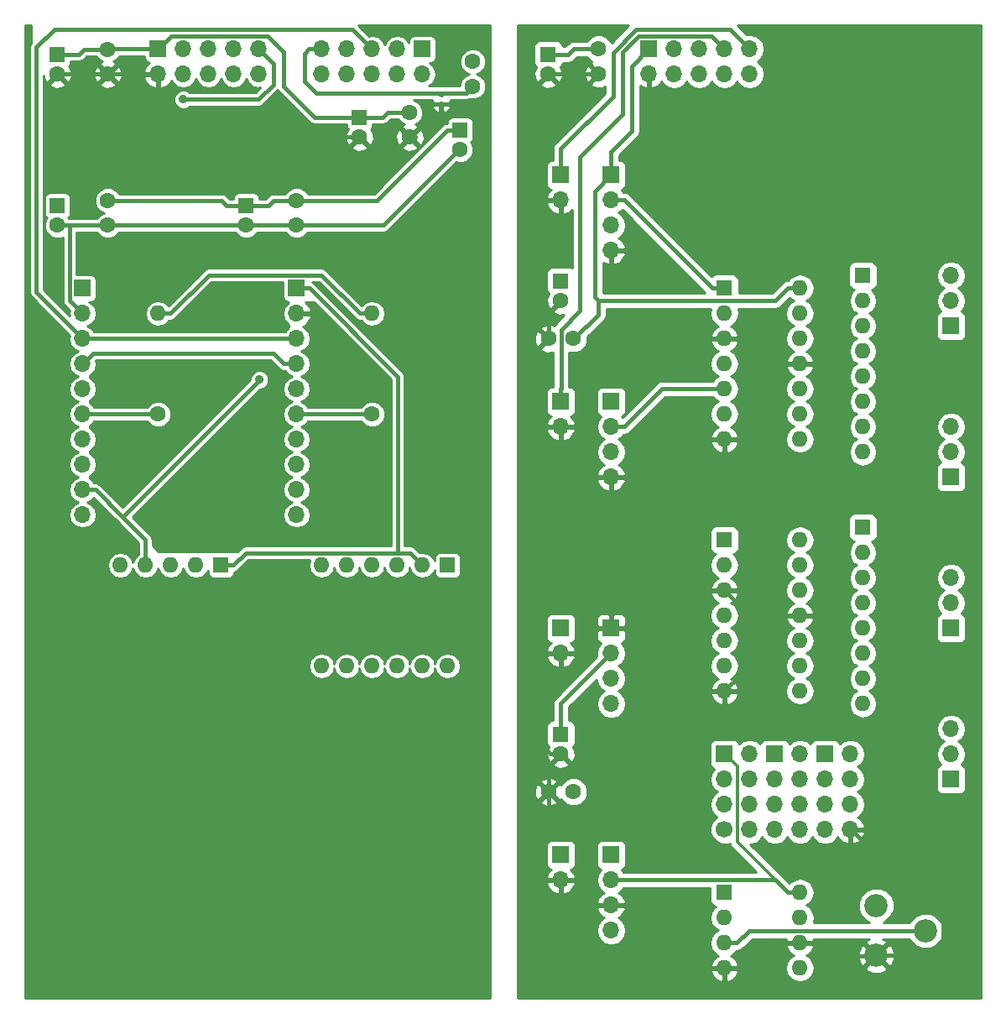
<source format=gbl>
G04 #@! TF.FileFunction,Copper,L2,Bot,Signal*
%FSLAX46Y46*%
G04 Gerber Fmt 4.6, Leading zero omitted, Abs format (unit mm)*
G04 Created by KiCad (PCBNEW 4.0.7) date 11/29/17 05:29:15*
%MOMM*%
%LPD*%
G01*
G04 APERTURE LIST*
%ADD10C,0.100000*%
%ADD11R,1.700000X1.700000*%
%ADD12O,1.700000X1.700000*%
%ADD13R,1.600000X1.600000*%
%ADD14C,1.600000*%
%ADD15O,1.600000X1.600000*%
%ADD16C,2.340000*%
%ADD17C,1.700000*%
%ADD18R,0.600000X0.400000*%
%ADD19C,0.889000*%
%ADD20C,0.381000*%
%ADD21C,0.254000*%
%ADD22C,0.304800*%
G04 APERTURE END LIST*
D10*
D11*
X162560000Y-54610000D03*
D12*
X162560000Y-57150000D03*
X165100000Y-54610000D03*
X165100000Y-57150000D03*
X167640000Y-54610000D03*
X167640000Y-57150000D03*
X170180000Y-54610000D03*
X170180000Y-57150000D03*
X172720000Y-54610000D03*
X172720000Y-57150000D03*
D13*
X133350000Y-61500000D03*
D14*
X133350000Y-63500000D03*
D13*
X143510000Y-62770000D03*
D14*
X143510000Y-64770000D03*
X138430000Y-63500000D03*
X138430000Y-61000000D03*
X144780000Y-58380000D03*
X144780000Y-55880000D03*
D13*
X102870000Y-55150000D03*
D14*
X102870000Y-57150000D03*
X107950000Y-57150000D03*
X107950000Y-54650000D03*
D13*
X121920000Y-70390000D03*
D14*
X121920000Y-72390000D03*
X127000000Y-72390000D03*
X127000000Y-69890000D03*
D13*
X153670000Y-123730000D03*
D14*
X153670000Y-125730000D03*
X152440000Y-129540000D03*
X154940000Y-129540000D03*
D13*
X153670000Y-78010000D03*
D14*
X153670000Y-80010000D03*
X152440000Y-83820000D03*
X154940000Y-83820000D03*
D13*
X152400000Y-55150000D03*
D14*
X152400000Y-57150000D03*
X157480000Y-57110000D03*
X157480000Y-54610000D03*
D13*
X102870000Y-70390000D03*
D14*
X102870000Y-72390000D03*
X107950000Y-72390000D03*
X107950000Y-69890000D03*
D11*
X139700000Y-54610000D03*
D12*
X139700000Y-57150000D03*
X137160000Y-54610000D03*
X137160000Y-57150000D03*
X134620000Y-54610000D03*
X134620000Y-57150000D03*
X132080000Y-54610000D03*
X132080000Y-57150000D03*
X129540000Y-54610000D03*
X129540000Y-57150000D03*
D11*
X153670000Y-67310000D03*
D12*
X153670000Y-69850000D03*
D11*
X153670000Y-90170000D03*
D12*
X153670000Y-92710000D03*
D11*
X153670000Y-135890000D03*
D12*
X153670000Y-138430000D03*
D11*
X153670000Y-113030000D03*
D12*
X153670000Y-115570000D03*
D14*
X113030000Y-91440000D03*
D15*
X113030000Y-81280000D03*
D14*
X134620000Y-91440000D03*
D15*
X134620000Y-81280000D03*
D13*
X119380000Y-106680000D03*
D15*
X116840000Y-106680000D03*
X114300000Y-106680000D03*
X111760000Y-106680000D03*
X109220000Y-106680000D03*
D16*
X185500000Y-146050000D03*
X190500000Y-143550000D03*
X185500000Y-141050000D03*
D11*
X158750000Y-67310000D03*
D12*
X158750000Y-69850000D03*
X158750000Y-72390000D03*
X158750000Y-74930000D03*
D11*
X158750000Y-90170000D03*
D12*
X158750000Y-92710000D03*
X158750000Y-95250000D03*
X158750000Y-97790000D03*
D11*
X158750000Y-135890000D03*
D12*
X158750000Y-138430000D03*
X158750000Y-140970000D03*
X158750000Y-143510000D03*
D11*
X158750000Y-113030000D03*
D12*
X158750000Y-115570000D03*
X158750000Y-118110000D03*
X158750000Y-120650000D03*
D13*
X170180000Y-78740000D03*
D15*
X177800000Y-93980000D03*
X170180000Y-81280000D03*
X177800000Y-91440000D03*
X170180000Y-83820000D03*
X177800000Y-88900000D03*
X170180000Y-86360000D03*
X177800000Y-86360000D03*
X170180000Y-88900000D03*
X177800000Y-83820000D03*
X170180000Y-91440000D03*
X177800000Y-81280000D03*
X170180000Y-93980000D03*
X177800000Y-78740000D03*
D13*
X170180000Y-104140000D03*
D15*
X177800000Y-119380000D03*
X170180000Y-106680000D03*
X177800000Y-116840000D03*
X170180000Y-109220000D03*
X177800000Y-114300000D03*
X170180000Y-111760000D03*
X177800000Y-111760000D03*
X170180000Y-114300000D03*
X177800000Y-109220000D03*
X170180000Y-116840000D03*
X177800000Y-106680000D03*
X170180000Y-119380000D03*
X177800000Y-104140000D03*
D11*
X193040000Y-97790000D03*
D12*
X193040000Y-95250000D03*
X193040000Y-92710000D03*
D11*
X193040000Y-113030000D03*
D12*
X193040000Y-110490000D03*
X193040000Y-107950000D03*
D11*
X193040000Y-128270000D03*
D12*
X193040000Y-125730000D03*
X193040000Y-123190000D03*
D13*
X170180000Y-139700000D03*
D15*
X177800000Y-147320000D03*
X170180000Y-142240000D03*
X177800000Y-144780000D03*
X170180000Y-144780000D03*
X177800000Y-142240000D03*
X170180000Y-147320000D03*
X177800000Y-139700000D03*
D11*
X105410000Y-78740000D03*
D12*
X105410000Y-81280000D03*
X105410000Y-83820000D03*
X105410000Y-86360000D03*
X105410000Y-88900000D03*
X105410000Y-91440000D03*
X105410000Y-93980000D03*
X105410000Y-96520000D03*
X105410000Y-99060000D03*
X105410000Y-101600000D03*
D11*
X127000000Y-78740000D03*
D12*
X127000000Y-81280000D03*
X127000000Y-83820000D03*
X127000000Y-86360000D03*
X127000000Y-88900000D03*
X127000000Y-91440000D03*
X127000000Y-93980000D03*
X127000000Y-96520000D03*
X127000000Y-99060000D03*
X127000000Y-101600000D03*
D13*
X142240000Y-106680000D03*
D15*
X129540000Y-116840000D03*
X139700000Y-106680000D03*
X132080000Y-116840000D03*
X137160000Y-106680000D03*
X134620000Y-116840000D03*
X134620000Y-106680000D03*
X137160000Y-116840000D03*
X132080000Y-106680000D03*
X139700000Y-116840000D03*
X129540000Y-106680000D03*
X142240000Y-116840000D03*
D11*
X113030000Y-54610000D03*
D12*
X113030000Y-57150000D03*
X115570000Y-54610000D03*
X115570000Y-57150000D03*
X118110000Y-54610000D03*
X118110000Y-57150000D03*
X120650000Y-54610000D03*
X120650000Y-57150000D03*
X123190000Y-54610000D03*
X123190000Y-57150000D03*
D13*
X184150000Y-77470000D03*
D15*
X184150000Y-80010000D03*
X184150000Y-82550000D03*
X184150000Y-85090000D03*
X184150000Y-87630000D03*
X184150000Y-90170000D03*
X184150000Y-92710000D03*
X184150000Y-95250000D03*
D13*
X184150000Y-102870000D03*
D15*
X184150000Y-105410000D03*
X184150000Y-107950000D03*
X184150000Y-110490000D03*
X184150000Y-113030000D03*
X184150000Y-115570000D03*
X184150000Y-118110000D03*
X184150000Y-120650000D03*
D11*
X170180000Y-125730000D03*
D12*
X172720000Y-125730000D03*
X170180000Y-128270000D03*
X172720000Y-128270000D03*
X170180000Y-130810000D03*
X172720000Y-130810000D03*
D17*
X170180000Y-133350000D03*
D12*
X172720000Y-133350000D03*
D11*
X175260000Y-125730000D03*
D12*
X177800000Y-125730000D03*
X175260000Y-128270000D03*
X177800000Y-128270000D03*
X175260000Y-130810000D03*
X177800000Y-130810000D03*
X175260000Y-133350000D03*
X177800000Y-133350000D03*
D11*
X180340000Y-125730000D03*
D12*
X182880000Y-125730000D03*
X180340000Y-128270000D03*
X182880000Y-128270000D03*
X180340000Y-130810000D03*
X182880000Y-130810000D03*
X180340000Y-133350000D03*
X182880000Y-133350000D03*
D18*
X141605000Y-60140000D03*
X141605000Y-59240000D03*
D11*
X193040000Y-82550000D03*
D12*
X193040000Y-80010000D03*
X193040000Y-77470000D03*
D19*
X123251577Y-87967344D03*
X115553500Y-59694700D03*
D20*
X157480000Y-57110000D02*
X156680001Y-57909999D01*
X156680001Y-57949999D02*
X151267291Y-63362709D01*
X151267291Y-63362709D02*
X151267291Y-69020202D01*
X156680001Y-57909999D02*
X156680001Y-57949999D01*
X151267291Y-69020202D02*
X152087774Y-69840685D01*
X153660685Y-69840685D02*
X153670000Y-69850000D01*
X152087774Y-69840685D02*
X153660685Y-69840685D01*
X153670000Y-115570000D02*
X153670000Y-116864800D01*
X151586241Y-118948559D02*
X151586241Y-124712412D01*
X151586241Y-124712412D02*
X152603829Y-125730000D01*
X153670000Y-116864800D02*
X151586241Y-118948559D01*
X152603829Y-125730000D02*
X153670000Y-125730000D01*
X158750000Y-140970000D02*
X154584225Y-140970000D01*
X154584225Y-140970000D02*
X153679042Y-140064817D01*
X153679042Y-140064817D02*
X153679042Y-138457534D01*
X141605000Y-60140000D02*
X141605000Y-60955254D01*
X141605000Y-60955254D02*
X140673056Y-61887198D01*
X140673056Y-61887198D02*
X140042802Y-61887198D01*
X140042802Y-61887198D02*
X138430000Y-63500000D01*
X141605000Y-60140000D02*
X141605000Y-60960000D01*
X170180000Y-119380000D02*
X171835122Y-117724878D01*
X171835122Y-117724878D02*
X171835122Y-111442220D01*
X171837902Y-110877383D02*
X171837902Y-111710848D01*
X170180519Y-109220000D02*
X171837902Y-110877383D01*
X171837902Y-111710848D02*
X171844729Y-111717675D01*
X171838969Y-111758662D02*
X171840307Y-111760000D01*
X171840307Y-111760000D02*
X176555200Y-111760000D01*
X176555200Y-111760000D02*
X177800000Y-111760000D01*
X185531911Y-146050000D02*
X190602260Y-146050000D01*
X190602260Y-146050000D02*
X192258737Y-144393523D01*
X192258737Y-144393523D02*
X192258737Y-142728737D01*
X192258737Y-142728737D02*
X183729999Y-134199999D01*
X183729999Y-134199999D02*
X182880000Y-133350000D01*
X177800000Y-144780000D02*
X181636725Y-144780000D01*
X181636725Y-144780000D02*
X182926828Y-146070103D01*
X182926828Y-146070103D02*
X185492819Y-146070103D01*
D21*
X185530797Y-146051114D02*
X185531911Y-146050000D01*
D20*
X153670000Y-138430000D02*
X152255519Y-138430000D01*
X152255519Y-138430000D02*
X151727435Y-137901916D01*
X151727435Y-137901916D02*
X151727435Y-134350612D01*
X151727435Y-134350612D02*
X152438764Y-133639283D01*
X152438764Y-133639283D02*
X152438764Y-129541236D01*
X133350000Y-63500000D02*
X117884798Y-63500000D01*
X117884798Y-63500000D02*
X113030000Y-58645202D01*
X113030000Y-58645202D02*
X113030000Y-57150000D01*
X174015200Y-83820000D02*
X170180000Y-83820000D01*
X176555200Y-86360000D02*
X174015200Y-83820000D01*
X177800000Y-86360000D02*
X176555200Y-86360000D01*
X154964800Y-115520400D02*
X154964800Y-115570000D01*
X157455200Y-113030000D02*
X154964800Y-115520400D01*
X153670000Y-115570000D02*
X154964800Y-115570000D01*
X158750000Y-140970000D02*
X160044800Y-140970000D01*
X152440000Y-81240000D02*
X153670000Y-80010000D01*
X152440000Y-83820000D02*
X152440000Y-81240000D01*
X152440000Y-126960000D02*
X153670000Y-125730000D01*
X152440000Y-129540000D02*
X152440000Y-126960000D01*
X152440000Y-57110000D02*
X152400000Y-57150000D01*
X157480000Y-57110000D02*
X152440000Y-57110000D01*
X138953300Y-63500000D02*
X138430000Y-63500000D01*
X113030000Y-57150000D02*
X107950000Y-57150000D01*
X107950000Y-57150000D02*
X102870000Y-57150000D01*
X166394800Y-147320000D02*
X170180000Y-147320000D01*
X160044800Y-140970000D02*
X166394800Y-147320000D01*
X170180000Y-147320000D02*
X171424800Y-147320000D01*
X173964800Y-144780000D02*
X177800000Y-144780000D01*
X171424800Y-147320000D02*
X173964800Y-144780000D01*
X158170900Y-113030000D02*
X157455200Y-113030000D01*
X158170900Y-113030000D02*
X158750000Y-113030000D01*
X170180000Y-109220000D02*
X169094100Y-109220000D01*
X158750000Y-113030000D02*
X160044800Y-113030000D01*
X170180000Y-93980000D02*
X168935200Y-93980000D01*
X158750000Y-97790000D02*
X165125200Y-97790000D01*
X165125200Y-97790000D02*
X168935200Y-93980000D01*
X165448600Y-98113400D02*
X165125200Y-97790000D01*
X165448600Y-107626200D02*
X165448600Y-98113400D01*
X167042400Y-109220000D02*
X165448600Y-107626200D01*
X169094100Y-109220000D02*
X167042400Y-109220000D01*
X165448600Y-107626200D02*
X160044800Y-113030000D01*
X113030000Y-54610000D02*
X114370700Y-53269300D01*
X114370700Y-53269300D02*
X124093919Y-53269300D01*
X124093919Y-53269300D02*
X125713876Y-54889257D01*
X125713876Y-54889257D02*
X125713876Y-58411386D01*
X128802490Y-61500000D02*
X133350000Y-61500000D01*
X125713876Y-58411386D02*
X128802490Y-61500000D01*
X113030000Y-54610000D02*
X107990000Y-54610000D01*
X107990000Y-54610000D02*
X107950000Y-54650000D01*
X107950000Y-54650000D02*
X107912351Y-54612351D01*
X177800000Y-78740000D02*
X176555200Y-78740000D01*
X176555200Y-78740000D02*
X175287501Y-80007699D01*
X157477899Y-80007699D02*
X157455100Y-79984900D01*
X175287501Y-80007699D02*
X157477899Y-80007699D01*
X157455100Y-79984900D02*
X157455100Y-81379933D01*
X157455100Y-81379933D02*
X155015033Y-83820000D01*
X155015033Y-83820000D02*
X154940000Y-83820000D01*
X162560000Y-54610000D02*
X160817100Y-56352900D01*
X160817100Y-56352900D02*
X160817100Y-62901698D01*
X160817100Y-62901698D02*
X158750000Y-64968798D01*
X158750000Y-64968798D02*
X158750000Y-67310000D01*
X158750000Y-67310000D02*
X157093161Y-68966839D01*
X157093161Y-68966839D02*
X157093161Y-79622961D01*
X157093161Y-79622961D02*
X157455100Y-79984900D01*
D22*
X170180000Y-125730000D02*
X170199603Y-125730000D01*
X171463599Y-132746927D02*
X171463599Y-133953073D01*
X170199603Y-125730000D02*
X171463599Y-126993996D01*
X171463599Y-126993996D02*
X171463599Y-132746927D01*
D20*
X107950000Y-54650000D02*
X105520952Y-54650000D01*
X105520952Y-54650000D02*
X105020952Y-55150000D01*
X105020952Y-55150000D02*
X102870000Y-55150000D01*
X157480000Y-54610000D02*
X154955204Y-54610000D01*
X154955204Y-54610000D02*
X154415204Y-55150000D01*
X154415204Y-55150000D02*
X152400000Y-55150000D01*
X138430000Y-61000000D02*
X136202403Y-61000000D01*
X136202403Y-61000000D02*
X135702403Y-61500000D01*
X135702403Y-61500000D02*
X133350000Y-61500000D01*
D22*
X171463047Y-133953625D02*
X171463047Y-134608422D01*
X171463047Y-134608422D02*
X175284625Y-138430000D01*
X175284625Y-138430000D02*
X175285200Y-138430000D01*
D20*
X153670000Y-120650000D02*
X153670000Y-123730000D01*
X158750000Y-115570000D02*
X153670000Y-120650000D01*
X175285200Y-138430000D02*
X158750000Y-138430000D01*
X176555200Y-139700000D02*
X175285200Y-138430000D01*
X177800000Y-139700000D02*
X176555200Y-139700000D01*
X109476121Y-101742800D02*
X122807078Y-88411843D01*
X122807078Y-88411843D02*
X123251577Y-87967344D01*
X109387700Y-101742800D02*
X109476121Y-101742800D01*
X105410000Y-99060000D02*
X106704800Y-99060000D01*
X111760000Y-106680000D02*
X111760000Y-105435200D01*
X106704800Y-99060000D02*
X109387700Y-101742800D01*
X111760000Y-104115200D02*
X111760000Y-105435200D01*
X109387700Y-101742800D02*
X111760000Y-104115200D01*
X123190000Y-54610000D02*
X124657644Y-56077644D01*
X124657644Y-58185204D02*
X123148148Y-59694700D01*
X124657644Y-56077644D02*
X124657644Y-58185204D01*
X123148148Y-59694700D02*
X115553500Y-59694700D01*
X153670000Y-90170000D02*
X153670000Y-88875200D01*
X159910734Y-61159239D02*
X159910734Y-54921766D01*
X153670000Y-88875200D02*
X153690000Y-88855200D01*
X153690000Y-88855200D02*
X153690000Y-82918300D01*
X153690000Y-82918300D02*
X155600200Y-81008100D01*
X155600200Y-81008100D02*
X155600200Y-65469773D01*
X155600200Y-65469773D02*
X159910734Y-61159239D01*
X159910734Y-54921766D02*
X161517400Y-53315100D01*
X161517400Y-53315100D02*
X168885100Y-53315100D01*
X168885100Y-53315100D02*
X170180000Y-54610000D01*
X153670000Y-67310000D02*
X153670000Y-64624700D01*
X153670000Y-64624700D02*
X158924198Y-59370502D01*
X158924198Y-59370502D02*
X158924198Y-54956502D01*
X158924198Y-54956502D02*
X161241958Y-52638742D01*
X161241958Y-52638742D02*
X170748742Y-52638742D01*
X170748742Y-52638742D02*
X172720000Y-54610000D01*
X127000000Y-78740000D02*
X128294800Y-78740000D01*
X128294800Y-78740000D02*
X137191383Y-87636583D01*
X137191383Y-87636583D02*
X137191383Y-105435200D01*
X137191383Y-105435200D02*
X135882000Y-105435200D01*
X143501824Y-62754630D02*
X143477676Y-62778778D01*
X143477676Y-62778778D02*
X142221983Y-62778778D01*
X142221983Y-62778778D02*
X135110761Y-69890000D01*
X135110761Y-69890000D02*
X127000000Y-69890000D01*
X139700000Y-106680000D02*
X138455200Y-105435200D01*
X138455200Y-105435200D02*
X135882000Y-105435200D01*
X107950000Y-69890000D02*
X119456752Y-69890000D01*
X119456752Y-69890000D02*
X119956752Y-70390000D01*
X119956752Y-70390000D02*
X121920000Y-70390000D01*
X127000000Y-69890000D02*
X124648214Y-69890000D01*
X124648214Y-69890000D02*
X124148214Y-70390000D01*
X124148214Y-70390000D02*
X121920000Y-70390000D01*
X119380000Y-106680000D02*
X120624800Y-106680000D01*
X121869600Y-105435200D02*
X120624800Y-106680000D01*
X135882000Y-105435200D02*
X121869600Y-105435200D01*
X127000000Y-81280000D02*
X128270000Y-81280000D01*
X144770640Y-58385228D02*
X144770640Y-58390141D01*
X144770640Y-58390141D02*
X144126761Y-59034020D01*
X144126761Y-59034020D02*
X128998694Y-59034020D01*
X128998694Y-59034020D02*
X127817219Y-57852545D01*
X127817219Y-57852545D02*
X127817219Y-55062781D01*
X127817219Y-55062781D02*
X128270000Y-54610000D01*
X128270000Y-54610000D02*
X129540000Y-54610000D01*
X141605000Y-59240000D02*
X141811434Y-59033566D01*
X141811434Y-59033566D02*
X144126434Y-59033566D01*
X144126434Y-59033566D02*
X144780000Y-58380000D01*
X143496969Y-64757237D02*
X143425322Y-64757237D01*
X143425322Y-64757237D02*
X135792559Y-72390000D01*
X135792559Y-72390000D02*
X127000000Y-72390000D01*
X121920000Y-72390000D02*
X107950000Y-72390000D01*
X127000000Y-72390000D02*
X121920000Y-72390000D01*
X104091100Y-79961100D02*
X105410000Y-81280000D01*
X104091100Y-72390000D02*
X104091100Y-79961100D01*
X107950000Y-72390000D02*
X104091100Y-72390000D01*
X104091100Y-72390000D02*
X102870000Y-72390000D01*
X127000000Y-86360000D02*
X125705200Y-86360000D01*
X125705200Y-86360000D02*
X124665355Y-85320155D01*
X124665355Y-85320155D02*
X106472562Y-85320155D01*
X106472562Y-85320155D02*
X105432717Y-86360000D01*
X105432717Y-86360000D02*
X105410000Y-86360000D01*
X105410000Y-83820000D02*
X100741358Y-79151358D01*
X100741358Y-79151358D02*
X100741358Y-54441440D01*
X100741358Y-54441440D02*
X102559098Y-52623700D01*
X102559098Y-52623700D02*
X132656661Y-52623700D01*
X132656661Y-52623700D02*
X134602369Y-54569408D01*
X127000000Y-83820000D02*
X105410000Y-83820000D01*
X118157400Y-77397400D02*
X114274800Y-81280000D01*
X129492600Y-77397400D02*
X118157400Y-77397400D01*
X133375200Y-81280000D02*
X129492600Y-77397400D01*
X134620000Y-81280000D02*
X133375200Y-81280000D01*
X113030000Y-81280000D02*
X114274800Y-81280000D01*
X105410000Y-91440000D02*
X113030000Y-91440000D01*
X127000000Y-91440000D02*
X134620000Y-91440000D01*
X170180000Y-144780000D02*
X171424800Y-144780000D01*
X171424800Y-144780000D02*
X172663770Y-143541030D01*
X172663770Y-143541030D02*
X177197108Y-143541030D01*
X177197108Y-143541030D02*
X177202639Y-143535499D01*
X177202639Y-143535499D02*
X178397361Y-143535499D01*
X178397361Y-143535499D02*
X178402892Y-143541030D01*
X178402892Y-143541030D02*
X190467679Y-143541030D01*
X168934800Y-78740000D02*
X160044800Y-69850000D01*
X170180000Y-78740000D02*
X168934800Y-78740000D01*
X158750000Y-69850000D02*
X160044800Y-69850000D01*
X163854800Y-88900000D02*
X160044800Y-92710000D01*
X170180000Y-88900000D02*
X163854800Y-88900000D01*
X158750000Y-92710000D02*
X160044800Y-92710000D01*
X184150000Y-115570000D02*
X184168826Y-115570000D01*
X184156389Y-120650000D02*
X184150000Y-120650000D01*
D21*
G36*
X100203000Y-54014041D02*
X100096028Y-54174135D01*
X100058206Y-54364281D01*
X100042858Y-54441440D01*
X100042858Y-79151358D01*
X100096028Y-79418663D01*
X100247444Y-79645272D01*
X104091225Y-83489053D01*
X104025395Y-83820000D01*
X104128767Y-84339684D01*
X104423144Y-84780251D01*
X104863711Y-85074628D01*
X104940991Y-85090000D01*
X104863711Y-85105372D01*
X104423144Y-85399749D01*
X104128767Y-85840316D01*
X104025395Y-86360000D01*
X104128767Y-86879684D01*
X104423144Y-87320251D01*
X104863711Y-87614628D01*
X104940991Y-87630000D01*
X104863711Y-87645372D01*
X104423144Y-87939749D01*
X104128767Y-88380316D01*
X104025395Y-88900000D01*
X104128767Y-89419684D01*
X104423144Y-89860251D01*
X104863711Y-90154628D01*
X104940991Y-90170000D01*
X104863711Y-90185372D01*
X104423144Y-90479749D01*
X104128767Y-90920316D01*
X104025395Y-91440000D01*
X104128767Y-91959684D01*
X104423144Y-92400251D01*
X104863711Y-92694628D01*
X104940991Y-92710000D01*
X104863711Y-92725372D01*
X104423144Y-93019749D01*
X104128767Y-93460316D01*
X104025395Y-93980000D01*
X104128767Y-94499684D01*
X104423144Y-94940251D01*
X104863711Y-95234628D01*
X104940991Y-95250000D01*
X104863711Y-95265372D01*
X104423144Y-95559749D01*
X104128767Y-96000316D01*
X104025395Y-96520000D01*
X104128767Y-97039684D01*
X104423144Y-97480251D01*
X104863711Y-97774628D01*
X104940991Y-97790000D01*
X104863711Y-97805372D01*
X104423144Y-98099749D01*
X104128767Y-98540316D01*
X104025395Y-99060000D01*
X104128767Y-99579684D01*
X104423144Y-100020251D01*
X104863711Y-100314628D01*
X104940991Y-100330000D01*
X104863711Y-100345372D01*
X104423144Y-100639749D01*
X104128767Y-101080316D01*
X104025395Y-101600000D01*
X104128767Y-102119684D01*
X104423144Y-102560251D01*
X104863711Y-102854628D01*
X105383395Y-102958000D01*
X105436605Y-102958000D01*
X105956289Y-102854628D01*
X106396856Y-102560251D01*
X106691233Y-102119684D01*
X106794605Y-101600000D01*
X106691233Y-101080316D01*
X106396856Y-100639749D01*
X105956289Y-100345372D01*
X105879009Y-100330000D01*
X105956289Y-100314628D01*
X106396856Y-100020251D01*
X106509160Y-99852176D01*
X108893776Y-102236704D01*
X111061500Y-104404519D01*
X111061500Y-105586710D01*
X110809479Y-105755104D01*
X110525941Y-106179450D01*
X110490000Y-106360137D01*
X110454059Y-106179450D01*
X110170521Y-105755104D01*
X109746175Y-105471566D01*
X109245625Y-105372000D01*
X109194375Y-105372000D01*
X108693825Y-105471566D01*
X108269479Y-105755104D01*
X107985941Y-106179450D01*
X107886375Y-106680000D01*
X107985941Y-107180550D01*
X108269479Y-107604896D01*
X108693825Y-107888434D01*
X109194375Y-107988000D01*
X109245625Y-107988000D01*
X109746175Y-107888434D01*
X110170521Y-107604896D01*
X110454059Y-107180550D01*
X110490000Y-106999863D01*
X110525941Y-107180550D01*
X110809479Y-107604896D01*
X111233825Y-107888434D01*
X111734375Y-107988000D01*
X111785625Y-107988000D01*
X112286175Y-107888434D01*
X112710521Y-107604896D01*
X112994059Y-107180550D01*
X113030000Y-106999863D01*
X113065941Y-107180550D01*
X113349479Y-107604896D01*
X113773825Y-107888434D01*
X114274375Y-107988000D01*
X114325625Y-107988000D01*
X114826175Y-107888434D01*
X115250521Y-107604896D01*
X115534059Y-107180550D01*
X115570000Y-106999863D01*
X115605941Y-107180550D01*
X115889479Y-107604896D01*
X116313825Y-107888434D01*
X116814375Y-107988000D01*
X116865625Y-107988000D01*
X117366175Y-107888434D01*
X117790521Y-107604896D01*
X118062048Y-107198526D01*
X118062048Y-107480000D01*
X118097470Y-107668253D01*
X118208728Y-107841153D01*
X118378488Y-107957145D01*
X118580000Y-107997952D01*
X120180000Y-107997952D01*
X120368253Y-107962530D01*
X120541153Y-107851272D01*
X120657145Y-107681512D01*
X120697952Y-107480000D01*
X120697952Y-107363949D01*
X120892105Y-107325330D01*
X121118714Y-107173914D01*
X122120628Y-106172000D01*
X128327951Y-106172000D01*
X128232000Y-106654375D01*
X128232000Y-106705625D01*
X128331566Y-107206175D01*
X128615104Y-107630521D01*
X129039450Y-107914059D01*
X129540000Y-108013625D01*
X130040550Y-107914059D01*
X130464896Y-107630521D01*
X130748434Y-107206175D01*
X130810000Y-106896663D01*
X130871566Y-107206175D01*
X131155104Y-107630521D01*
X131579450Y-107914059D01*
X132080000Y-108013625D01*
X132580550Y-107914059D01*
X133004896Y-107630521D01*
X133288434Y-107206175D01*
X133350000Y-106896663D01*
X133411566Y-107206175D01*
X133695104Y-107630521D01*
X134119450Y-107914059D01*
X134620000Y-108013625D01*
X135120550Y-107914059D01*
X135544896Y-107630521D01*
X135828434Y-107206175D01*
X135890000Y-106896663D01*
X135951566Y-107206175D01*
X136235104Y-107630521D01*
X136659450Y-107914059D01*
X137160000Y-108013625D01*
X137660550Y-107914059D01*
X138084896Y-107630521D01*
X138368434Y-107206175D01*
X138430000Y-106896663D01*
X138491566Y-107206175D01*
X138775104Y-107630521D01*
X139199450Y-107914059D01*
X139700000Y-108013625D01*
X140200550Y-107914059D01*
X140624896Y-107630521D01*
X140908434Y-107206175D01*
X140922048Y-107137733D01*
X140922048Y-107480000D01*
X140957470Y-107668253D01*
X141068728Y-107841153D01*
X141238488Y-107957145D01*
X141440000Y-107997952D01*
X143040000Y-107997952D01*
X143228253Y-107962530D01*
X143401153Y-107851272D01*
X143517145Y-107681512D01*
X143557952Y-107480000D01*
X143557952Y-105880000D01*
X143522530Y-105691747D01*
X143411272Y-105518847D01*
X143241512Y-105402855D01*
X143040000Y-105362048D01*
X141440000Y-105362048D01*
X141251747Y-105397470D01*
X141078847Y-105508728D01*
X140962855Y-105678488D01*
X140922048Y-105880000D01*
X140922048Y-106222267D01*
X140908434Y-106153825D01*
X140624896Y-105729479D01*
X140200550Y-105445941D01*
X139700000Y-105346375D01*
X139411575Y-105403747D01*
X138949114Y-104941286D01*
X138722505Y-104789870D01*
X138455200Y-104736700D01*
X137922000Y-104736700D01*
X137922000Y-87630000D01*
X137911994Y-87580590D01*
X137884803Y-87540197D01*
X137867211Y-87522605D01*
X137836713Y-87369279D01*
X137685297Y-87142669D01*
X128788714Y-78246086D01*
X128563946Y-78095900D01*
X129203272Y-78095900D01*
X132881286Y-81773914D01*
X133107896Y-81925330D01*
X133375200Y-81978500D01*
X133526710Y-81978500D01*
X133695104Y-82230521D01*
X134119450Y-82514059D01*
X134620000Y-82613625D01*
X135120550Y-82514059D01*
X135544896Y-82230521D01*
X135828434Y-81806175D01*
X135928000Y-81305625D01*
X135928000Y-81254375D01*
X135828434Y-80753825D01*
X135544896Y-80329479D01*
X135120550Y-80045941D01*
X134620000Y-79946375D01*
X134119450Y-80045941D01*
X133695104Y-80329479D01*
X133581912Y-80498884D01*
X129986514Y-76903486D01*
X129759905Y-76752070D01*
X129492600Y-76698900D01*
X118157400Y-76698900D01*
X117890096Y-76752070D01*
X117663486Y-76903486D01*
X114068088Y-80498884D01*
X113954896Y-80329479D01*
X113530550Y-80045941D01*
X113030000Y-79946375D01*
X112529450Y-80045941D01*
X112105104Y-80329479D01*
X111821566Y-80753825D01*
X111722000Y-81254375D01*
X111722000Y-81305625D01*
X111821566Y-81806175D01*
X112105104Y-82230521D01*
X112529450Y-82514059D01*
X113030000Y-82613625D01*
X113530550Y-82514059D01*
X113954896Y-82230521D01*
X114123290Y-81978500D01*
X114274800Y-81978500D01*
X114542105Y-81925330D01*
X114768714Y-81773914D01*
X118446728Y-78095900D01*
X125632048Y-78095900D01*
X125632048Y-79590000D01*
X125667470Y-79778253D01*
X125778728Y-79951153D01*
X125948488Y-80067145D01*
X126150000Y-80107952D01*
X126238000Y-80107952D01*
X126238000Y-80169505D01*
X126013144Y-80319749D01*
X125718767Y-80760316D01*
X125615395Y-81280000D01*
X125718767Y-81799684D01*
X126013144Y-82240251D01*
X126238000Y-82390495D01*
X126238000Y-82709505D01*
X126013144Y-82859749D01*
X125838248Y-83121500D01*
X106571752Y-83121500D01*
X106396856Y-82859749D01*
X105956289Y-82565372D01*
X105879009Y-82550000D01*
X105956289Y-82534628D01*
X106396856Y-82240251D01*
X106691233Y-81799684D01*
X106794605Y-81280000D01*
X106691233Y-80760316D01*
X106396856Y-80319749D01*
X106079879Y-80107952D01*
X106260000Y-80107952D01*
X106448253Y-80072530D01*
X106621153Y-79961272D01*
X106737145Y-79791512D01*
X106777952Y-79590000D01*
X106777952Y-77890000D01*
X106742530Y-77701747D01*
X106631272Y-77528847D01*
X106461512Y-77412855D01*
X106260000Y-77372048D01*
X104789600Y-77372048D01*
X104789600Y-73088500D01*
X106823357Y-73088500D01*
X106840485Y-73129954D01*
X107208110Y-73498222D01*
X107688681Y-73697772D01*
X108209036Y-73698226D01*
X108689954Y-73499515D01*
X109058222Y-73131890D01*
X109076239Y-73088500D01*
X120793357Y-73088500D01*
X120810485Y-73129954D01*
X121178110Y-73498222D01*
X121658681Y-73697772D01*
X122179036Y-73698226D01*
X122659954Y-73499515D01*
X123028222Y-73131890D01*
X123046239Y-73088500D01*
X125873357Y-73088500D01*
X125890485Y-73129954D01*
X126258110Y-73498222D01*
X126738681Y-73697772D01*
X127259036Y-73698226D01*
X127739954Y-73499515D01*
X128108222Y-73131890D01*
X128126239Y-73088500D01*
X135792559Y-73088500D01*
X136059864Y-73035330D01*
X136286473Y-72883914D01*
X143138405Y-66031982D01*
X143248681Y-66077772D01*
X143769036Y-66078226D01*
X144249954Y-65879515D01*
X144618222Y-65511890D01*
X144817772Y-65031319D01*
X144818226Y-64510964D01*
X144619515Y-64030046D01*
X144585753Y-63996225D01*
X144671153Y-63941272D01*
X144787145Y-63771512D01*
X144827952Y-63570000D01*
X144827952Y-61970000D01*
X144792530Y-61781747D01*
X144681272Y-61608847D01*
X144511512Y-61492855D01*
X144310000Y-61452048D01*
X142710000Y-61452048D01*
X142521747Y-61487470D01*
X142348847Y-61598728D01*
X142232855Y-61768488D01*
X142192048Y-61970000D01*
X142192048Y-62086232D01*
X141954679Y-62133448D01*
X141728069Y-62284864D01*
X134821433Y-69191500D01*
X128126643Y-69191500D01*
X128109515Y-69150046D01*
X127741890Y-68781778D01*
X127261319Y-68582228D01*
X126740964Y-68581774D01*
X126260046Y-68780485D01*
X125891778Y-69148110D01*
X125873761Y-69191500D01*
X124648214Y-69191500D01*
X124380909Y-69244670D01*
X124154300Y-69396086D01*
X123858886Y-69691500D01*
X123237952Y-69691500D01*
X123237952Y-69590000D01*
X123202530Y-69401747D01*
X123091272Y-69228847D01*
X122921512Y-69112855D01*
X122720000Y-69072048D01*
X121120000Y-69072048D01*
X120931747Y-69107470D01*
X120758847Y-69218728D01*
X120642855Y-69388488D01*
X120602048Y-69590000D01*
X120602048Y-69691500D01*
X120246080Y-69691500D01*
X119950666Y-69396086D01*
X119724057Y-69244670D01*
X119456752Y-69191500D01*
X109076643Y-69191500D01*
X109059515Y-69150046D01*
X108691890Y-68781778D01*
X108211319Y-68582228D01*
X107690964Y-68581774D01*
X107210046Y-68780485D01*
X106841778Y-69148110D01*
X106642228Y-69628681D01*
X106641774Y-70149036D01*
X106840485Y-70629954D01*
X107208110Y-70998222D01*
X107549798Y-71140103D01*
X107210046Y-71280485D01*
X106841778Y-71648110D01*
X106823761Y-71691500D01*
X103996643Y-71691500D01*
X103979515Y-71650046D01*
X103945753Y-71616225D01*
X104031153Y-71561272D01*
X104147145Y-71391512D01*
X104187952Y-71190000D01*
X104187952Y-69590000D01*
X104152530Y-69401747D01*
X104041272Y-69228847D01*
X103871512Y-69112855D01*
X103670000Y-69072048D01*
X102070000Y-69072048D01*
X101881747Y-69107470D01*
X101708847Y-69218728D01*
X101592855Y-69388488D01*
X101552048Y-69590000D01*
X101552048Y-71190000D01*
X101587470Y-71378253D01*
X101698728Y-71551153D01*
X101793818Y-71616125D01*
X101761778Y-71648110D01*
X101562228Y-72128681D01*
X101561774Y-72649036D01*
X101760485Y-73129954D01*
X102128110Y-73498222D01*
X102608681Y-73697772D01*
X103129036Y-73698226D01*
X103392600Y-73589324D01*
X103392600Y-79961100D01*
X103445770Y-80228405D01*
X103597186Y-80455014D01*
X104091225Y-80949053D01*
X104025395Y-81280000D01*
X104067003Y-81489175D01*
X101439858Y-78862030D01*
X101439858Y-64507745D01*
X132521861Y-64507745D01*
X132595995Y-64753864D01*
X133133223Y-64946965D01*
X133703454Y-64919778D01*
X134104005Y-64753864D01*
X134178139Y-64507745D01*
X137601861Y-64507745D01*
X137675995Y-64753864D01*
X138213223Y-64946965D01*
X138783454Y-64919778D01*
X139184005Y-64753864D01*
X139258139Y-64507745D01*
X138430000Y-63679605D01*
X137601861Y-64507745D01*
X134178139Y-64507745D01*
X133350000Y-63679605D01*
X132521861Y-64507745D01*
X101439858Y-64507745D01*
X101439858Y-58157745D01*
X102041861Y-58157745D01*
X102115995Y-58403864D01*
X102653223Y-58596965D01*
X103223454Y-58569778D01*
X103624005Y-58403864D01*
X103698139Y-58157745D01*
X107121861Y-58157745D01*
X107195995Y-58403864D01*
X107733223Y-58596965D01*
X108303454Y-58569778D01*
X108704005Y-58403864D01*
X108778139Y-58157745D01*
X107950000Y-57329605D01*
X107121861Y-58157745D01*
X103698139Y-58157745D01*
X102870000Y-57329605D01*
X102041861Y-58157745D01*
X101439858Y-58157745D01*
X101439858Y-57286075D01*
X101450222Y-57503454D01*
X101616136Y-57904005D01*
X101862255Y-57978139D01*
X102690395Y-57150000D01*
X102676252Y-57135858D01*
X102855858Y-56956252D01*
X102870000Y-56970395D01*
X102884142Y-56956252D01*
X103063748Y-57135858D01*
X103049605Y-57150000D01*
X103877745Y-57978139D01*
X104123864Y-57904005D01*
X104316965Y-57366777D01*
X104296295Y-56933223D01*
X106503035Y-56933223D01*
X106530222Y-57503454D01*
X106696136Y-57904005D01*
X106942255Y-57978139D01*
X107770395Y-57150000D01*
X108129605Y-57150000D01*
X108957745Y-57978139D01*
X109203864Y-57904005D01*
X109346602Y-57506892D01*
X111588514Y-57506892D01*
X111834817Y-58031358D01*
X112263076Y-58421645D01*
X112673110Y-58591476D01*
X112903000Y-58470155D01*
X112903000Y-57277000D01*
X111709181Y-57277000D01*
X111588514Y-57506892D01*
X109346602Y-57506892D01*
X109396965Y-57366777D01*
X109369778Y-56796546D01*
X109203864Y-56395995D01*
X108957745Y-56321861D01*
X108129605Y-57150000D01*
X107770395Y-57150000D01*
X106942255Y-56321861D01*
X106696136Y-56395995D01*
X106503035Y-56933223D01*
X104296295Y-56933223D01*
X104289778Y-56796546D01*
X104123864Y-56395995D01*
X103981616Y-56353148D01*
X104031153Y-56321272D01*
X104147145Y-56151512D01*
X104187952Y-55950000D01*
X104187952Y-55848500D01*
X105020952Y-55848500D01*
X105288257Y-55795330D01*
X105514866Y-55643914D01*
X105810280Y-55348500D01*
X106823357Y-55348500D01*
X106840485Y-55389954D01*
X107208110Y-55758222D01*
X107368332Y-55824752D01*
X107195995Y-55896136D01*
X107121861Y-56142255D01*
X107950000Y-56970395D01*
X108778139Y-56142255D01*
X108704005Y-55896136D01*
X108519665Y-55829877D01*
X108689954Y-55759515D01*
X109058222Y-55391890D01*
X109092848Y-55308500D01*
X111662048Y-55308500D01*
X111662048Y-55460000D01*
X111697470Y-55648253D01*
X111808728Y-55821153D01*
X111978488Y-55937145D01*
X112158554Y-55973609D01*
X111834817Y-56268642D01*
X111588514Y-56793108D01*
X111709181Y-57023000D01*
X112903000Y-57023000D01*
X112903000Y-57003000D01*
X113157000Y-57003000D01*
X113157000Y-57023000D01*
X113177000Y-57023000D01*
X113177000Y-57277000D01*
X113157000Y-57277000D01*
X113157000Y-58470155D01*
X113386890Y-58591476D01*
X113796924Y-58421645D01*
X114225183Y-58031358D01*
X114354817Y-57755322D01*
X114609749Y-58136856D01*
X115050316Y-58431233D01*
X115570000Y-58534605D01*
X116089684Y-58431233D01*
X116530251Y-58136856D01*
X116824628Y-57696289D01*
X116840000Y-57619009D01*
X116855372Y-57696289D01*
X117149749Y-58136856D01*
X117590316Y-58431233D01*
X118110000Y-58534605D01*
X118629684Y-58431233D01*
X119070251Y-58136856D01*
X119364628Y-57696289D01*
X119380000Y-57619009D01*
X119395372Y-57696289D01*
X119689749Y-58136856D01*
X120130316Y-58431233D01*
X120650000Y-58534605D01*
X121169684Y-58431233D01*
X121610251Y-58136856D01*
X121904628Y-57696289D01*
X121920000Y-57619009D01*
X121935372Y-57696289D01*
X122229749Y-58136856D01*
X122670316Y-58431233D01*
X123190000Y-58534605D01*
X123352798Y-58502222D01*
X122858820Y-58996200D01*
X116202083Y-58996200D01*
X116093753Y-58887680D01*
X115743795Y-58742365D01*
X115364867Y-58742035D01*
X115014657Y-58886739D01*
X114746480Y-59154447D01*
X114601165Y-59504405D01*
X114600835Y-59883333D01*
X114745539Y-60233543D01*
X115013247Y-60501720D01*
X115363205Y-60647035D01*
X115742133Y-60647365D01*
X116092343Y-60502661D01*
X116201996Y-60393200D01*
X123148148Y-60393200D01*
X123415453Y-60340030D01*
X123642062Y-60188614D01*
X125101967Y-58728709D01*
X125219962Y-58905300D01*
X128308576Y-61993914D01*
X128535185Y-62145330D01*
X128802490Y-62198500D01*
X132032048Y-62198500D01*
X132032048Y-62300000D01*
X132067470Y-62488253D01*
X132178728Y-62661153D01*
X132239637Y-62702771D01*
X132096136Y-62745995D01*
X131903035Y-63283223D01*
X131930222Y-63853454D01*
X132096136Y-64254005D01*
X132342255Y-64328139D01*
X133170395Y-63500000D01*
X133156252Y-63485858D01*
X133335858Y-63306252D01*
X133350000Y-63320395D01*
X133364142Y-63306252D01*
X133543748Y-63485858D01*
X133529605Y-63500000D01*
X134357745Y-64328139D01*
X134603864Y-64254005D01*
X134796965Y-63716777D01*
X134776295Y-63283223D01*
X136983035Y-63283223D01*
X137010222Y-63853454D01*
X137176136Y-64254005D01*
X137422255Y-64328139D01*
X138250395Y-63500000D01*
X138609605Y-63500000D01*
X139437745Y-64328139D01*
X139683864Y-64254005D01*
X139876965Y-63716777D01*
X139849778Y-63146546D01*
X139683864Y-62745995D01*
X139437745Y-62671861D01*
X138609605Y-63500000D01*
X138250395Y-63500000D01*
X137422255Y-62671861D01*
X137176136Y-62745995D01*
X136983035Y-63283223D01*
X134776295Y-63283223D01*
X134769778Y-63146546D01*
X134603864Y-62745995D01*
X134461616Y-62703148D01*
X134511153Y-62671272D01*
X134627145Y-62501512D01*
X134667952Y-62300000D01*
X134667952Y-62198500D01*
X135702403Y-62198500D01*
X135969708Y-62145330D01*
X136196317Y-61993914D01*
X136491731Y-61698500D01*
X137303357Y-61698500D01*
X137320485Y-61739954D01*
X137688110Y-62108222D01*
X137848332Y-62174752D01*
X137675995Y-62246136D01*
X137601861Y-62492255D01*
X138430000Y-63320395D01*
X139258139Y-62492255D01*
X139184005Y-62246136D01*
X138999665Y-62179877D01*
X139169954Y-62109515D01*
X139538222Y-61741890D01*
X139737772Y-61261319D01*
X139738226Y-60740964D01*
X139596827Y-60398750D01*
X140670000Y-60398750D01*
X140670000Y-60466309D01*
X140766673Y-60699698D01*
X140945301Y-60878327D01*
X141178690Y-60975000D01*
X141319250Y-60975000D01*
X141478000Y-60816250D01*
X141478000Y-60240000D01*
X141732000Y-60240000D01*
X141732000Y-60816250D01*
X141890750Y-60975000D01*
X142031310Y-60975000D01*
X142264699Y-60878327D01*
X142443327Y-60699698D01*
X142540000Y-60466309D01*
X142540000Y-60398750D01*
X142381250Y-60240000D01*
X141732000Y-60240000D01*
X141478000Y-60240000D01*
X140828750Y-60240000D01*
X140670000Y-60398750D01*
X139596827Y-60398750D01*
X139539515Y-60260046D01*
X139171890Y-59891778D01*
X138788353Y-59732520D01*
X140703622Y-59732520D01*
X140670000Y-59813691D01*
X140670000Y-59881250D01*
X140828750Y-60040000D01*
X141478000Y-60040000D01*
X141478000Y-59993000D01*
X141732000Y-59993000D01*
X141732000Y-60040000D01*
X142381250Y-60040000D01*
X142540000Y-59881250D01*
X142540000Y-59813691D01*
X142506378Y-59732520D01*
X144126761Y-59732520D01*
X144394066Y-59679350D01*
X144434053Y-59652631D01*
X144518681Y-59687772D01*
X145039036Y-59688226D01*
X145519954Y-59489515D01*
X145888222Y-59121890D01*
X146087772Y-58641319D01*
X146088226Y-58120964D01*
X145889515Y-57640046D01*
X145521890Y-57271778D01*
X145180202Y-57129897D01*
X145519954Y-56989515D01*
X145888222Y-56621890D01*
X146087772Y-56141319D01*
X146088226Y-55620964D01*
X145889515Y-55140046D01*
X145521890Y-54771778D01*
X145041319Y-54572228D01*
X144520964Y-54571774D01*
X144040046Y-54770485D01*
X143671778Y-55138110D01*
X143472228Y-55618681D01*
X143471774Y-56139036D01*
X143670485Y-56619954D01*
X144038110Y-56988222D01*
X144379798Y-57130103D01*
X144040046Y-57270485D01*
X143671778Y-57638110D01*
X143472228Y-58118681D01*
X143472039Y-58335066D01*
X141811434Y-58335066D01*
X141809152Y-58335520D01*
X140362929Y-58335520D01*
X140660251Y-58136856D01*
X140954628Y-57696289D01*
X141058000Y-57176605D01*
X141058000Y-57123395D01*
X140954628Y-56603711D01*
X140660251Y-56163144D01*
X140383091Y-55977952D01*
X140550000Y-55977952D01*
X140738253Y-55942530D01*
X140911153Y-55831272D01*
X141027145Y-55661512D01*
X141067952Y-55460000D01*
X141067952Y-53760000D01*
X141032530Y-53571747D01*
X140921272Y-53398847D01*
X140751512Y-53282855D01*
X140550000Y-53242048D01*
X138850000Y-53242048D01*
X138661747Y-53277470D01*
X138488847Y-53388728D01*
X138372855Y-53558488D01*
X138332048Y-53760000D01*
X138332048Y-53940121D01*
X138120251Y-53623144D01*
X137679684Y-53328767D01*
X137160000Y-53225395D01*
X136640316Y-53328767D01*
X136199749Y-53623144D01*
X135905372Y-54063711D01*
X135890000Y-54140991D01*
X135874628Y-54063711D01*
X135580251Y-53623144D01*
X135139684Y-53328767D01*
X134620000Y-53225395D01*
X134308204Y-53287415D01*
X133217789Y-52197000D01*
X146558000Y-52197000D01*
X146558000Y-150368000D01*
X99618000Y-150368000D01*
X99618000Y-116814375D01*
X128232000Y-116814375D01*
X128232000Y-116865625D01*
X128331566Y-117366175D01*
X128615104Y-117790521D01*
X129039450Y-118074059D01*
X129540000Y-118173625D01*
X130040550Y-118074059D01*
X130464896Y-117790521D01*
X130748434Y-117366175D01*
X130810000Y-117056663D01*
X130871566Y-117366175D01*
X131155104Y-117790521D01*
X131579450Y-118074059D01*
X132080000Y-118173625D01*
X132580550Y-118074059D01*
X133004896Y-117790521D01*
X133288434Y-117366175D01*
X133350000Y-117056663D01*
X133411566Y-117366175D01*
X133695104Y-117790521D01*
X134119450Y-118074059D01*
X134620000Y-118173625D01*
X135120550Y-118074059D01*
X135544896Y-117790521D01*
X135828434Y-117366175D01*
X135890000Y-117056663D01*
X135951566Y-117366175D01*
X136235104Y-117790521D01*
X136659450Y-118074059D01*
X137160000Y-118173625D01*
X137660550Y-118074059D01*
X138084896Y-117790521D01*
X138368434Y-117366175D01*
X138430000Y-117056663D01*
X138491566Y-117366175D01*
X138775104Y-117790521D01*
X139199450Y-118074059D01*
X139700000Y-118173625D01*
X140200550Y-118074059D01*
X140624896Y-117790521D01*
X140908434Y-117366175D01*
X140970000Y-117056663D01*
X141031566Y-117366175D01*
X141315104Y-117790521D01*
X141739450Y-118074059D01*
X142240000Y-118173625D01*
X142740550Y-118074059D01*
X143164896Y-117790521D01*
X143448434Y-117366175D01*
X143548000Y-116865625D01*
X143548000Y-116814375D01*
X143448434Y-116313825D01*
X143164896Y-115889479D01*
X142740550Y-115605941D01*
X142240000Y-115506375D01*
X141739450Y-115605941D01*
X141315104Y-115889479D01*
X141031566Y-116313825D01*
X140970000Y-116623337D01*
X140908434Y-116313825D01*
X140624896Y-115889479D01*
X140200550Y-115605941D01*
X139700000Y-115506375D01*
X139199450Y-115605941D01*
X138775104Y-115889479D01*
X138491566Y-116313825D01*
X138430000Y-116623337D01*
X138368434Y-116313825D01*
X138084896Y-115889479D01*
X137660550Y-115605941D01*
X137160000Y-115506375D01*
X136659450Y-115605941D01*
X136235104Y-115889479D01*
X135951566Y-116313825D01*
X135890000Y-116623337D01*
X135828434Y-116313825D01*
X135544896Y-115889479D01*
X135120550Y-115605941D01*
X134620000Y-115506375D01*
X134119450Y-115605941D01*
X133695104Y-115889479D01*
X133411566Y-116313825D01*
X133350000Y-116623337D01*
X133288434Y-116313825D01*
X133004896Y-115889479D01*
X132580550Y-115605941D01*
X132080000Y-115506375D01*
X131579450Y-115605941D01*
X131155104Y-115889479D01*
X130871566Y-116313825D01*
X130810000Y-116623337D01*
X130748434Y-116313825D01*
X130464896Y-115889479D01*
X130040550Y-115605941D01*
X129540000Y-115506375D01*
X129039450Y-115605941D01*
X128615104Y-115889479D01*
X128331566Y-116313825D01*
X128232000Y-116814375D01*
X99618000Y-116814375D01*
X99618000Y-52197000D01*
X100203000Y-52197000D01*
X100203000Y-54014041D01*
X100203000Y-54014041D01*
G37*
X100203000Y-54014041D02*
X100096028Y-54174135D01*
X100058206Y-54364281D01*
X100042858Y-54441440D01*
X100042858Y-79151358D01*
X100096028Y-79418663D01*
X100247444Y-79645272D01*
X104091225Y-83489053D01*
X104025395Y-83820000D01*
X104128767Y-84339684D01*
X104423144Y-84780251D01*
X104863711Y-85074628D01*
X104940991Y-85090000D01*
X104863711Y-85105372D01*
X104423144Y-85399749D01*
X104128767Y-85840316D01*
X104025395Y-86360000D01*
X104128767Y-86879684D01*
X104423144Y-87320251D01*
X104863711Y-87614628D01*
X104940991Y-87630000D01*
X104863711Y-87645372D01*
X104423144Y-87939749D01*
X104128767Y-88380316D01*
X104025395Y-88900000D01*
X104128767Y-89419684D01*
X104423144Y-89860251D01*
X104863711Y-90154628D01*
X104940991Y-90170000D01*
X104863711Y-90185372D01*
X104423144Y-90479749D01*
X104128767Y-90920316D01*
X104025395Y-91440000D01*
X104128767Y-91959684D01*
X104423144Y-92400251D01*
X104863711Y-92694628D01*
X104940991Y-92710000D01*
X104863711Y-92725372D01*
X104423144Y-93019749D01*
X104128767Y-93460316D01*
X104025395Y-93980000D01*
X104128767Y-94499684D01*
X104423144Y-94940251D01*
X104863711Y-95234628D01*
X104940991Y-95250000D01*
X104863711Y-95265372D01*
X104423144Y-95559749D01*
X104128767Y-96000316D01*
X104025395Y-96520000D01*
X104128767Y-97039684D01*
X104423144Y-97480251D01*
X104863711Y-97774628D01*
X104940991Y-97790000D01*
X104863711Y-97805372D01*
X104423144Y-98099749D01*
X104128767Y-98540316D01*
X104025395Y-99060000D01*
X104128767Y-99579684D01*
X104423144Y-100020251D01*
X104863711Y-100314628D01*
X104940991Y-100330000D01*
X104863711Y-100345372D01*
X104423144Y-100639749D01*
X104128767Y-101080316D01*
X104025395Y-101600000D01*
X104128767Y-102119684D01*
X104423144Y-102560251D01*
X104863711Y-102854628D01*
X105383395Y-102958000D01*
X105436605Y-102958000D01*
X105956289Y-102854628D01*
X106396856Y-102560251D01*
X106691233Y-102119684D01*
X106794605Y-101600000D01*
X106691233Y-101080316D01*
X106396856Y-100639749D01*
X105956289Y-100345372D01*
X105879009Y-100330000D01*
X105956289Y-100314628D01*
X106396856Y-100020251D01*
X106509160Y-99852176D01*
X108893776Y-102236704D01*
X111061500Y-104404519D01*
X111061500Y-105586710D01*
X110809479Y-105755104D01*
X110525941Y-106179450D01*
X110490000Y-106360137D01*
X110454059Y-106179450D01*
X110170521Y-105755104D01*
X109746175Y-105471566D01*
X109245625Y-105372000D01*
X109194375Y-105372000D01*
X108693825Y-105471566D01*
X108269479Y-105755104D01*
X107985941Y-106179450D01*
X107886375Y-106680000D01*
X107985941Y-107180550D01*
X108269479Y-107604896D01*
X108693825Y-107888434D01*
X109194375Y-107988000D01*
X109245625Y-107988000D01*
X109746175Y-107888434D01*
X110170521Y-107604896D01*
X110454059Y-107180550D01*
X110490000Y-106999863D01*
X110525941Y-107180550D01*
X110809479Y-107604896D01*
X111233825Y-107888434D01*
X111734375Y-107988000D01*
X111785625Y-107988000D01*
X112286175Y-107888434D01*
X112710521Y-107604896D01*
X112994059Y-107180550D01*
X113030000Y-106999863D01*
X113065941Y-107180550D01*
X113349479Y-107604896D01*
X113773825Y-107888434D01*
X114274375Y-107988000D01*
X114325625Y-107988000D01*
X114826175Y-107888434D01*
X115250521Y-107604896D01*
X115534059Y-107180550D01*
X115570000Y-106999863D01*
X115605941Y-107180550D01*
X115889479Y-107604896D01*
X116313825Y-107888434D01*
X116814375Y-107988000D01*
X116865625Y-107988000D01*
X117366175Y-107888434D01*
X117790521Y-107604896D01*
X118062048Y-107198526D01*
X118062048Y-107480000D01*
X118097470Y-107668253D01*
X118208728Y-107841153D01*
X118378488Y-107957145D01*
X118580000Y-107997952D01*
X120180000Y-107997952D01*
X120368253Y-107962530D01*
X120541153Y-107851272D01*
X120657145Y-107681512D01*
X120697952Y-107480000D01*
X120697952Y-107363949D01*
X120892105Y-107325330D01*
X121118714Y-107173914D01*
X122120628Y-106172000D01*
X128327951Y-106172000D01*
X128232000Y-106654375D01*
X128232000Y-106705625D01*
X128331566Y-107206175D01*
X128615104Y-107630521D01*
X129039450Y-107914059D01*
X129540000Y-108013625D01*
X130040550Y-107914059D01*
X130464896Y-107630521D01*
X130748434Y-107206175D01*
X130810000Y-106896663D01*
X130871566Y-107206175D01*
X131155104Y-107630521D01*
X131579450Y-107914059D01*
X132080000Y-108013625D01*
X132580550Y-107914059D01*
X133004896Y-107630521D01*
X133288434Y-107206175D01*
X133350000Y-106896663D01*
X133411566Y-107206175D01*
X133695104Y-107630521D01*
X134119450Y-107914059D01*
X134620000Y-108013625D01*
X135120550Y-107914059D01*
X135544896Y-107630521D01*
X135828434Y-107206175D01*
X135890000Y-106896663D01*
X135951566Y-107206175D01*
X136235104Y-107630521D01*
X136659450Y-107914059D01*
X137160000Y-108013625D01*
X137660550Y-107914059D01*
X138084896Y-107630521D01*
X138368434Y-107206175D01*
X138430000Y-106896663D01*
X138491566Y-107206175D01*
X138775104Y-107630521D01*
X139199450Y-107914059D01*
X139700000Y-108013625D01*
X140200550Y-107914059D01*
X140624896Y-107630521D01*
X140908434Y-107206175D01*
X140922048Y-107137733D01*
X140922048Y-107480000D01*
X140957470Y-107668253D01*
X141068728Y-107841153D01*
X141238488Y-107957145D01*
X141440000Y-107997952D01*
X143040000Y-107997952D01*
X143228253Y-107962530D01*
X143401153Y-107851272D01*
X143517145Y-107681512D01*
X143557952Y-107480000D01*
X143557952Y-105880000D01*
X143522530Y-105691747D01*
X143411272Y-105518847D01*
X143241512Y-105402855D01*
X143040000Y-105362048D01*
X141440000Y-105362048D01*
X141251747Y-105397470D01*
X141078847Y-105508728D01*
X140962855Y-105678488D01*
X140922048Y-105880000D01*
X140922048Y-106222267D01*
X140908434Y-106153825D01*
X140624896Y-105729479D01*
X140200550Y-105445941D01*
X139700000Y-105346375D01*
X139411575Y-105403747D01*
X138949114Y-104941286D01*
X138722505Y-104789870D01*
X138455200Y-104736700D01*
X137922000Y-104736700D01*
X137922000Y-87630000D01*
X137911994Y-87580590D01*
X137884803Y-87540197D01*
X137867211Y-87522605D01*
X137836713Y-87369279D01*
X137685297Y-87142669D01*
X128788714Y-78246086D01*
X128563946Y-78095900D01*
X129203272Y-78095900D01*
X132881286Y-81773914D01*
X133107896Y-81925330D01*
X133375200Y-81978500D01*
X133526710Y-81978500D01*
X133695104Y-82230521D01*
X134119450Y-82514059D01*
X134620000Y-82613625D01*
X135120550Y-82514059D01*
X135544896Y-82230521D01*
X135828434Y-81806175D01*
X135928000Y-81305625D01*
X135928000Y-81254375D01*
X135828434Y-80753825D01*
X135544896Y-80329479D01*
X135120550Y-80045941D01*
X134620000Y-79946375D01*
X134119450Y-80045941D01*
X133695104Y-80329479D01*
X133581912Y-80498884D01*
X129986514Y-76903486D01*
X129759905Y-76752070D01*
X129492600Y-76698900D01*
X118157400Y-76698900D01*
X117890096Y-76752070D01*
X117663486Y-76903486D01*
X114068088Y-80498884D01*
X113954896Y-80329479D01*
X113530550Y-80045941D01*
X113030000Y-79946375D01*
X112529450Y-80045941D01*
X112105104Y-80329479D01*
X111821566Y-80753825D01*
X111722000Y-81254375D01*
X111722000Y-81305625D01*
X111821566Y-81806175D01*
X112105104Y-82230521D01*
X112529450Y-82514059D01*
X113030000Y-82613625D01*
X113530550Y-82514059D01*
X113954896Y-82230521D01*
X114123290Y-81978500D01*
X114274800Y-81978500D01*
X114542105Y-81925330D01*
X114768714Y-81773914D01*
X118446728Y-78095900D01*
X125632048Y-78095900D01*
X125632048Y-79590000D01*
X125667470Y-79778253D01*
X125778728Y-79951153D01*
X125948488Y-80067145D01*
X126150000Y-80107952D01*
X126238000Y-80107952D01*
X126238000Y-80169505D01*
X126013144Y-80319749D01*
X125718767Y-80760316D01*
X125615395Y-81280000D01*
X125718767Y-81799684D01*
X126013144Y-82240251D01*
X126238000Y-82390495D01*
X126238000Y-82709505D01*
X126013144Y-82859749D01*
X125838248Y-83121500D01*
X106571752Y-83121500D01*
X106396856Y-82859749D01*
X105956289Y-82565372D01*
X105879009Y-82550000D01*
X105956289Y-82534628D01*
X106396856Y-82240251D01*
X106691233Y-81799684D01*
X106794605Y-81280000D01*
X106691233Y-80760316D01*
X106396856Y-80319749D01*
X106079879Y-80107952D01*
X106260000Y-80107952D01*
X106448253Y-80072530D01*
X106621153Y-79961272D01*
X106737145Y-79791512D01*
X106777952Y-79590000D01*
X106777952Y-77890000D01*
X106742530Y-77701747D01*
X106631272Y-77528847D01*
X106461512Y-77412855D01*
X106260000Y-77372048D01*
X104789600Y-77372048D01*
X104789600Y-73088500D01*
X106823357Y-73088500D01*
X106840485Y-73129954D01*
X107208110Y-73498222D01*
X107688681Y-73697772D01*
X108209036Y-73698226D01*
X108689954Y-73499515D01*
X109058222Y-73131890D01*
X109076239Y-73088500D01*
X120793357Y-73088500D01*
X120810485Y-73129954D01*
X121178110Y-73498222D01*
X121658681Y-73697772D01*
X122179036Y-73698226D01*
X122659954Y-73499515D01*
X123028222Y-73131890D01*
X123046239Y-73088500D01*
X125873357Y-73088500D01*
X125890485Y-73129954D01*
X126258110Y-73498222D01*
X126738681Y-73697772D01*
X127259036Y-73698226D01*
X127739954Y-73499515D01*
X128108222Y-73131890D01*
X128126239Y-73088500D01*
X135792559Y-73088500D01*
X136059864Y-73035330D01*
X136286473Y-72883914D01*
X143138405Y-66031982D01*
X143248681Y-66077772D01*
X143769036Y-66078226D01*
X144249954Y-65879515D01*
X144618222Y-65511890D01*
X144817772Y-65031319D01*
X144818226Y-64510964D01*
X144619515Y-64030046D01*
X144585753Y-63996225D01*
X144671153Y-63941272D01*
X144787145Y-63771512D01*
X144827952Y-63570000D01*
X144827952Y-61970000D01*
X144792530Y-61781747D01*
X144681272Y-61608847D01*
X144511512Y-61492855D01*
X144310000Y-61452048D01*
X142710000Y-61452048D01*
X142521747Y-61487470D01*
X142348847Y-61598728D01*
X142232855Y-61768488D01*
X142192048Y-61970000D01*
X142192048Y-62086232D01*
X141954679Y-62133448D01*
X141728069Y-62284864D01*
X134821433Y-69191500D01*
X128126643Y-69191500D01*
X128109515Y-69150046D01*
X127741890Y-68781778D01*
X127261319Y-68582228D01*
X126740964Y-68581774D01*
X126260046Y-68780485D01*
X125891778Y-69148110D01*
X125873761Y-69191500D01*
X124648214Y-69191500D01*
X124380909Y-69244670D01*
X124154300Y-69396086D01*
X123858886Y-69691500D01*
X123237952Y-69691500D01*
X123237952Y-69590000D01*
X123202530Y-69401747D01*
X123091272Y-69228847D01*
X122921512Y-69112855D01*
X122720000Y-69072048D01*
X121120000Y-69072048D01*
X120931747Y-69107470D01*
X120758847Y-69218728D01*
X120642855Y-69388488D01*
X120602048Y-69590000D01*
X120602048Y-69691500D01*
X120246080Y-69691500D01*
X119950666Y-69396086D01*
X119724057Y-69244670D01*
X119456752Y-69191500D01*
X109076643Y-69191500D01*
X109059515Y-69150046D01*
X108691890Y-68781778D01*
X108211319Y-68582228D01*
X107690964Y-68581774D01*
X107210046Y-68780485D01*
X106841778Y-69148110D01*
X106642228Y-69628681D01*
X106641774Y-70149036D01*
X106840485Y-70629954D01*
X107208110Y-70998222D01*
X107549798Y-71140103D01*
X107210046Y-71280485D01*
X106841778Y-71648110D01*
X106823761Y-71691500D01*
X103996643Y-71691500D01*
X103979515Y-71650046D01*
X103945753Y-71616225D01*
X104031153Y-71561272D01*
X104147145Y-71391512D01*
X104187952Y-71190000D01*
X104187952Y-69590000D01*
X104152530Y-69401747D01*
X104041272Y-69228847D01*
X103871512Y-69112855D01*
X103670000Y-69072048D01*
X102070000Y-69072048D01*
X101881747Y-69107470D01*
X101708847Y-69218728D01*
X101592855Y-69388488D01*
X101552048Y-69590000D01*
X101552048Y-71190000D01*
X101587470Y-71378253D01*
X101698728Y-71551153D01*
X101793818Y-71616125D01*
X101761778Y-71648110D01*
X101562228Y-72128681D01*
X101561774Y-72649036D01*
X101760485Y-73129954D01*
X102128110Y-73498222D01*
X102608681Y-73697772D01*
X103129036Y-73698226D01*
X103392600Y-73589324D01*
X103392600Y-79961100D01*
X103445770Y-80228405D01*
X103597186Y-80455014D01*
X104091225Y-80949053D01*
X104025395Y-81280000D01*
X104067003Y-81489175D01*
X101439858Y-78862030D01*
X101439858Y-64507745D01*
X132521861Y-64507745D01*
X132595995Y-64753864D01*
X133133223Y-64946965D01*
X133703454Y-64919778D01*
X134104005Y-64753864D01*
X134178139Y-64507745D01*
X137601861Y-64507745D01*
X137675995Y-64753864D01*
X138213223Y-64946965D01*
X138783454Y-64919778D01*
X139184005Y-64753864D01*
X139258139Y-64507745D01*
X138430000Y-63679605D01*
X137601861Y-64507745D01*
X134178139Y-64507745D01*
X133350000Y-63679605D01*
X132521861Y-64507745D01*
X101439858Y-64507745D01*
X101439858Y-58157745D01*
X102041861Y-58157745D01*
X102115995Y-58403864D01*
X102653223Y-58596965D01*
X103223454Y-58569778D01*
X103624005Y-58403864D01*
X103698139Y-58157745D01*
X107121861Y-58157745D01*
X107195995Y-58403864D01*
X107733223Y-58596965D01*
X108303454Y-58569778D01*
X108704005Y-58403864D01*
X108778139Y-58157745D01*
X107950000Y-57329605D01*
X107121861Y-58157745D01*
X103698139Y-58157745D01*
X102870000Y-57329605D01*
X102041861Y-58157745D01*
X101439858Y-58157745D01*
X101439858Y-57286075D01*
X101450222Y-57503454D01*
X101616136Y-57904005D01*
X101862255Y-57978139D01*
X102690395Y-57150000D01*
X102676252Y-57135858D01*
X102855858Y-56956252D01*
X102870000Y-56970395D01*
X102884142Y-56956252D01*
X103063748Y-57135858D01*
X103049605Y-57150000D01*
X103877745Y-57978139D01*
X104123864Y-57904005D01*
X104316965Y-57366777D01*
X104296295Y-56933223D01*
X106503035Y-56933223D01*
X106530222Y-57503454D01*
X106696136Y-57904005D01*
X106942255Y-57978139D01*
X107770395Y-57150000D01*
X108129605Y-57150000D01*
X108957745Y-57978139D01*
X109203864Y-57904005D01*
X109346602Y-57506892D01*
X111588514Y-57506892D01*
X111834817Y-58031358D01*
X112263076Y-58421645D01*
X112673110Y-58591476D01*
X112903000Y-58470155D01*
X112903000Y-57277000D01*
X111709181Y-57277000D01*
X111588514Y-57506892D01*
X109346602Y-57506892D01*
X109396965Y-57366777D01*
X109369778Y-56796546D01*
X109203864Y-56395995D01*
X108957745Y-56321861D01*
X108129605Y-57150000D01*
X107770395Y-57150000D01*
X106942255Y-56321861D01*
X106696136Y-56395995D01*
X106503035Y-56933223D01*
X104296295Y-56933223D01*
X104289778Y-56796546D01*
X104123864Y-56395995D01*
X103981616Y-56353148D01*
X104031153Y-56321272D01*
X104147145Y-56151512D01*
X104187952Y-55950000D01*
X104187952Y-55848500D01*
X105020952Y-55848500D01*
X105288257Y-55795330D01*
X105514866Y-55643914D01*
X105810280Y-55348500D01*
X106823357Y-55348500D01*
X106840485Y-55389954D01*
X107208110Y-55758222D01*
X107368332Y-55824752D01*
X107195995Y-55896136D01*
X107121861Y-56142255D01*
X107950000Y-56970395D01*
X108778139Y-56142255D01*
X108704005Y-55896136D01*
X108519665Y-55829877D01*
X108689954Y-55759515D01*
X109058222Y-55391890D01*
X109092848Y-55308500D01*
X111662048Y-55308500D01*
X111662048Y-55460000D01*
X111697470Y-55648253D01*
X111808728Y-55821153D01*
X111978488Y-55937145D01*
X112158554Y-55973609D01*
X111834817Y-56268642D01*
X111588514Y-56793108D01*
X111709181Y-57023000D01*
X112903000Y-57023000D01*
X112903000Y-57003000D01*
X113157000Y-57003000D01*
X113157000Y-57023000D01*
X113177000Y-57023000D01*
X113177000Y-57277000D01*
X113157000Y-57277000D01*
X113157000Y-58470155D01*
X113386890Y-58591476D01*
X113796924Y-58421645D01*
X114225183Y-58031358D01*
X114354817Y-57755322D01*
X114609749Y-58136856D01*
X115050316Y-58431233D01*
X115570000Y-58534605D01*
X116089684Y-58431233D01*
X116530251Y-58136856D01*
X116824628Y-57696289D01*
X116840000Y-57619009D01*
X116855372Y-57696289D01*
X117149749Y-58136856D01*
X117590316Y-58431233D01*
X118110000Y-58534605D01*
X118629684Y-58431233D01*
X119070251Y-58136856D01*
X119364628Y-57696289D01*
X119380000Y-57619009D01*
X119395372Y-57696289D01*
X119689749Y-58136856D01*
X120130316Y-58431233D01*
X120650000Y-58534605D01*
X121169684Y-58431233D01*
X121610251Y-58136856D01*
X121904628Y-57696289D01*
X121920000Y-57619009D01*
X121935372Y-57696289D01*
X122229749Y-58136856D01*
X122670316Y-58431233D01*
X123190000Y-58534605D01*
X123352798Y-58502222D01*
X122858820Y-58996200D01*
X116202083Y-58996200D01*
X116093753Y-58887680D01*
X115743795Y-58742365D01*
X115364867Y-58742035D01*
X115014657Y-58886739D01*
X114746480Y-59154447D01*
X114601165Y-59504405D01*
X114600835Y-59883333D01*
X114745539Y-60233543D01*
X115013247Y-60501720D01*
X115363205Y-60647035D01*
X115742133Y-60647365D01*
X116092343Y-60502661D01*
X116201996Y-60393200D01*
X123148148Y-60393200D01*
X123415453Y-60340030D01*
X123642062Y-60188614D01*
X125101967Y-58728709D01*
X125219962Y-58905300D01*
X128308576Y-61993914D01*
X128535185Y-62145330D01*
X128802490Y-62198500D01*
X132032048Y-62198500D01*
X132032048Y-62300000D01*
X132067470Y-62488253D01*
X132178728Y-62661153D01*
X132239637Y-62702771D01*
X132096136Y-62745995D01*
X131903035Y-63283223D01*
X131930222Y-63853454D01*
X132096136Y-64254005D01*
X132342255Y-64328139D01*
X133170395Y-63500000D01*
X133156252Y-63485858D01*
X133335858Y-63306252D01*
X133350000Y-63320395D01*
X133364142Y-63306252D01*
X133543748Y-63485858D01*
X133529605Y-63500000D01*
X134357745Y-64328139D01*
X134603864Y-64254005D01*
X134796965Y-63716777D01*
X134776295Y-63283223D01*
X136983035Y-63283223D01*
X137010222Y-63853454D01*
X137176136Y-64254005D01*
X137422255Y-64328139D01*
X138250395Y-63500000D01*
X138609605Y-63500000D01*
X139437745Y-64328139D01*
X139683864Y-64254005D01*
X139876965Y-63716777D01*
X139849778Y-63146546D01*
X139683864Y-62745995D01*
X139437745Y-62671861D01*
X138609605Y-63500000D01*
X138250395Y-63500000D01*
X137422255Y-62671861D01*
X137176136Y-62745995D01*
X136983035Y-63283223D01*
X134776295Y-63283223D01*
X134769778Y-63146546D01*
X134603864Y-62745995D01*
X134461616Y-62703148D01*
X134511153Y-62671272D01*
X134627145Y-62501512D01*
X134667952Y-62300000D01*
X134667952Y-62198500D01*
X135702403Y-62198500D01*
X135969708Y-62145330D01*
X136196317Y-61993914D01*
X136491731Y-61698500D01*
X137303357Y-61698500D01*
X137320485Y-61739954D01*
X137688110Y-62108222D01*
X137848332Y-62174752D01*
X137675995Y-62246136D01*
X137601861Y-62492255D01*
X138430000Y-63320395D01*
X139258139Y-62492255D01*
X139184005Y-62246136D01*
X138999665Y-62179877D01*
X139169954Y-62109515D01*
X139538222Y-61741890D01*
X139737772Y-61261319D01*
X139738226Y-60740964D01*
X139596827Y-60398750D01*
X140670000Y-60398750D01*
X140670000Y-60466309D01*
X140766673Y-60699698D01*
X140945301Y-60878327D01*
X141178690Y-60975000D01*
X141319250Y-60975000D01*
X141478000Y-60816250D01*
X141478000Y-60240000D01*
X141732000Y-60240000D01*
X141732000Y-60816250D01*
X141890750Y-60975000D01*
X142031310Y-60975000D01*
X142264699Y-60878327D01*
X142443327Y-60699698D01*
X142540000Y-60466309D01*
X142540000Y-60398750D01*
X142381250Y-60240000D01*
X141732000Y-60240000D01*
X141478000Y-60240000D01*
X140828750Y-60240000D01*
X140670000Y-60398750D01*
X139596827Y-60398750D01*
X139539515Y-60260046D01*
X139171890Y-59891778D01*
X138788353Y-59732520D01*
X140703622Y-59732520D01*
X140670000Y-59813691D01*
X140670000Y-59881250D01*
X140828750Y-60040000D01*
X141478000Y-60040000D01*
X141478000Y-59993000D01*
X141732000Y-59993000D01*
X141732000Y-60040000D01*
X142381250Y-60040000D01*
X142540000Y-59881250D01*
X142540000Y-59813691D01*
X142506378Y-59732520D01*
X144126761Y-59732520D01*
X144394066Y-59679350D01*
X144434053Y-59652631D01*
X144518681Y-59687772D01*
X145039036Y-59688226D01*
X145519954Y-59489515D01*
X145888222Y-59121890D01*
X146087772Y-58641319D01*
X146088226Y-58120964D01*
X145889515Y-57640046D01*
X145521890Y-57271778D01*
X145180202Y-57129897D01*
X145519954Y-56989515D01*
X145888222Y-56621890D01*
X146087772Y-56141319D01*
X146088226Y-55620964D01*
X145889515Y-55140046D01*
X145521890Y-54771778D01*
X145041319Y-54572228D01*
X144520964Y-54571774D01*
X144040046Y-54770485D01*
X143671778Y-55138110D01*
X143472228Y-55618681D01*
X143471774Y-56139036D01*
X143670485Y-56619954D01*
X144038110Y-56988222D01*
X144379798Y-57130103D01*
X144040046Y-57270485D01*
X143671778Y-57638110D01*
X143472228Y-58118681D01*
X143472039Y-58335066D01*
X141811434Y-58335066D01*
X141809152Y-58335520D01*
X140362929Y-58335520D01*
X140660251Y-58136856D01*
X140954628Y-57696289D01*
X141058000Y-57176605D01*
X141058000Y-57123395D01*
X140954628Y-56603711D01*
X140660251Y-56163144D01*
X140383091Y-55977952D01*
X140550000Y-55977952D01*
X140738253Y-55942530D01*
X140911153Y-55831272D01*
X141027145Y-55661512D01*
X141067952Y-55460000D01*
X141067952Y-53760000D01*
X141032530Y-53571747D01*
X140921272Y-53398847D01*
X140751512Y-53282855D01*
X140550000Y-53242048D01*
X138850000Y-53242048D01*
X138661747Y-53277470D01*
X138488847Y-53388728D01*
X138372855Y-53558488D01*
X138332048Y-53760000D01*
X138332048Y-53940121D01*
X138120251Y-53623144D01*
X137679684Y-53328767D01*
X137160000Y-53225395D01*
X136640316Y-53328767D01*
X136199749Y-53623144D01*
X135905372Y-54063711D01*
X135890000Y-54140991D01*
X135874628Y-54063711D01*
X135580251Y-53623144D01*
X135139684Y-53328767D01*
X134620000Y-53225395D01*
X134308204Y-53287415D01*
X133217789Y-52197000D01*
X146558000Y-52197000D01*
X146558000Y-150368000D01*
X99618000Y-150368000D01*
X99618000Y-116814375D01*
X128232000Y-116814375D01*
X128232000Y-116865625D01*
X128331566Y-117366175D01*
X128615104Y-117790521D01*
X129039450Y-118074059D01*
X129540000Y-118173625D01*
X130040550Y-118074059D01*
X130464896Y-117790521D01*
X130748434Y-117366175D01*
X130810000Y-117056663D01*
X130871566Y-117366175D01*
X131155104Y-117790521D01*
X131579450Y-118074059D01*
X132080000Y-118173625D01*
X132580550Y-118074059D01*
X133004896Y-117790521D01*
X133288434Y-117366175D01*
X133350000Y-117056663D01*
X133411566Y-117366175D01*
X133695104Y-117790521D01*
X134119450Y-118074059D01*
X134620000Y-118173625D01*
X135120550Y-118074059D01*
X135544896Y-117790521D01*
X135828434Y-117366175D01*
X135890000Y-117056663D01*
X135951566Y-117366175D01*
X136235104Y-117790521D01*
X136659450Y-118074059D01*
X137160000Y-118173625D01*
X137660550Y-118074059D01*
X138084896Y-117790521D01*
X138368434Y-117366175D01*
X138430000Y-117056663D01*
X138491566Y-117366175D01*
X138775104Y-117790521D01*
X139199450Y-118074059D01*
X139700000Y-118173625D01*
X140200550Y-118074059D01*
X140624896Y-117790521D01*
X140908434Y-117366175D01*
X140970000Y-117056663D01*
X141031566Y-117366175D01*
X141315104Y-117790521D01*
X141739450Y-118074059D01*
X142240000Y-118173625D01*
X142740550Y-118074059D01*
X143164896Y-117790521D01*
X143448434Y-117366175D01*
X143548000Y-116865625D01*
X143548000Y-116814375D01*
X143448434Y-116313825D01*
X143164896Y-115889479D01*
X142740550Y-115605941D01*
X142240000Y-115506375D01*
X141739450Y-115605941D01*
X141315104Y-115889479D01*
X141031566Y-116313825D01*
X140970000Y-116623337D01*
X140908434Y-116313825D01*
X140624896Y-115889479D01*
X140200550Y-115605941D01*
X139700000Y-115506375D01*
X139199450Y-115605941D01*
X138775104Y-115889479D01*
X138491566Y-116313825D01*
X138430000Y-116623337D01*
X138368434Y-116313825D01*
X138084896Y-115889479D01*
X137660550Y-115605941D01*
X137160000Y-115506375D01*
X136659450Y-115605941D01*
X136235104Y-115889479D01*
X135951566Y-116313825D01*
X135890000Y-116623337D01*
X135828434Y-116313825D01*
X135544896Y-115889479D01*
X135120550Y-115605941D01*
X134620000Y-115506375D01*
X134119450Y-115605941D01*
X133695104Y-115889479D01*
X133411566Y-116313825D01*
X133350000Y-116623337D01*
X133288434Y-116313825D01*
X133004896Y-115889479D01*
X132580550Y-115605941D01*
X132080000Y-115506375D01*
X131579450Y-115605941D01*
X131155104Y-115889479D01*
X130871566Y-116313825D01*
X130810000Y-116623337D01*
X130748434Y-116313825D01*
X130464896Y-115889479D01*
X130040550Y-115605941D01*
X129540000Y-115506375D01*
X129039450Y-115605941D01*
X128615104Y-115889479D01*
X128331566Y-116313825D01*
X128232000Y-116814375D01*
X99618000Y-116814375D01*
X99618000Y-52197000D01*
X100203000Y-52197000D01*
X100203000Y-54014041D01*
G36*
X134747000Y-57023000D02*
X134767000Y-57023000D01*
X134767000Y-57277000D01*
X134747000Y-57277000D01*
X134747000Y-57297000D01*
X134493000Y-57297000D01*
X134493000Y-57277000D01*
X134473000Y-57277000D01*
X134473000Y-57023000D01*
X134493000Y-57023000D01*
X134493000Y-57003000D01*
X134747000Y-57003000D01*
X134747000Y-57023000D01*
X134747000Y-57023000D01*
G37*
X134747000Y-57023000D02*
X134767000Y-57023000D01*
X134767000Y-57277000D01*
X134747000Y-57277000D01*
X134747000Y-57297000D01*
X134493000Y-57297000D01*
X134493000Y-57277000D01*
X134473000Y-57277000D01*
X134473000Y-57023000D01*
X134493000Y-57023000D01*
X134493000Y-57003000D01*
X134747000Y-57003000D01*
X134747000Y-57023000D01*
G36*
X158760930Y-53952336D02*
X158697243Y-53798200D01*
X158293923Y-53394176D01*
X157766691Y-53175250D01*
X157195813Y-53174752D01*
X156668200Y-53392757D01*
X156275773Y-53784500D01*
X154955204Y-53784500D01*
X154639298Y-53847337D01*
X154532028Y-53919013D01*
X154371487Y-54026283D01*
X154371485Y-54026286D01*
X154073270Y-54324500D01*
X153842642Y-54324500D01*
X153803162Y-54114683D01*
X153664090Y-53898559D01*
X153451890Y-53753569D01*
X153200000Y-53702560D01*
X151600000Y-53702560D01*
X151364683Y-53746838D01*
X151148559Y-53885910D01*
X151003569Y-54098110D01*
X150952560Y-54350000D01*
X150952560Y-55950000D01*
X150996838Y-56185317D01*
X151135910Y-56401441D01*
X151142548Y-56405977D01*
X150953035Y-56933223D01*
X150980222Y-57503454D01*
X151146136Y-57904005D01*
X151392255Y-57978139D01*
X152220395Y-57150000D01*
X152206252Y-57135858D01*
X152385858Y-56956253D01*
X152400000Y-56970395D01*
X152414143Y-56956253D01*
X152593748Y-57135858D01*
X152579605Y-57150000D01*
X153407745Y-57978139D01*
X153653864Y-57904005D01*
X153846965Y-57366777D01*
X153824388Y-56893223D01*
X156033035Y-56893223D01*
X156060222Y-57463454D01*
X156226136Y-57864005D01*
X156472255Y-57938139D01*
X157300395Y-57110000D01*
X156472255Y-56281861D01*
X156226136Y-56355995D01*
X156033035Y-56893223D01*
X153824388Y-56893223D01*
X153819778Y-56796546D01*
X153657616Y-56405053D01*
X153796431Y-56201890D01*
X153842276Y-55975500D01*
X154415204Y-55975500D01*
X154731110Y-55912663D01*
X154998921Y-55733717D01*
X155297137Y-55435500D01*
X156276433Y-55435500D01*
X156666077Y-55825824D01*
X156732544Y-55853423D01*
X156725995Y-55856136D01*
X156651861Y-56102255D01*
X157480000Y-56930395D01*
X157494142Y-56916252D01*
X157673748Y-57095858D01*
X157659605Y-57110000D01*
X157673748Y-57124142D01*
X157494142Y-57303748D01*
X157480000Y-57289605D01*
X156651861Y-58117745D01*
X156725995Y-58363864D01*
X157263223Y-58556965D01*
X157833454Y-58529778D01*
X158098698Y-58419910D01*
X158098698Y-59028568D01*
X153086283Y-64040983D01*
X152907337Y-64308794D01*
X152907337Y-64308795D01*
X152844500Y-64624700D01*
X152844500Y-65812560D01*
X152820000Y-65812560D01*
X152584683Y-65856838D01*
X152368559Y-65995910D01*
X152223569Y-66208110D01*
X152172560Y-66460000D01*
X152172560Y-68160000D01*
X152216838Y-68395317D01*
X152355910Y-68611441D01*
X152568110Y-68756431D01*
X152676107Y-68778301D01*
X152398355Y-69083076D01*
X152228524Y-69493110D01*
X152349845Y-69723000D01*
X153543000Y-69723000D01*
X153543000Y-69703000D01*
X153797000Y-69703000D01*
X153797000Y-69723000D01*
X153817000Y-69723000D01*
X153817000Y-69977000D01*
X153797000Y-69977000D01*
X153797000Y-71170819D01*
X154026892Y-71291486D01*
X154551358Y-71045183D01*
X154774700Y-70800111D01*
X154774700Y-76649653D01*
X154721890Y-76613569D01*
X154470000Y-76562560D01*
X152870000Y-76562560D01*
X152634683Y-76606838D01*
X152418559Y-76745910D01*
X152273569Y-76958110D01*
X152222560Y-77210000D01*
X152222560Y-78810000D01*
X152266838Y-79045317D01*
X152405910Y-79261441D01*
X152412548Y-79265977D01*
X152223035Y-79793223D01*
X152250222Y-80363454D01*
X152416136Y-80764005D01*
X152662255Y-80838139D01*
X153490395Y-80010000D01*
X153476252Y-79995858D01*
X153655858Y-79816253D01*
X153670000Y-79830395D01*
X153684143Y-79816253D01*
X153863748Y-79995858D01*
X153849605Y-80010000D01*
X153863748Y-80024142D01*
X153684142Y-80203748D01*
X153670000Y-80189605D01*
X152841861Y-81017745D01*
X152915995Y-81263864D01*
X153453223Y-81456965D01*
X154010469Y-81430397D01*
X153106283Y-82334583D01*
X152998515Y-82495869D01*
X152656777Y-82373035D01*
X152086546Y-82400222D01*
X151685995Y-82566136D01*
X151611861Y-82812255D01*
X152440000Y-83640395D01*
X152454142Y-83626252D01*
X152633748Y-83805858D01*
X152619605Y-83820000D01*
X152633748Y-83834143D01*
X152454142Y-84013748D01*
X152440000Y-83999605D01*
X151611861Y-84827745D01*
X151685995Y-85073864D01*
X152223223Y-85266965D01*
X152793454Y-85239778D01*
X152864500Y-85210350D01*
X152864500Y-88672560D01*
X152820000Y-88672560D01*
X152584683Y-88716838D01*
X152368559Y-88855910D01*
X152223569Y-89068110D01*
X152172560Y-89320000D01*
X152172560Y-91020000D01*
X152216838Y-91255317D01*
X152355910Y-91471441D01*
X152568110Y-91616431D01*
X152676107Y-91638301D01*
X152398355Y-91943076D01*
X152228524Y-92353110D01*
X152349845Y-92583000D01*
X153543000Y-92583000D01*
X153543000Y-92563000D01*
X153797000Y-92563000D01*
X153797000Y-92583000D01*
X154990155Y-92583000D01*
X155111476Y-92353110D01*
X154941645Y-91943076D01*
X154665499Y-91640063D01*
X154755317Y-91623162D01*
X154971441Y-91484090D01*
X155116431Y-91271890D01*
X155167440Y-91020000D01*
X155167440Y-89320000D01*
X155123162Y-89084683D01*
X154984090Y-88868559D01*
X154771890Y-88723569D01*
X154520000Y-88672560D01*
X154515500Y-88672560D01*
X154515500Y-85197527D01*
X154653309Y-85254750D01*
X155224187Y-85255248D01*
X155751800Y-85037243D01*
X156155824Y-84633923D01*
X156374750Y-84106691D01*
X156375168Y-83627299D01*
X158038817Y-81963650D01*
X158217763Y-81695839D01*
X158280601Y-81379933D01*
X158280600Y-81379928D01*
X158280600Y-80833199D01*
X168805761Y-80833199D01*
X168716887Y-81280000D01*
X168826120Y-81829151D01*
X169137189Y-82294698D01*
X169541703Y-82564986D01*
X169324866Y-82667611D01*
X168948959Y-83082577D01*
X168788096Y-83470961D01*
X168910085Y-83693000D01*
X170053000Y-83693000D01*
X170053000Y-83673000D01*
X170307000Y-83673000D01*
X170307000Y-83693000D01*
X171449915Y-83693000D01*
X171571904Y-83470961D01*
X171411041Y-83082577D01*
X171035134Y-82667611D01*
X170818297Y-82564986D01*
X171222811Y-82294698D01*
X171533880Y-81829151D01*
X171643113Y-81280000D01*
X171554239Y-80833199D01*
X175287501Y-80833199D01*
X175603407Y-80770362D01*
X175871218Y-80591416D01*
X176737461Y-79725173D01*
X176757189Y-79754698D01*
X177139275Y-80010000D01*
X176757189Y-80265302D01*
X176446120Y-80730849D01*
X176336887Y-81280000D01*
X176446120Y-81829151D01*
X176757189Y-82294698D01*
X177139275Y-82550000D01*
X176757189Y-82805302D01*
X176446120Y-83270849D01*
X176336887Y-83820000D01*
X176446120Y-84369151D01*
X176757189Y-84834698D01*
X177161703Y-85104986D01*
X176944866Y-85207611D01*
X176568959Y-85622577D01*
X176408096Y-86010961D01*
X176530085Y-86233000D01*
X177673000Y-86233000D01*
X177673000Y-86213000D01*
X177927000Y-86213000D01*
X177927000Y-86233000D01*
X179069915Y-86233000D01*
X179191904Y-86010961D01*
X179031041Y-85622577D01*
X178655134Y-85207611D01*
X178438297Y-85104986D01*
X178842811Y-84834698D01*
X179153880Y-84369151D01*
X179263113Y-83820000D01*
X179153880Y-83270849D01*
X178842811Y-82805302D01*
X178460725Y-82550000D01*
X178842811Y-82294698D01*
X179153880Y-81829151D01*
X179263113Y-81280000D01*
X179153880Y-80730849D01*
X178842811Y-80265302D01*
X178460725Y-80010000D01*
X178842811Y-79754698D01*
X179153880Y-79289151D01*
X179263113Y-78740000D01*
X179153880Y-78190849D01*
X178842811Y-77725302D01*
X178377264Y-77414233D01*
X177828113Y-77305000D01*
X177771887Y-77305000D01*
X177222736Y-77414233D01*
X176757189Y-77725302D01*
X176630771Y-77914500D01*
X176555200Y-77914500D01*
X176239294Y-77977337D01*
X175971483Y-78156283D01*
X174945567Y-79182199D01*
X171627440Y-79182199D01*
X171627440Y-77940000D01*
X171583162Y-77704683D01*
X171444090Y-77488559D01*
X171231890Y-77343569D01*
X170980000Y-77292560D01*
X169380000Y-77292560D01*
X169144683Y-77336838D01*
X168928559Y-77475910D01*
X168891858Y-77529624D01*
X168032234Y-76670000D01*
X182702560Y-76670000D01*
X182702560Y-78270000D01*
X182746838Y-78505317D01*
X182885910Y-78721441D01*
X183098110Y-78866431D01*
X183242375Y-78895645D01*
X183135302Y-78967189D01*
X182824233Y-79432736D01*
X182715000Y-79981887D01*
X182715000Y-80038113D01*
X182824233Y-80587264D01*
X183135302Y-81052811D01*
X183475314Y-81280000D01*
X183135302Y-81507189D01*
X182824233Y-81972736D01*
X182715000Y-82521887D01*
X182715000Y-82578113D01*
X182824233Y-83127264D01*
X183135302Y-83592811D01*
X183475314Y-83820000D01*
X183135302Y-84047189D01*
X182824233Y-84512736D01*
X182715000Y-85061887D01*
X182715000Y-85118113D01*
X182824233Y-85667264D01*
X183135302Y-86132811D01*
X183475314Y-86360000D01*
X183135302Y-86587189D01*
X182824233Y-87052736D01*
X182715000Y-87601887D01*
X182715000Y-87658113D01*
X182824233Y-88207264D01*
X183135302Y-88672811D01*
X183475314Y-88900000D01*
X183135302Y-89127189D01*
X182824233Y-89592736D01*
X182715000Y-90141887D01*
X182715000Y-90198113D01*
X182824233Y-90747264D01*
X183135302Y-91212811D01*
X183475314Y-91440000D01*
X183135302Y-91667189D01*
X182824233Y-92132736D01*
X182715000Y-92681887D01*
X182715000Y-92738113D01*
X182824233Y-93287264D01*
X183135302Y-93752811D01*
X183475314Y-93980000D01*
X183135302Y-94207189D01*
X182824233Y-94672736D01*
X182715000Y-95221887D01*
X182715000Y-95278113D01*
X182824233Y-95827264D01*
X183135302Y-96292811D01*
X183600849Y-96603880D01*
X184150000Y-96713113D01*
X184699151Y-96603880D01*
X185164698Y-96292811D01*
X185475767Y-95827264D01*
X185585000Y-95278113D01*
X185585000Y-95221887D01*
X185475767Y-94672736D01*
X185164698Y-94207189D01*
X184824686Y-93980000D01*
X185164698Y-93752811D01*
X185475767Y-93287264D01*
X185585000Y-92738113D01*
X185585000Y-92710000D01*
X191525907Y-92710000D01*
X191638946Y-93278285D01*
X191960853Y-93760054D01*
X192290026Y-93980000D01*
X191960853Y-94199946D01*
X191638946Y-94681715D01*
X191525907Y-95250000D01*
X191638946Y-95818285D01*
X191960853Y-96300054D01*
X192002452Y-96327850D01*
X191954683Y-96336838D01*
X191738559Y-96475910D01*
X191593569Y-96688110D01*
X191542560Y-96940000D01*
X191542560Y-98640000D01*
X191586838Y-98875317D01*
X191725910Y-99091441D01*
X191938110Y-99236431D01*
X192190000Y-99287440D01*
X193890000Y-99287440D01*
X194125317Y-99243162D01*
X194341441Y-99104090D01*
X194486431Y-98891890D01*
X194537440Y-98640000D01*
X194537440Y-96940000D01*
X194493162Y-96704683D01*
X194354090Y-96488559D01*
X194141890Y-96343569D01*
X194074459Y-96329914D01*
X194119147Y-96300054D01*
X194441054Y-95818285D01*
X194554093Y-95250000D01*
X194441054Y-94681715D01*
X194119147Y-94199946D01*
X193789974Y-93980000D01*
X194119147Y-93760054D01*
X194441054Y-93278285D01*
X194554093Y-92710000D01*
X194441054Y-92141715D01*
X194119147Y-91659946D01*
X193637378Y-91338039D01*
X193069093Y-91225000D01*
X193010907Y-91225000D01*
X192442622Y-91338039D01*
X191960853Y-91659946D01*
X191638946Y-92141715D01*
X191525907Y-92710000D01*
X185585000Y-92710000D01*
X185585000Y-92681887D01*
X185475767Y-92132736D01*
X185164698Y-91667189D01*
X184824686Y-91440000D01*
X185164698Y-91212811D01*
X185475767Y-90747264D01*
X185585000Y-90198113D01*
X185585000Y-90141887D01*
X185475767Y-89592736D01*
X185164698Y-89127189D01*
X184824686Y-88900000D01*
X185164698Y-88672811D01*
X185475767Y-88207264D01*
X185585000Y-87658113D01*
X185585000Y-87601887D01*
X185475767Y-87052736D01*
X185164698Y-86587189D01*
X184824686Y-86360000D01*
X185164698Y-86132811D01*
X185475767Y-85667264D01*
X185585000Y-85118113D01*
X185585000Y-85061887D01*
X185475767Y-84512736D01*
X185164698Y-84047189D01*
X184824686Y-83820000D01*
X185164698Y-83592811D01*
X185475767Y-83127264D01*
X185585000Y-82578113D01*
X185585000Y-82521887D01*
X185475767Y-81972736D01*
X185164698Y-81507189D01*
X184824686Y-81280000D01*
X185164698Y-81052811D01*
X185475767Y-80587264D01*
X185585000Y-80038113D01*
X185585000Y-79981887D01*
X185475767Y-79432736D01*
X185164698Y-78967189D01*
X185059428Y-78896850D01*
X185185317Y-78873162D01*
X185401441Y-78734090D01*
X185546431Y-78521890D01*
X185597440Y-78270000D01*
X185597440Y-77470000D01*
X191525907Y-77470000D01*
X191638946Y-78038285D01*
X191960853Y-78520054D01*
X192290026Y-78740000D01*
X191960853Y-78959946D01*
X191638946Y-79441715D01*
X191525907Y-80010000D01*
X191638946Y-80578285D01*
X191960853Y-81060054D01*
X192002452Y-81087850D01*
X191954683Y-81096838D01*
X191738559Y-81235910D01*
X191593569Y-81448110D01*
X191542560Y-81700000D01*
X191542560Y-83400000D01*
X191586838Y-83635317D01*
X191725910Y-83851441D01*
X191938110Y-83996431D01*
X192190000Y-84047440D01*
X193890000Y-84047440D01*
X194125317Y-84003162D01*
X194341441Y-83864090D01*
X194486431Y-83651890D01*
X194537440Y-83400000D01*
X194537440Y-81700000D01*
X194493162Y-81464683D01*
X194354090Y-81248559D01*
X194141890Y-81103569D01*
X194074459Y-81089914D01*
X194119147Y-81060054D01*
X194441054Y-80578285D01*
X194554093Y-80010000D01*
X194441054Y-79441715D01*
X194119147Y-78959946D01*
X193789974Y-78740000D01*
X194119147Y-78520054D01*
X194441054Y-78038285D01*
X194554093Y-77470000D01*
X194441054Y-76901715D01*
X194119147Y-76419946D01*
X193637378Y-76098039D01*
X193069093Y-75985000D01*
X193010907Y-75985000D01*
X192442622Y-76098039D01*
X191960853Y-76419946D01*
X191638946Y-76901715D01*
X191525907Y-77470000D01*
X185597440Y-77470000D01*
X185597440Y-76670000D01*
X185553162Y-76434683D01*
X185414090Y-76218559D01*
X185201890Y-76073569D01*
X184950000Y-76022560D01*
X183350000Y-76022560D01*
X183114683Y-76066838D01*
X182898559Y-76205910D01*
X182753569Y-76418110D01*
X182702560Y-76670000D01*
X168032234Y-76670000D01*
X160628517Y-69266283D01*
X160360706Y-69087337D01*
X160044800Y-69024500D01*
X159979189Y-69024500D01*
X159829147Y-68799946D01*
X159787548Y-68772150D01*
X159835317Y-68763162D01*
X160051441Y-68624090D01*
X160196431Y-68411890D01*
X160247440Y-68160000D01*
X160247440Y-66460000D01*
X160203162Y-66224683D01*
X160064090Y-66008559D01*
X159851890Y-65863569D01*
X159600000Y-65812560D01*
X159575500Y-65812560D01*
X159575500Y-65310732D01*
X161400817Y-63485415D01*
X161579763Y-63217604D01*
X161642601Y-62901698D01*
X161642600Y-62901693D01*
X161642600Y-58284511D01*
X161793076Y-58421645D01*
X162203110Y-58591476D01*
X162433000Y-58470155D01*
X162433000Y-57277000D01*
X162413000Y-57277000D01*
X162413000Y-57023000D01*
X162433000Y-57023000D01*
X162433000Y-57003000D01*
X162687000Y-57003000D01*
X162687000Y-57023000D01*
X162707000Y-57023000D01*
X162707000Y-57277000D01*
X162687000Y-57277000D01*
X162687000Y-58470155D01*
X162916890Y-58591476D01*
X163326924Y-58421645D01*
X163755183Y-58031358D01*
X163822298Y-57888447D01*
X164049946Y-58229147D01*
X164531715Y-58551054D01*
X165100000Y-58664093D01*
X165668285Y-58551054D01*
X166150054Y-58229147D01*
X166370000Y-57899974D01*
X166589946Y-58229147D01*
X167071715Y-58551054D01*
X167640000Y-58664093D01*
X168208285Y-58551054D01*
X168690054Y-58229147D01*
X168910000Y-57899974D01*
X169129946Y-58229147D01*
X169611715Y-58551054D01*
X170180000Y-58664093D01*
X170748285Y-58551054D01*
X171230054Y-58229147D01*
X171450000Y-57899974D01*
X171669946Y-58229147D01*
X172151715Y-58551054D01*
X172720000Y-58664093D01*
X173288285Y-58551054D01*
X173770054Y-58229147D01*
X174091961Y-57747378D01*
X174205000Y-57179093D01*
X174205000Y-57120907D01*
X174091961Y-56552622D01*
X173770054Y-56070853D01*
X173484422Y-55880000D01*
X173770054Y-55689147D01*
X174091961Y-55207378D01*
X174205000Y-54639093D01*
X174205000Y-54580907D01*
X174091961Y-54012622D01*
X173770054Y-53530853D01*
X173288285Y-53208946D01*
X172720000Y-53095907D01*
X172430855Y-53153421D01*
X171474434Y-52197000D01*
X196088000Y-52197000D01*
X196088000Y-150368000D01*
X149352000Y-150368000D01*
X149352000Y-147669039D01*
X168788096Y-147669039D01*
X168948959Y-148057423D01*
X169324866Y-148472389D01*
X169830959Y-148711914D01*
X170053000Y-148590629D01*
X170053000Y-147447000D01*
X170307000Y-147447000D01*
X170307000Y-148590629D01*
X170529041Y-148711914D01*
X171035134Y-148472389D01*
X171411041Y-148057423D01*
X171571904Y-147669039D01*
X171449915Y-147447000D01*
X170307000Y-147447000D01*
X170053000Y-147447000D01*
X168910085Y-147447000D01*
X168788096Y-147669039D01*
X149352000Y-147669039D01*
X149352000Y-147320000D01*
X176336887Y-147320000D01*
X176446120Y-147869151D01*
X176757189Y-148334698D01*
X177222736Y-148645767D01*
X177771887Y-148755000D01*
X177828113Y-148755000D01*
X178377264Y-148645767D01*
X178842811Y-148334698D01*
X179153880Y-147869151D01*
X179262021Y-147325486D01*
X184404120Y-147325486D01*
X184523586Y-147609984D01*
X185194890Y-147864894D01*
X185912646Y-147843504D01*
X186476414Y-147609984D01*
X186595880Y-147325486D01*
X185500000Y-146229605D01*
X184404120Y-147325486D01*
X179262021Y-147325486D01*
X179263113Y-147320000D01*
X179153880Y-146770849D01*
X178842811Y-146305302D01*
X178438297Y-146035014D01*
X178655134Y-145932389D01*
X178824984Y-145744890D01*
X183685106Y-145744890D01*
X183706496Y-146462646D01*
X183940016Y-147026414D01*
X184224514Y-147145880D01*
X185320395Y-146050000D01*
X185679605Y-146050000D01*
X186775486Y-147145880D01*
X187059984Y-147026414D01*
X187314894Y-146355110D01*
X187293504Y-145637354D01*
X187059984Y-145073586D01*
X186775486Y-144954120D01*
X185679605Y-146050000D01*
X185320395Y-146050000D01*
X184224514Y-144954120D01*
X183940016Y-145073586D01*
X183685106Y-145744890D01*
X178824984Y-145744890D01*
X179031041Y-145517423D01*
X179191904Y-145129039D01*
X179069915Y-144907000D01*
X177927000Y-144907000D01*
X177927000Y-144927000D01*
X177673000Y-144927000D01*
X177673000Y-144907000D01*
X176530085Y-144907000D01*
X176408096Y-145129039D01*
X176568959Y-145517423D01*
X176944866Y-145932389D01*
X177161703Y-146035014D01*
X176757189Y-146305302D01*
X176446120Y-146770849D01*
X176336887Y-147320000D01*
X149352000Y-147320000D01*
X149352000Y-143510000D01*
X157235907Y-143510000D01*
X157348946Y-144078285D01*
X157670853Y-144560054D01*
X158152622Y-144881961D01*
X158720907Y-144995000D01*
X158779093Y-144995000D01*
X159347378Y-144881961D01*
X159829147Y-144560054D01*
X160151054Y-144078285D01*
X160264093Y-143510000D01*
X160151054Y-142941715D01*
X159829147Y-142459946D01*
X159488447Y-142232298D01*
X159631358Y-142165183D01*
X160021645Y-141736924D01*
X160191476Y-141326890D01*
X160070155Y-141097000D01*
X158877000Y-141097000D01*
X158877000Y-141117000D01*
X158623000Y-141117000D01*
X158623000Y-141097000D01*
X157429845Y-141097000D01*
X157308524Y-141326890D01*
X157478355Y-141736924D01*
X157868642Y-142165183D01*
X158011553Y-142232298D01*
X157670853Y-142459946D01*
X157348946Y-142941715D01*
X157235907Y-143510000D01*
X149352000Y-143510000D01*
X149352000Y-138786890D01*
X152228524Y-138786890D01*
X152398355Y-139196924D01*
X152788642Y-139625183D01*
X153313108Y-139871486D01*
X153543000Y-139750819D01*
X153543000Y-138557000D01*
X153797000Y-138557000D01*
X153797000Y-139750819D01*
X154026892Y-139871486D01*
X154551358Y-139625183D01*
X154941645Y-139196924D01*
X155111476Y-138786890D01*
X154990155Y-138557000D01*
X153797000Y-138557000D01*
X153543000Y-138557000D01*
X152349845Y-138557000D01*
X152228524Y-138786890D01*
X149352000Y-138786890D01*
X149352000Y-138430000D01*
X157235907Y-138430000D01*
X157348946Y-138998285D01*
X157670853Y-139480054D01*
X158011553Y-139707702D01*
X157868642Y-139774817D01*
X157478355Y-140203076D01*
X157308524Y-140613110D01*
X157429845Y-140843000D01*
X158623000Y-140843000D01*
X158623000Y-140823000D01*
X158877000Y-140823000D01*
X158877000Y-140843000D01*
X160070155Y-140843000D01*
X160191476Y-140613110D01*
X160021645Y-140203076D01*
X159631358Y-139774817D01*
X159488447Y-139707702D01*
X159829147Y-139480054D01*
X159979189Y-139255500D01*
X168732560Y-139255500D01*
X168732560Y-140500000D01*
X168776838Y-140735317D01*
X168915910Y-140951441D01*
X169128110Y-141096431D01*
X169283089Y-141127815D01*
X169137189Y-141225302D01*
X168826120Y-141690849D01*
X168716887Y-142240000D01*
X168826120Y-142789151D01*
X169137189Y-143254698D01*
X169519275Y-143510000D01*
X169137189Y-143765302D01*
X168826120Y-144230849D01*
X168716887Y-144780000D01*
X168826120Y-145329151D01*
X169137189Y-145794698D01*
X169541703Y-146064986D01*
X169324866Y-146167611D01*
X168948959Y-146582577D01*
X168788096Y-146970961D01*
X168910085Y-147193000D01*
X170053000Y-147193000D01*
X170053000Y-147173000D01*
X170307000Y-147173000D01*
X170307000Y-147193000D01*
X171449915Y-147193000D01*
X171571904Y-146970961D01*
X171411041Y-146582577D01*
X171035134Y-146167611D01*
X170818297Y-146064986D01*
X171222811Y-145794698D01*
X171349229Y-145605500D01*
X171424800Y-145605500D01*
X171740706Y-145542663D01*
X172008517Y-145363717D01*
X173005704Y-144366530D01*
X176434782Y-144366530D01*
X176408096Y-144430961D01*
X176530085Y-144653000D01*
X177673000Y-144653000D01*
X177673000Y-144633000D01*
X177927000Y-144633000D01*
X177927000Y-144653000D01*
X179069915Y-144653000D01*
X179191904Y-144430961D01*
X179165218Y-144366530D01*
X184821708Y-144366530D01*
X184523586Y-144490016D01*
X184404120Y-144774514D01*
X185500000Y-145870395D01*
X186595880Y-144774514D01*
X186476414Y-144490016D01*
X186151214Y-144366530D01*
X188884370Y-144366530D01*
X188968903Y-144571115D01*
X189476215Y-145079312D01*
X190139388Y-145354686D01*
X190857462Y-145355313D01*
X191521115Y-145081097D01*
X192029312Y-144573785D01*
X192304686Y-143910612D01*
X192305313Y-143192538D01*
X192031097Y-142528885D01*
X191523785Y-142020688D01*
X190860612Y-141745314D01*
X190142538Y-141744687D01*
X189478885Y-142018903D01*
X188970688Y-142526215D01*
X188892077Y-142715530D01*
X186195762Y-142715530D01*
X186521115Y-142581097D01*
X187029312Y-142073785D01*
X187304686Y-141410612D01*
X187305313Y-140692538D01*
X187031097Y-140028885D01*
X186523785Y-139520688D01*
X185860612Y-139245314D01*
X185142538Y-139244687D01*
X184478885Y-139518903D01*
X183970688Y-140026215D01*
X183695314Y-140689388D01*
X183694687Y-141407462D01*
X183968903Y-142071115D01*
X184476215Y-142579312D01*
X184804264Y-142715530D01*
X179168524Y-142715530D01*
X179263113Y-142240000D01*
X179153880Y-141690849D01*
X178842811Y-141225302D01*
X178460725Y-140970000D01*
X178842811Y-140714698D01*
X179153880Y-140249151D01*
X179263113Y-139700000D01*
X179153880Y-139150849D01*
X178842811Y-138685302D01*
X178377264Y-138374233D01*
X177828113Y-138265000D01*
X177771887Y-138265000D01*
X177222736Y-138374233D01*
X176757189Y-138685302D01*
X176737461Y-138714827D01*
X175868917Y-137846283D01*
X175704801Y-137736624D01*
X172794204Y-134826027D01*
X173317378Y-134721961D01*
X173799147Y-134400054D01*
X173990000Y-134114422D01*
X174180853Y-134400054D01*
X174662622Y-134721961D01*
X175230907Y-134835000D01*
X175289093Y-134835000D01*
X175857378Y-134721961D01*
X176339147Y-134400054D01*
X176530000Y-134114422D01*
X176720853Y-134400054D01*
X177202622Y-134721961D01*
X177770907Y-134835000D01*
X177829093Y-134835000D01*
X178397378Y-134721961D01*
X178879147Y-134400054D01*
X179070000Y-134114422D01*
X179260853Y-134400054D01*
X179742622Y-134721961D01*
X180310907Y-134835000D01*
X180369093Y-134835000D01*
X180937378Y-134721961D01*
X181419147Y-134400054D01*
X181608345Y-134116899D01*
X181608355Y-134116924D01*
X181998642Y-134545183D01*
X182523108Y-134791486D01*
X182753000Y-134670819D01*
X182753000Y-133477000D01*
X183007000Y-133477000D01*
X183007000Y-134670819D01*
X183236892Y-134791486D01*
X183761358Y-134545183D01*
X184151645Y-134116924D01*
X184321476Y-133706890D01*
X184200155Y-133477000D01*
X183007000Y-133477000D01*
X182753000Y-133477000D01*
X182733000Y-133477000D01*
X182733000Y-133223000D01*
X182753000Y-133223000D01*
X182753000Y-133203000D01*
X183007000Y-133203000D01*
X183007000Y-133223000D01*
X184200155Y-133223000D01*
X184321476Y-132993110D01*
X184151645Y-132583076D01*
X183761358Y-132154817D01*
X183618447Y-132087702D01*
X183959147Y-131860054D01*
X184281054Y-131378285D01*
X184394093Y-130810000D01*
X184281054Y-130241715D01*
X183959147Y-129759946D01*
X183629974Y-129540000D01*
X183959147Y-129320054D01*
X184281054Y-128838285D01*
X184394093Y-128270000D01*
X184281054Y-127701715D01*
X183959147Y-127219946D01*
X183629974Y-127000000D01*
X183959147Y-126780054D01*
X184281054Y-126298285D01*
X184394093Y-125730000D01*
X184281054Y-125161715D01*
X183959147Y-124679946D01*
X183477378Y-124358039D01*
X182909093Y-124245000D01*
X182850907Y-124245000D01*
X182282622Y-124358039D01*
X181800853Y-124679946D01*
X181800029Y-124681179D01*
X181793162Y-124644683D01*
X181654090Y-124428559D01*
X181441890Y-124283569D01*
X181190000Y-124232560D01*
X179490000Y-124232560D01*
X179254683Y-124276838D01*
X179038559Y-124415910D01*
X178893569Y-124628110D01*
X178882159Y-124684454D01*
X178879147Y-124679946D01*
X178397378Y-124358039D01*
X177829093Y-124245000D01*
X177770907Y-124245000D01*
X177202622Y-124358039D01*
X176720853Y-124679946D01*
X176720029Y-124681179D01*
X176713162Y-124644683D01*
X176574090Y-124428559D01*
X176361890Y-124283569D01*
X176110000Y-124232560D01*
X174410000Y-124232560D01*
X174174683Y-124276838D01*
X173958559Y-124415910D01*
X173813569Y-124628110D01*
X173802159Y-124684454D01*
X173799147Y-124679946D01*
X173317378Y-124358039D01*
X172749093Y-124245000D01*
X172690907Y-124245000D01*
X172122622Y-124358039D01*
X171640853Y-124679946D01*
X171640029Y-124681179D01*
X171633162Y-124644683D01*
X171494090Y-124428559D01*
X171281890Y-124283569D01*
X171030000Y-124232560D01*
X169330000Y-124232560D01*
X169094683Y-124276838D01*
X168878559Y-124415910D01*
X168733569Y-124628110D01*
X168682560Y-124880000D01*
X168682560Y-126580000D01*
X168726838Y-126815317D01*
X168865910Y-127031441D01*
X169078110Y-127176431D01*
X169145541Y-127190086D01*
X169100853Y-127219946D01*
X168778946Y-127701715D01*
X168665907Y-128270000D01*
X168778946Y-128838285D01*
X169100853Y-129320054D01*
X169430026Y-129540000D01*
X169100853Y-129759946D01*
X168778946Y-130241715D01*
X168665907Y-130810000D01*
X168778946Y-131378285D01*
X169100853Y-131860054D01*
X169405160Y-132063385D01*
X169339914Y-132090344D01*
X168921812Y-132507717D01*
X168695258Y-133053319D01*
X168694743Y-133644089D01*
X168920344Y-134190086D01*
X169337717Y-134608188D01*
X169883319Y-134834742D01*
X170474089Y-134835257D01*
X170702033Y-134741073D01*
X170735584Y-134909747D01*
X170906271Y-135165198D01*
X173345573Y-137604500D01*
X159979189Y-137604500D01*
X159829147Y-137379946D01*
X159787548Y-137352150D01*
X159835317Y-137343162D01*
X160051441Y-137204090D01*
X160196431Y-136991890D01*
X160247440Y-136740000D01*
X160247440Y-135040000D01*
X160203162Y-134804683D01*
X160064090Y-134588559D01*
X159851890Y-134443569D01*
X159600000Y-134392560D01*
X157900000Y-134392560D01*
X157664683Y-134436838D01*
X157448559Y-134575910D01*
X157303569Y-134788110D01*
X157252560Y-135040000D01*
X157252560Y-136740000D01*
X157296838Y-136975317D01*
X157435910Y-137191441D01*
X157648110Y-137336431D01*
X157715541Y-137350086D01*
X157670853Y-137379946D01*
X157348946Y-137861715D01*
X157235907Y-138430000D01*
X149352000Y-138430000D01*
X149352000Y-135040000D01*
X152172560Y-135040000D01*
X152172560Y-136740000D01*
X152216838Y-136975317D01*
X152355910Y-137191441D01*
X152568110Y-137336431D01*
X152676107Y-137358301D01*
X152398355Y-137663076D01*
X152228524Y-138073110D01*
X152349845Y-138303000D01*
X153543000Y-138303000D01*
X153543000Y-138283000D01*
X153797000Y-138283000D01*
X153797000Y-138303000D01*
X154990155Y-138303000D01*
X155111476Y-138073110D01*
X154941645Y-137663076D01*
X154665499Y-137360063D01*
X154755317Y-137343162D01*
X154971441Y-137204090D01*
X155116431Y-136991890D01*
X155167440Y-136740000D01*
X155167440Y-135040000D01*
X155123162Y-134804683D01*
X154984090Y-134588559D01*
X154771890Y-134443569D01*
X154520000Y-134392560D01*
X152820000Y-134392560D01*
X152584683Y-134436838D01*
X152368559Y-134575910D01*
X152223569Y-134788110D01*
X152172560Y-135040000D01*
X149352000Y-135040000D01*
X149352000Y-130547745D01*
X151611861Y-130547745D01*
X151685995Y-130793864D01*
X152223223Y-130986965D01*
X152793454Y-130959778D01*
X153194005Y-130793864D01*
X153268139Y-130547745D01*
X152440000Y-129719605D01*
X151611861Y-130547745D01*
X149352000Y-130547745D01*
X149352000Y-129323223D01*
X150993035Y-129323223D01*
X151020222Y-129893454D01*
X151186136Y-130294005D01*
X151432255Y-130368139D01*
X152260395Y-129540000D01*
X152619605Y-129540000D01*
X153447745Y-130368139D01*
X153693864Y-130294005D01*
X153696196Y-130287517D01*
X153722757Y-130351800D01*
X154126077Y-130755824D01*
X154653309Y-130974750D01*
X155224187Y-130975248D01*
X155751800Y-130757243D01*
X156155824Y-130353923D01*
X156374750Y-129826691D01*
X156375248Y-129255813D01*
X156157243Y-128728200D01*
X155753923Y-128324176D01*
X155226691Y-128105250D01*
X154655813Y-128104752D01*
X154128200Y-128322757D01*
X153724176Y-128726077D01*
X153696577Y-128792544D01*
X153693864Y-128785995D01*
X153447745Y-128711861D01*
X152619605Y-129540000D01*
X152260395Y-129540000D01*
X151432255Y-128711861D01*
X151186136Y-128785995D01*
X150993035Y-129323223D01*
X149352000Y-129323223D01*
X149352000Y-128532255D01*
X151611861Y-128532255D01*
X152440000Y-129360395D01*
X153268139Y-128532255D01*
X153194005Y-128286136D01*
X152656777Y-128093035D01*
X152086546Y-128120222D01*
X151685995Y-128286136D01*
X151611861Y-128532255D01*
X149352000Y-128532255D01*
X149352000Y-126737745D01*
X152841861Y-126737745D01*
X152915995Y-126983864D01*
X153453223Y-127176965D01*
X154023454Y-127149778D01*
X154424005Y-126983864D01*
X154498139Y-126737745D01*
X153670000Y-125909605D01*
X152841861Y-126737745D01*
X149352000Y-126737745D01*
X149352000Y-122930000D01*
X152222560Y-122930000D01*
X152222560Y-124530000D01*
X152266838Y-124765317D01*
X152405910Y-124981441D01*
X152412548Y-124985977D01*
X152223035Y-125513223D01*
X152250222Y-126083454D01*
X152416136Y-126484005D01*
X152662255Y-126558139D01*
X153490395Y-125730000D01*
X153476252Y-125715858D01*
X153655858Y-125536253D01*
X153670000Y-125550395D01*
X153684143Y-125536253D01*
X153863748Y-125715858D01*
X153849605Y-125730000D01*
X154677745Y-126558139D01*
X154923864Y-126484005D01*
X155116965Y-125946777D01*
X155089778Y-125376546D01*
X154927616Y-124985053D01*
X155066431Y-124781890D01*
X155117440Y-124530000D01*
X155117440Y-123190000D01*
X191525907Y-123190000D01*
X191638946Y-123758285D01*
X191960853Y-124240054D01*
X192290026Y-124460000D01*
X191960853Y-124679946D01*
X191638946Y-125161715D01*
X191525907Y-125730000D01*
X191638946Y-126298285D01*
X191960853Y-126780054D01*
X192002452Y-126807850D01*
X191954683Y-126816838D01*
X191738559Y-126955910D01*
X191593569Y-127168110D01*
X191542560Y-127420000D01*
X191542560Y-129120000D01*
X191586838Y-129355317D01*
X191725910Y-129571441D01*
X191938110Y-129716431D01*
X192190000Y-129767440D01*
X193890000Y-129767440D01*
X194125317Y-129723162D01*
X194341441Y-129584090D01*
X194486431Y-129371890D01*
X194537440Y-129120000D01*
X194537440Y-127420000D01*
X194493162Y-127184683D01*
X194354090Y-126968559D01*
X194141890Y-126823569D01*
X194074459Y-126809914D01*
X194119147Y-126780054D01*
X194441054Y-126298285D01*
X194554093Y-125730000D01*
X194441054Y-125161715D01*
X194119147Y-124679946D01*
X193789974Y-124460000D01*
X194119147Y-124240054D01*
X194441054Y-123758285D01*
X194554093Y-123190000D01*
X194441054Y-122621715D01*
X194119147Y-122139946D01*
X193637378Y-121818039D01*
X193069093Y-121705000D01*
X193010907Y-121705000D01*
X192442622Y-121818039D01*
X191960853Y-122139946D01*
X191638946Y-122621715D01*
X191525907Y-123190000D01*
X155117440Y-123190000D01*
X155117440Y-122930000D01*
X155073162Y-122694683D01*
X154934090Y-122478559D01*
X154721890Y-122333569D01*
X154495500Y-122287724D01*
X154495500Y-120991934D01*
X157259388Y-118228046D01*
X157348946Y-118678285D01*
X157670853Y-119160054D01*
X158000026Y-119380000D01*
X157670853Y-119599946D01*
X157348946Y-120081715D01*
X157235907Y-120650000D01*
X157348946Y-121218285D01*
X157670853Y-121700054D01*
X158152622Y-122021961D01*
X158720907Y-122135000D01*
X158779093Y-122135000D01*
X159347378Y-122021961D01*
X159829147Y-121700054D01*
X160151054Y-121218285D01*
X160264093Y-120650000D01*
X160151054Y-120081715D01*
X159915404Y-119729039D01*
X168788096Y-119729039D01*
X168948959Y-120117423D01*
X169324866Y-120532389D01*
X169830959Y-120771914D01*
X170053000Y-120650629D01*
X170053000Y-119507000D01*
X170307000Y-119507000D01*
X170307000Y-120650629D01*
X170529041Y-120771914D01*
X171035134Y-120532389D01*
X171411041Y-120117423D01*
X171571904Y-119729039D01*
X171449915Y-119507000D01*
X170307000Y-119507000D01*
X170053000Y-119507000D01*
X168910085Y-119507000D01*
X168788096Y-119729039D01*
X159915404Y-119729039D01*
X159829147Y-119599946D01*
X159499974Y-119380000D01*
X159829147Y-119160054D01*
X160151054Y-118678285D01*
X160264093Y-118110000D01*
X160151054Y-117541715D01*
X159829147Y-117059946D01*
X159499974Y-116840000D01*
X159829147Y-116620054D01*
X160151054Y-116138285D01*
X160264093Y-115570000D01*
X160151054Y-115001715D01*
X159829147Y-114519946D01*
X159785223Y-114490597D01*
X159959698Y-114418327D01*
X160138327Y-114239699D01*
X160235000Y-114006310D01*
X160235000Y-113315750D01*
X160076250Y-113157000D01*
X158877000Y-113157000D01*
X158877000Y-113177000D01*
X158623000Y-113177000D01*
X158623000Y-113157000D01*
X157423750Y-113157000D01*
X157265000Y-113315750D01*
X157265000Y-114006310D01*
X157361673Y-114239699D01*
X157540302Y-114418327D01*
X157714777Y-114490597D01*
X157670853Y-114519946D01*
X157348946Y-115001715D01*
X157235907Y-115570000D01*
X157293421Y-115859145D01*
X153086283Y-120066283D01*
X152907337Y-120334094D01*
X152907337Y-120334095D01*
X152844500Y-120650000D01*
X152844500Y-122287358D01*
X152634683Y-122326838D01*
X152418559Y-122465910D01*
X152273569Y-122678110D01*
X152222560Y-122930000D01*
X149352000Y-122930000D01*
X149352000Y-115926890D01*
X152228524Y-115926890D01*
X152398355Y-116336924D01*
X152788642Y-116765183D01*
X153313108Y-117011486D01*
X153543000Y-116890819D01*
X153543000Y-115697000D01*
X153797000Y-115697000D01*
X153797000Y-116890819D01*
X154026892Y-117011486D01*
X154551358Y-116765183D01*
X154941645Y-116336924D01*
X155111476Y-115926890D01*
X154990155Y-115697000D01*
X153797000Y-115697000D01*
X153543000Y-115697000D01*
X152349845Y-115697000D01*
X152228524Y-115926890D01*
X149352000Y-115926890D01*
X149352000Y-112180000D01*
X152172560Y-112180000D01*
X152172560Y-113880000D01*
X152216838Y-114115317D01*
X152355910Y-114331441D01*
X152568110Y-114476431D01*
X152676107Y-114498301D01*
X152398355Y-114803076D01*
X152228524Y-115213110D01*
X152349845Y-115443000D01*
X153543000Y-115443000D01*
X153543000Y-115423000D01*
X153797000Y-115423000D01*
X153797000Y-115443000D01*
X154990155Y-115443000D01*
X155111476Y-115213110D01*
X154941645Y-114803076D01*
X154665499Y-114500063D01*
X154755317Y-114483162D01*
X154971441Y-114344090D01*
X155116431Y-114131890D01*
X155167440Y-113880000D01*
X155167440Y-112180000D01*
X155143674Y-112053690D01*
X157265000Y-112053690D01*
X157265000Y-112744250D01*
X157423750Y-112903000D01*
X158623000Y-112903000D01*
X158623000Y-111703750D01*
X158877000Y-111703750D01*
X158877000Y-112903000D01*
X160076250Y-112903000D01*
X160235000Y-112744250D01*
X160235000Y-112053690D01*
X160138327Y-111820301D01*
X160078026Y-111760000D01*
X168716887Y-111760000D01*
X168826120Y-112309151D01*
X169137189Y-112774698D01*
X169519275Y-113030000D01*
X169137189Y-113285302D01*
X168826120Y-113750849D01*
X168716887Y-114300000D01*
X168826120Y-114849151D01*
X169137189Y-115314698D01*
X169519275Y-115570000D01*
X169137189Y-115825302D01*
X168826120Y-116290849D01*
X168716887Y-116840000D01*
X168826120Y-117389151D01*
X169137189Y-117854698D01*
X169541703Y-118124986D01*
X169324866Y-118227611D01*
X168948959Y-118642577D01*
X168788096Y-119030961D01*
X168910085Y-119253000D01*
X170053000Y-119253000D01*
X170053000Y-119233000D01*
X170307000Y-119233000D01*
X170307000Y-119253000D01*
X171449915Y-119253000D01*
X171571904Y-119030961D01*
X171411041Y-118642577D01*
X171035134Y-118227611D01*
X170818297Y-118124986D01*
X171222811Y-117854698D01*
X171533880Y-117389151D01*
X171643113Y-116840000D01*
X171533880Y-116290849D01*
X171222811Y-115825302D01*
X170840725Y-115570000D01*
X171222811Y-115314698D01*
X171533880Y-114849151D01*
X171643113Y-114300000D01*
X176336887Y-114300000D01*
X176446120Y-114849151D01*
X176757189Y-115314698D01*
X177139275Y-115570000D01*
X176757189Y-115825302D01*
X176446120Y-116290849D01*
X176336887Y-116840000D01*
X176446120Y-117389151D01*
X176757189Y-117854698D01*
X177139275Y-118110000D01*
X176757189Y-118365302D01*
X176446120Y-118830849D01*
X176336887Y-119380000D01*
X176446120Y-119929151D01*
X176757189Y-120394698D01*
X177222736Y-120705767D01*
X177771887Y-120815000D01*
X177828113Y-120815000D01*
X178377264Y-120705767D01*
X178842811Y-120394698D01*
X179153880Y-119929151D01*
X179263113Y-119380000D01*
X179153880Y-118830849D01*
X178842811Y-118365302D01*
X178460725Y-118110000D01*
X178842811Y-117854698D01*
X179153880Y-117389151D01*
X179263113Y-116840000D01*
X179153880Y-116290849D01*
X178842811Y-115825302D01*
X178460725Y-115570000D01*
X178842811Y-115314698D01*
X179153880Y-114849151D01*
X179263113Y-114300000D01*
X179153880Y-113750849D01*
X178842811Y-113285302D01*
X178438297Y-113015014D01*
X178655134Y-112912389D01*
X179031041Y-112497423D01*
X179191904Y-112109039D01*
X179069915Y-111887000D01*
X177927000Y-111887000D01*
X177927000Y-111907000D01*
X177673000Y-111907000D01*
X177673000Y-111887000D01*
X176530085Y-111887000D01*
X176408096Y-112109039D01*
X176568959Y-112497423D01*
X176944866Y-112912389D01*
X177161703Y-113015014D01*
X176757189Y-113285302D01*
X176446120Y-113750849D01*
X176336887Y-114300000D01*
X171643113Y-114300000D01*
X171533880Y-113750849D01*
X171222811Y-113285302D01*
X170840725Y-113030000D01*
X171222811Y-112774698D01*
X171533880Y-112309151D01*
X171643113Y-111760000D01*
X171533880Y-111210849D01*
X171222811Y-110745302D01*
X170818297Y-110475014D01*
X171035134Y-110372389D01*
X171411041Y-109957423D01*
X171571904Y-109569039D01*
X171449915Y-109347000D01*
X170307000Y-109347000D01*
X170307000Y-109367000D01*
X170053000Y-109367000D01*
X170053000Y-109347000D01*
X168910085Y-109347000D01*
X168788096Y-109569039D01*
X168948959Y-109957423D01*
X169324866Y-110372389D01*
X169541703Y-110475014D01*
X169137189Y-110745302D01*
X168826120Y-111210849D01*
X168716887Y-111760000D01*
X160078026Y-111760000D01*
X159959698Y-111641673D01*
X159726309Y-111545000D01*
X159035750Y-111545000D01*
X158877000Y-111703750D01*
X158623000Y-111703750D01*
X158464250Y-111545000D01*
X157773691Y-111545000D01*
X157540302Y-111641673D01*
X157361673Y-111820301D01*
X157265000Y-112053690D01*
X155143674Y-112053690D01*
X155123162Y-111944683D01*
X154984090Y-111728559D01*
X154771890Y-111583569D01*
X154520000Y-111532560D01*
X152820000Y-111532560D01*
X152584683Y-111576838D01*
X152368559Y-111715910D01*
X152223569Y-111928110D01*
X152172560Y-112180000D01*
X149352000Y-112180000D01*
X149352000Y-106680000D01*
X168716887Y-106680000D01*
X168826120Y-107229151D01*
X169137189Y-107694698D01*
X169541703Y-107964986D01*
X169324866Y-108067611D01*
X168948959Y-108482577D01*
X168788096Y-108870961D01*
X168910085Y-109093000D01*
X170053000Y-109093000D01*
X170053000Y-109073000D01*
X170307000Y-109073000D01*
X170307000Y-109093000D01*
X171449915Y-109093000D01*
X171571904Y-108870961D01*
X171411041Y-108482577D01*
X171035134Y-108067611D01*
X170818297Y-107964986D01*
X171222811Y-107694698D01*
X171533880Y-107229151D01*
X171643113Y-106680000D01*
X171533880Y-106130849D01*
X171222811Y-105665302D01*
X171078535Y-105568899D01*
X171215317Y-105543162D01*
X171431441Y-105404090D01*
X171576431Y-105191890D01*
X171627440Y-104940000D01*
X171627440Y-104140000D01*
X176336887Y-104140000D01*
X176446120Y-104689151D01*
X176757189Y-105154698D01*
X177139275Y-105410000D01*
X176757189Y-105665302D01*
X176446120Y-106130849D01*
X176336887Y-106680000D01*
X176446120Y-107229151D01*
X176757189Y-107694698D01*
X177139275Y-107950000D01*
X176757189Y-108205302D01*
X176446120Y-108670849D01*
X176336887Y-109220000D01*
X176446120Y-109769151D01*
X176757189Y-110234698D01*
X177161703Y-110504986D01*
X176944866Y-110607611D01*
X176568959Y-111022577D01*
X176408096Y-111410961D01*
X176530085Y-111633000D01*
X177673000Y-111633000D01*
X177673000Y-111613000D01*
X177927000Y-111613000D01*
X177927000Y-111633000D01*
X179069915Y-111633000D01*
X179191904Y-111410961D01*
X179031041Y-111022577D01*
X178655134Y-110607611D01*
X178438297Y-110504986D01*
X178842811Y-110234698D01*
X179153880Y-109769151D01*
X179263113Y-109220000D01*
X179153880Y-108670849D01*
X178842811Y-108205302D01*
X178460725Y-107950000D01*
X178842811Y-107694698D01*
X179153880Y-107229151D01*
X179263113Y-106680000D01*
X179153880Y-106130849D01*
X178842811Y-105665302D01*
X178460725Y-105410000D01*
X178842811Y-105154698D01*
X179153880Y-104689151D01*
X179263113Y-104140000D01*
X179153880Y-103590849D01*
X178842811Y-103125302D01*
X178377264Y-102814233D01*
X177828113Y-102705000D01*
X177771887Y-102705000D01*
X177222736Y-102814233D01*
X176757189Y-103125302D01*
X176446120Y-103590849D01*
X176336887Y-104140000D01*
X171627440Y-104140000D01*
X171627440Y-103340000D01*
X171583162Y-103104683D01*
X171444090Y-102888559D01*
X171231890Y-102743569D01*
X170980000Y-102692560D01*
X169380000Y-102692560D01*
X169144683Y-102736838D01*
X168928559Y-102875910D01*
X168783569Y-103088110D01*
X168732560Y-103340000D01*
X168732560Y-104940000D01*
X168776838Y-105175317D01*
X168915910Y-105391441D01*
X169128110Y-105536431D01*
X169283089Y-105567815D01*
X169137189Y-105665302D01*
X168826120Y-106130849D01*
X168716887Y-106680000D01*
X149352000Y-106680000D01*
X149352000Y-102070000D01*
X182702560Y-102070000D01*
X182702560Y-103670000D01*
X182746838Y-103905317D01*
X182885910Y-104121441D01*
X183098110Y-104266431D01*
X183242375Y-104295645D01*
X183135302Y-104367189D01*
X182824233Y-104832736D01*
X182715000Y-105381887D01*
X182715000Y-105438113D01*
X182824233Y-105987264D01*
X183135302Y-106452811D01*
X183475314Y-106680000D01*
X183135302Y-106907189D01*
X182824233Y-107372736D01*
X182715000Y-107921887D01*
X182715000Y-107978113D01*
X182824233Y-108527264D01*
X183135302Y-108992811D01*
X183475314Y-109220000D01*
X183135302Y-109447189D01*
X182824233Y-109912736D01*
X182715000Y-110461887D01*
X182715000Y-110518113D01*
X182824233Y-111067264D01*
X183135302Y-111532811D01*
X183475314Y-111760000D01*
X183135302Y-111987189D01*
X182824233Y-112452736D01*
X182715000Y-113001887D01*
X182715000Y-113058113D01*
X182824233Y-113607264D01*
X183135302Y-114072811D01*
X183475314Y-114300000D01*
X183135302Y-114527189D01*
X182824233Y-114992736D01*
X182715000Y-115541887D01*
X182715000Y-115598113D01*
X182824233Y-116147264D01*
X183135302Y-116612811D01*
X183475314Y-116840000D01*
X183135302Y-117067189D01*
X182824233Y-117532736D01*
X182715000Y-118081887D01*
X182715000Y-118138113D01*
X182824233Y-118687264D01*
X183135302Y-119152811D01*
X183475314Y-119380000D01*
X183135302Y-119607189D01*
X182824233Y-120072736D01*
X182715000Y-120621887D01*
X182715000Y-120678113D01*
X182824233Y-121227264D01*
X183135302Y-121692811D01*
X183600849Y-122003880D01*
X184150000Y-122113113D01*
X184699151Y-122003880D01*
X185164698Y-121692811D01*
X185475767Y-121227264D01*
X185585000Y-120678113D01*
X185585000Y-120621887D01*
X185475767Y-120072736D01*
X185164698Y-119607189D01*
X184824686Y-119380000D01*
X185164698Y-119152811D01*
X185475767Y-118687264D01*
X185585000Y-118138113D01*
X185585000Y-118081887D01*
X185475767Y-117532736D01*
X185164698Y-117067189D01*
X184824686Y-116840000D01*
X185164698Y-116612811D01*
X185475767Y-116147264D01*
X185585000Y-115598113D01*
X185585000Y-115541887D01*
X185475767Y-114992736D01*
X185164698Y-114527189D01*
X184824686Y-114300000D01*
X185164698Y-114072811D01*
X185475767Y-113607264D01*
X185585000Y-113058113D01*
X185585000Y-113001887D01*
X185475767Y-112452736D01*
X185164698Y-111987189D01*
X184824686Y-111760000D01*
X185164698Y-111532811D01*
X185475767Y-111067264D01*
X185585000Y-110518113D01*
X185585000Y-110461887D01*
X185475767Y-109912736D01*
X185164698Y-109447189D01*
X184824686Y-109220000D01*
X185164698Y-108992811D01*
X185475767Y-108527264D01*
X185585000Y-107978113D01*
X185585000Y-107950000D01*
X191525907Y-107950000D01*
X191638946Y-108518285D01*
X191960853Y-109000054D01*
X192290026Y-109220000D01*
X191960853Y-109439946D01*
X191638946Y-109921715D01*
X191525907Y-110490000D01*
X191638946Y-111058285D01*
X191960853Y-111540054D01*
X192002452Y-111567850D01*
X191954683Y-111576838D01*
X191738559Y-111715910D01*
X191593569Y-111928110D01*
X191542560Y-112180000D01*
X191542560Y-113880000D01*
X191586838Y-114115317D01*
X191725910Y-114331441D01*
X191938110Y-114476431D01*
X192190000Y-114527440D01*
X193890000Y-114527440D01*
X194125317Y-114483162D01*
X194341441Y-114344090D01*
X194486431Y-114131890D01*
X194537440Y-113880000D01*
X194537440Y-112180000D01*
X194493162Y-111944683D01*
X194354090Y-111728559D01*
X194141890Y-111583569D01*
X194074459Y-111569914D01*
X194119147Y-111540054D01*
X194441054Y-111058285D01*
X194554093Y-110490000D01*
X194441054Y-109921715D01*
X194119147Y-109439946D01*
X193789974Y-109220000D01*
X194119147Y-109000054D01*
X194441054Y-108518285D01*
X194554093Y-107950000D01*
X194441054Y-107381715D01*
X194119147Y-106899946D01*
X193637378Y-106578039D01*
X193069093Y-106465000D01*
X193010907Y-106465000D01*
X192442622Y-106578039D01*
X191960853Y-106899946D01*
X191638946Y-107381715D01*
X191525907Y-107950000D01*
X185585000Y-107950000D01*
X185585000Y-107921887D01*
X185475767Y-107372736D01*
X185164698Y-106907189D01*
X184824686Y-106680000D01*
X185164698Y-106452811D01*
X185475767Y-105987264D01*
X185585000Y-105438113D01*
X185585000Y-105381887D01*
X185475767Y-104832736D01*
X185164698Y-104367189D01*
X185059428Y-104296850D01*
X185185317Y-104273162D01*
X185401441Y-104134090D01*
X185546431Y-103921890D01*
X185597440Y-103670000D01*
X185597440Y-102070000D01*
X185553162Y-101834683D01*
X185414090Y-101618559D01*
X185201890Y-101473569D01*
X184950000Y-101422560D01*
X183350000Y-101422560D01*
X183114683Y-101466838D01*
X182898559Y-101605910D01*
X182753569Y-101818110D01*
X182702560Y-102070000D01*
X149352000Y-102070000D01*
X149352000Y-98146890D01*
X157308524Y-98146890D01*
X157478355Y-98556924D01*
X157868642Y-98985183D01*
X158393108Y-99231486D01*
X158623000Y-99110819D01*
X158623000Y-97917000D01*
X158877000Y-97917000D01*
X158877000Y-99110819D01*
X159106892Y-99231486D01*
X159631358Y-98985183D01*
X160021645Y-98556924D01*
X160191476Y-98146890D01*
X160070155Y-97917000D01*
X158877000Y-97917000D01*
X158623000Y-97917000D01*
X157429845Y-97917000D01*
X157308524Y-98146890D01*
X149352000Y-98146890D01*
X149352000Y-93066890D01*
X152228524Y-93066890D01*
X152398355Y-93476924D01*
X152788642Y-93905183D01*
X153313108Y-94151486D01*
X153543000Y-94030819D01*
X153543000Y-92837000D01*
X153797000Y-92837000D01*
X153797000Y-94030819D01*
X154026892Y-94151486D01*
X154551358Y-93905183D01*
X154941645Y-93476924D01*
X155111476Y-93066890D01*
X154990155Y-92837000D01*
X153797000Y-92837000D01*
X153543000Y-92837000D01*
X152349845Y-92837000D01*
X152228524Y-93066890D01*
X149352000Y-93066890D01*
X149352000Y-92710000D01*
X157235907Y-92710000D01*
X157348946Y-93278285D01*
X157670853Y-93760054D01*
X158000026Y-93980000D01*
X157670853Y-94199946D01*
X157348946Y-94681715D01*
X157235907Y-95250000D01*
X157348946Y-95818285D01*
X157670853Y-96300054D01*
X158011553Y-96527702D01*
X157868642Y-96594817D01*
X157478355Y-97023076D01*
X157308524Y-97433110D01*
X157429845Y-97663000D01*
X158623000Y-97663000D01*
X158623000Y-97643000D01*
X158877000Y-97643000D01*
X158877000Y-97663000D01*
X160070155Y-97663000D01*
X160191476Y-97433110D01*
X160021645Y-97023076D01*
X159631358Y-96594817D01*
X159488447Y-96527702D01*
X159829147Y-96300054D01*
X160151054Y-95818285D01*
X160264093Y-95250000D01*
X160151054Y-94681715D01*
X159915404Y-94329039D01*
X168788096Y-94329039D01*
X168948959Y-94717423D01*
X169324866Y-95132389D01*
X169830959Y-95371914D01*
X170053000Y-95250629D01*
X170053000Y-94107000D01*
X170307000Y-94107000D01*
X170307000Y-95250629D01*
X170529041Y-95371914D01*
X171035134Y-95132389D01*
X171411041Y-94717423D01*
X171571904Y-94329039D01*
X171449915Y-94107000D01*
X170307000Y-94107000D01*
X170053000Y-94107000D01*
X168910085Y-94107000D01*
X168788096Y-94329039D01*
X159915404Y-94329039D01*
X159829147Y-94199946D01*
X159499974Y-93980000D01*
X159829147Y-93760054D01*
X159979189Y-93535500D01*
X160044800Y-93535500D01*
X160360706Y-93472663D01*
X160628517Y-93293717D01*
X164196733Y-89725500D01*
X169010771Y-89725500D01*
X169137189Y-89914698D01*
X169519275Y-90170000D01*
X169137189Y-90425302D01*
X168826120Y-90890849D01*
X168716887Y-91440000D01*
X168826120Y-91989151D01*
X169137189Y-92454698D01*
X169541703Y-92724986D01*
X169324866Y-92827611D01*
X168948959Y-93242577D01*
X168788096Y-93630961D01*
X168910085Y-93853000D01*
X170053000Y-93853000D01*
X170053000Y-93833000D01*
X170307000Y-93833000D01*
X170307000Y-93853000D01*
X171449915Y-93853000D01*
X171571904Y-93630961D01*
X171411041Y-93242577D01*
X171035134Y-92827611D01*
X170818297Y-92724986D01*
X171222811Y-92454698D01*
X171533880Y-91989151D01*
X171643113Y-91440000D01*
X171533880Y-90890849D01*
X171222811Y-90425302D01*
X170840725Y-90170000D01*
X171222811Y-89914698D01*
X171533880Y-89449151D01*
X171643113Y-88900000D01*
X176336887Y-88900000D01*
X176446120Y-89449151D01*
X176757189Y-89914698D01*
X177139275Y-90170000D01*
X176757189Y-90425302D01*
X176446120Y-90890849D01*
X176336887Y-91440000D01*
X176446120Y-91989151D01*
X176757189Y-92454698D01*
X177139275Y-92710000D01*
X176757189Y-92965302D01*
X176446120Y-93430849D01*
X176336887Y-93980000D01*
X176446120Y-94529151D01*
X176757189Y-94994698D01*
X177222736Y-95305767D01*
X177771887Y-95415000D01*
X177828113Y-95415000D01*
X178377264Y-95305767D01*
X178842811Y-94994698D01*
X179153880Y-94529151D01*
X179263113Y-93980000D01*
X179153880Y-93430849D01*
X178842811Y-92965302D01*
X178460725Y-92710000D01*
X178842811Y-92454698D01*
X179153880Y-91989151D01*
X179263113Y-91440000D01*
X179153880Y-90890849D01*
X178842811Y-90425302D01*
X178460725Y-90170000D01*
X178842811Y-89914698D01*
X179153880Y-89449151D01*
X179263113Y-88900000D01*
X179153880Y-88350849D01*
X178842811Y-87885302D01*
X178438297Y-87615014D01*
X178655134Y-87512389D01*
X179031041Y-87097423D01*
X179191904Y-86709039D01*
X179069915Y-86487000D01*
X177927000Y-86487000D01*
X177927000Y-86507000D01*
X177673000Y-86507000D01*
X177673000Y-86487000D01*
X176530085Y-86487000D01*
X176408096Y-86709039D01*
X176568959Y-87097423D01*
X176944866Y-87512389D01*
X177161703Y-87615014D01*
X176757189Y-87885302D01*
X176446120Y-88350849D01*
X176336887Y-88900000D01*
X171643113Y-88900000D01*
X171533880Y-88350849D01*
X171222811Y-87885302D01*
X170840725Y-87630000D01*
X171222811Y-87374698D01*
X171533880Y-86909151D01*
X171643113Y-86360000D01*
X171533880Y-85810849D01*
X171222811Y-85345302D01*
X170818297Y-85075014D01*
X171035134Y-84972389D01*
X171411041Y-84557423D01*
X171571904Y-84169039D01*
X171449915Y-83947000D01*
X170307000Y-83947000D01*
X170307000Y-83967000D01*
X170053000Y-83967000D01*
X170053000Y-83947000D01*
X168910085Y-83947000D01*
X168788096Y-84169039D01*
X168948959Y-84557423D01*
X169324866Y-84972389D01*
X169541703Y-85075014D01*
X169137189Y-85345302D01*
X168826120Y-85810849D01*
X168716887Y-86360000D01*
X168826120Y-86909151D01*
X169137189Y-87374698D01*
X169519275Y-87630000D01*
X169137189Y-87885302D01*
X169010771Y-88074500D01*
X163854805Y-88074500D01*
X163854800Y-88074499D01*
X163538895Y-88137337D01*
X163271083Y-88316283D01*
X163271081Y-88316286D01*
X159868510Y-91718856D01*
X159829147Y-91659946D01*
X159787548Y-91632150D01*
X159835317Y-91623162D01*
X160051441Y-91484090D01*
X160196431Y-91271890D01*
X160247440Y-91020000D01*
X160247440Y-89320000D01*
X160203162Y-89084683D01*
X160064090Y-88868559D01*
X159851890Y-88723569D01*
X159600000Y-88672560D01*
X157900000Y-88672560D01*
X157664683Y-88716838D01*
X157448559Y-88855910D01*
X157303569Y-89068110D01*
X157252560Y-89320000D01*
X157252560Y-91020000D01*
X157296838Y-91255317D01*
X157435910Y-91471441D01*
X157648110Y-91616431D01*
X157715541Y-91630086D01*
X157670853Y-91659946D01*
X157348946Y-92141715D01*
X157235907Y-92710000D01*
X149352000Y-92710000D01*
X149352000Y-83603223D01*
X150993035Y-83603223D01*
X151020222Y-84173454D01*
X151186136Y-84574005D01*
X151432255Y-84648139D01*
X152260395Y-83820000D01*
X151432255Y-82991861D01*
X151186136Y-83065995D01*
X150993035Y-83603223D01*
X149352000Y-83603223D01*
X149352000Y-70206890D01*
X152228524Y-70206890D01*
X152398355Y-70616924D01*
X152788642Y-71045183D01*
X153313108Y-71291486D01*
X153543000Y-71170819D01*
X153543000Y-69977000D01*
X152349845Y-69977000D01*
X152228524Y-70206890D01*
X149352000Y-70206890D01*
X149352000Y-58157745D01*
X151571861Y-58157745D01*
X151645995Y-58403864D01*
X152183223Y-58596965D01*
X152753454Y-58569778D01*
X153154005Y-58403864D01*
X153228139Y-58157745D01*
X152400000Y-57329605D01*
X151571861Y-58157745D01*
X149352000Y-58157745D01*
X149352000Y-52197000D01*
X160516267Y-52197000D01*
X158760930Y-53952336D01*
X158760930Y-53952336D01*
G37*
X158760930Y-53952336D02*
X158697243Y-53798200D01*
X158293923Y-53394176D01*
X157766691Y-53175250D01*
X157195813Y-53174752D01*
X156668200Y-53392757D01*
X156275773Y-53784500D01*
X154955204Y-53784500D01*
X154639298Y-53847337D01*
X154532028Y-53919013D01*
X154371487Y-54026283D01*
X154371485Y-54026286D01*
X154073270Y-54324500D01*
X153842642Y-54324500D01*
X153803162Y-54114683D01*
X153664090Y-53898559D01*
X153451890Y-53753569D01*
X153200000Y-53702560D01*
X151600000Y-53702560D01*
X151364683Y-53746838D01*
X151148559Y-53885910D01*
X151003569Y-54098110D01*
X150952560Y-54350000D01*
X150952560Y-55950000D01*
X150996838Y-56185317D01*
X151135910Y-56401441D01*
X151142548Y-56405977D01*
X150953035Y-56933223D01*
X150980222Y-57503454D01*
X151146136Y-57904005D01*
X151392255Y-57978139D01*
X152220395Y-57150000D01*
X152206252Y-57135858D01*
X152385858Y-56956253D01*
X152400000Y-56970395D01*
X152414143Y-56956253D01*
X152593748Y-57135858D01*
X152579605Y-57150000D01*
X153407745Y-57978139D01*
X153653864Y-57904005D01*
X153846965Y-57366777D01*
X153824388Y-56893223D01*
X156033035Y-56893223D01*
X156060222Y-57463454D01*
X156226136Y-57864005D01*
X156472255Y-57938139D01*
X157300395Y-57110000D01*
X156472255Y-56281861D01*
X156226136Y-56355995D01*
X156033035Y-56893223D01*
X153824388Y-56893223D01*
X153819778Y-56796546D01*
X153657616Y-56405053D01*
X153796431Y-56201890D01*
X153842276Y-55975500D01*
X154415204Y-55975500D01*
X154731110Y-55912663D01*
X154998921Y-55733717D01*
X155297137Y-55435500D01*
X156276433Y-55435500D01*
X156666077Y-55825824D01*
X156732544Y-55853423D01*
X156725995Y-55856136D01*
X156651861Y-56102255D01*
X157480000Y-56930395D01*
X157494142Y-56916252D01*
X157673748Y-57095858D01*
X157659605Y-57110000D01*
X157673748Y-57124142D01*
X157494142Y-57303748D01*
X157480000Y-57289605D01*
X156651861Y-58117745D01*
X156725995Y-58363864D01*
X157263223Y-58556965D01*
X157833454Y-58529778D01*
X158098698Y-58419910D01*
X158098698Y-59028568D01*
X153086283Y-64040983D01*
X152907337Y-64308794D01*
X152907337Y-64308795D01*
X152844500Y-64624700D01*
X152844500Y-65812560D01*
X152820000Y-65812560D01*
X152584683Y-65856838D01*
X152368559Y-65995910D01*
X152223569Y-66208110D01*
X152172560Y-66460000D01*
X152172560Y-68160000D01*
X152216838Y-68395317D01*
X152355910Y-68611441D01*
X152568110Y-68756431D01*
X152676107Y-68778301D01*
X152398355Y-69083076D01*
X152228524Y-69493110D01*
X152349845Y-69723000D01*
X153543000Y-69723000D01*
X153543000Y-69703000D01*
X153797000Y-69703000D01*
X153797000Y-69723000D01*
X153817000Y-69723000D01*
X153817000Y-69977000D01*
X153797000Y-69977000D01*
X153797000Y-71170819D01*
X154026892Y-71291486D01*
X154551358Y-71045183D01*
X154774700Y-70800111D01*
X154774700Y-76649653D01*
X154721890Y-76613569D01*
X154470000Y-76562560D01*
X152870000Y-76562560D01*
X152634683Y-76606838D01*
X152418559Y-76745910D01*
X152273569Y-76958110D01*
X152222560Y-77210000D01*
X152222560Y-78810000D01*
X152266838Y-79045317D01*
X152405910Y-79261441D01*
X152412548Y-79265977D01*
X152223035Y-79793223D01*
X152250222Y-80363454D01*
X152416136Y-80764005D01*
X152662255Y-80838139D01*
X153490395Y-80010000D01*
X153476252Y-79995858D01*
X153655858Y-79816253D01*
X153670000Y-79830395D01*
X153684143Y-79816253D01*
X153863748Y-79995858D01*
X153849605Y-80010000D01*
X153863748Y-80024142D01*
X153684142Y-80203748D01*
X153670000Y-80189605D01*
X152841861Y-81017745D01*
X152915995Y-81263864D01*
X153453223Y-81456965D01*
X154010469Y-81430397D01*
X153106283Y-82334583D01*
X152998515Y-82495869D01*
X152656777Y-82373035D01*
X152086546Y-82400222D01*
X151685995Y-82566136D01*
X151611861Y-82812255D01*
X152440000Y-83640395D01*
X152454142Y-83626252D01*
X152633748Y-83805858D01*
X152619605Y-83820000D01*
X152633748Y-83834143D01*
X152454142Y-84013748D01*
X152440000Y-83999605D01*
X151611861Y-84827745D01*
X151685995Y-85073864D01*
X152223223Y-85266965D01*
X152793454Y-85239778D01*
X152864500Y-85210350D01*
X152864500Y-88672560D01*
X152820000Y-88672560D01*
X152584683Y-88716838D01*
X152368559Y-88855910D01*
X152223569Y-89068110D01*
X152172560Y-89320000D01*
X152172560Y-91020000D01*
X152216838Y-91255317D01*
X152355910Y-91471441D01*
X152568110Y-91616431D01*
X152676107Y-91638301D01*
X152398355Y-91943076D01*
X152228524Y-92353110D01*
X152349845Y-92583000D01*
X153543000Y-92583000D01*
X153543000Y-92563000D01*
X153797000Y-92563000D01*
X153797000Y-92583000D01*
X154990155Y-92583000D01*
X155111476Y-92353110D01*
X154941645Y-91943076D01*
X154665499Y-91640063D01*
X154755317Y-91623162D01*
X154971441Y-91484090D01*
X155116431Y-91271890D01*
X155167440Y-91020000D01*
X155167440Y-89320000D01*
X155123162Y-89084683D01*
X154984090Y-88868559D01*
X154771890Y-88723569D01*
X154520000Y-88672560D01*
X154515500Y-88672560D01*
X154515500Y-85197527D01*
X154653309Y-85254750D01*
X155224187Y-85255248D01*
X155751800Y-85037243D01*
X156155824Y-84633923D01*
X156374750Y-84106691D01*
X156375168Y-83627299D01*
X158038817Y-81963650D01*
X158217763Y-81695839D01*
X158280601Y-81379933D01*
X158280600Y-81379928D01*
X158280600Y-80833199D01*
X168805761Y-80833199D01*
X168716887Y-81280000D01*
X168826120Y-81829151D01*
X169137189Y-82294698D01*
X169541703Y-82564986D01*
X169324866Y-82667611D01*
X168948959Y-83082577D01*
X168788096Y-83470961D01*
X168910085Y-83693000D01*
X170053000Y-83693000D01*
X170053000Y-83673000D01*
X170307000Y-83673000D01*
X170307000Y-83693000D01*
X171449915Y-83693000D01*
X171571904Y-83470961D01*
X171411041Y-83082577D01*
X171035134Y-82667611D01*
X170818297Y-82564986D01*
X171222811Y-82294698D01*
X171533880Y-81829151D01*
X171643113Y-81280000D01*
X171554239Y-80833199D01*
X175287501Y-80833199D01*
X175603407Y-80770362D01*
X175871218Y-80591416D01*
X176737461Y-79725173D01*
X176757189Y-79754698D01*
X177139275Y-80010000D01*
X176757189Y-80265302D01*
X176446120Y-80730849D01*
X176336887Y-81280000D01*
X176446120Y-81829151D01*
X176757189Y-82294698D01*
X177139275Y-82550000D01*
X176757189Y-82805302D01*
X176446120Y-83270849D01*
X176336887Y-83820000D01*
X176446120Y-84369151D01*
X176757189Y-84834698D01*
X177161703Y-85104986D01*
X176944866Y-85207611D01*
X176568959Y-85622577D01*
X176408096Y-86010961D01*
X176530085Y-86233000D01*
X177673000Y-86233000D01*
X177673000Y-86213000D01*
X177927000Y-86213000D01*
X177927000Y-86233000D01*
X179069915Y-86233000D01*
X179191904Y-86010961D01*
X179031041Y-85622577D01*
X178655134Y-85207611D01*
X178438297Y-85104986D01*
X178842811Y-84834698D01*
X179153880Y-84369151D01*
X179263113Y-83820000D01*
X179153880Y-83270849D01*
X178842811Y-82805302D01*
X178460725Y-82550000D01*
X178842811Y-82294698D01*
X179153880Y-81829151D01*
X179263113Y-81280000D01*
X179153880Y-80730849D01*
X178842811Y-80265302D01*
X178460725Y-80010000D01*
X178842811Y-79754698D01*
X179153880Y-79289151D01*
X179263113Y-78740000D01*
X179153880Y-78190849D01*
X178842811Y-77725302D01*
X178377264Y-77414233D01*
X177828113Y-77305000D01*
X177771887Y-77305000D01*
X177222736Y-77414233D01*
X176757189Y-77725302D01*
X176630771Y-77914500D01*
X176555200Y-77914500D01*
X176239294Y-77977337D01*
X175971483Y-78156283D01*
X174945567Y-79182199D01*
X171627440Y-79182199D01*
X171627440Y-77940000D01*
X171583162Y-77704683D01*
X171444090Y-77488559D01*
X171231890Y-77343569D01*
X170980000Y-77292560D01*
X169380000Y-77292560D01*
X169144683Y-77336838D01*
X168928559Y-77475910D01*
X168891858Y-77529624D01*
X168032234Y-76670000D01*
X182702560Y-76670000D01*
X182702560Y-78270000D01*
X182746838Y-78505317D01*
X182885910Y-78721441D01*
X183098110Y-78866431D01*
X183242375Y-78895645D01*
X183135302Y-78967189D01*
X182824233Y-79432736D01*
X182715000Y-79981887D01*
X182715000Y-80038113D01*
X182824233Y-80587264D01*
X183135302Y-81052811D01*
X183475314Y-81280000D01*
X183135302Y-81507189D01*
X182824233Y-81972736D01*
X182715000Y-82521887D01*
X182715000Y-82578113D01*
X182824233Y-83127264D01*
X183135302Y-83592811D01*
X183475314Y-83820000D01*
X183135302Y-84047189D01*
X182824233Y-84512736D01*
X182715000Y-85061887D01*
X182715000Y-85118113D01*
X182824233Y-85667264D01*
X183135302Y-86132811D01*
X183475314Y-86360000D01*
X183135302Y-86587189D01*
X182824233Y-87052736D01*
X182715000Y-87601887D01*
X182715000Y-87658113D01*
X182824233Y-88207264D01*
X183135302Y-88672811D01*
X183475314Y-88900000D01*
X183135302Y-89127189D01*
X182824233Y-89592736D01*
X182715000Y-90141887D01*
X182715000Y-90198113D01*
X182824233Y-90747264D01*
X183135302Y-91212811D01*
X183475314Y-91440000D01*
X183135302Y-91667189D01*
X182824233Y-92132736D01*
X182715000Y-92681887D01*
X182715000Y-92738113D01*
X182824233Y-93287264D01*
X183135302Y-93752811D01*
X183475314Y-93980000D01*
X183135302Y-94207189D01*
X182824233Y-94672736D01*
X182715000Y-95221887D01*
X182715000Y-95278113D01*
X182824233Y-95827264D01*
X183135302Y-96292811D01*
X183600849Y-96603880D01*
X184150000Y-96713113D01*
X184699151Y-96603880D01*
X185164698Y-96292811D01*
X185475767Y-95827264D01*
X185585000Y-95278113D01*
X185585000Y-95221887D01*
X185475767Y-94672736D01*
X185164698Y-94207189D01*
X184824686Y-93980000D01*
X185164698Y-93752811D01*
X185475767Y-93287264D01*
X185585000Y-92738113D01*
X185585000Y-92710000D01*
X191525907Y-92710000D01*
X191638946Y-93278285D01*
X191960853Y-93760054D01*
X192290026Y-93980000D01*
X191960853Y-94199946D01*
X191638946Y-94681715D01*
X191525907Y-95250000D01*
X191638946Y-95818285D01*
X191960853Y-96300054D01*
X192002452Y-96327850D01*
X191954683Y-96336838D01*
X191738559Y-96475910D01*
X191593569Y-96688110D01*
X191542560Y-96940000D01*
X191542560Y-98640000D01*
X191586838Y-98875317D01*
X191725910Y-99091441D01*
X191938110Y-99236431D01*
X192190000Y-99287440D01*
X193890000Y-99287440D01*
X194125317Y-99243162D01*
X194341441Y-99104090D01*
X194486431Y-98891890D01*
X194537440Y-98640000D01*
X194537440Y-96940000D01*
X194493162Y-96704683D01*
X194354090Y-96488559D01*
X194141890Y-96343569D01*
X194074459Y-96329914D01*
X194119147Y-96300054D01*
X194441054Y-95818285D01*
X194554093Y-95250000D01*
X194441054Y-94681715D01*
X194119147Y-94199946D01*
X193789974Y-93980000D01*
X194119147Y-93760054D01*
X194441054Y-93278285D01*
X194554093Y-92710000D01*
X194441054Y-92141715D01*
X194119147Y-91659946D01*
X193637378Y-91338039D01*
X193069093Y-91225000D01*
X193010907Y-91225000D01*
X192442622Y-91338039D01*
X191960853Y-91659946D01*
X191638946Y-92141715D01*
X191525907Y-92710000D01*
X185585000Y-92710000D01*
X185585000Y-92681887D01*
X185475767Y-92132736D01*
X185164698Y-91667189D01*
X184824686Y-91440000D01*
X185164698Y-91212811D01*
X185475767Y-90747264D01*
X185585000Y-90198113D01*
X185585000Y-90141887D01*
X185475767Y-89592736D01*
X185164698Y-89127189D01*
X184824686Y-88900000D01*
X185164698Y-88672811D01*
X185475767Y-88207264D01*
X185585000Y-87658113D01*
X185585000Y-87601887D01*
X185475767Y-87052736D01*
X185164698Y-86587189D01*
X184824686Y-86360000D01*
X185164698Y-86132811D01*
X185475767Y-85667264D01*
X185585000Y-85118113D01*
X185585000Y-85061887D01*
X185475767Y-84512736D01*
X185164698Y-84047189D01*
X184824686Y-83820000D01*
X185164698Y-83592811D01*
X185475767Y-83127264D01*
X185585000Y-82578113D01*
X185585000Y-82521887D01*
X185475767Y-81972736D01*
X185164698Y-81507189D01*
X184824686Y-81280000D01*
X185164698Y-81052811D01*
X185475767Y-80587264D01*
X185585000Y-80038113D01*
X185585000Y-79981887D01*
X185475767Y-79432736D01*
X185164698Y-78967189D01*
X185059428Y-78896850D01*
X185185317Y-78873162D01*
X185401441Y-78734090D01*
X185546431Y-78521890D01*
X185597440Y-78270000D01*
X185597440Y-77470000D01*
X191525907Y-77470000D01*
X191638946Y-78038285D01*
X191960853Y-78520054D01*
X192290026Y-78740000D01*
X191960853Y-78959946D01*
X191638946Y-79441715D01*
X191525907Y-80010000D01*
X191638946Y-80578285D01*
X191960853Y-81060054D01*
X192002452Y-81087850D01*
X191954683Y-81096838D01*
X191738559Y-81235910D01*
X191593569Y-81448110D01*
X191542560Y-81700000D01*
X191542560Y-83400000D01*
X191586838Y-83635317D01*
X191725910Y-83851441D01*
X191938110Y-83996431D01*
X192190000Y-84047440D01*
X193890000Y-84047440D01*
X194125317Y-84003162D01*
X194341441Y-83864090D01*
X194486431Y-83651890D01*
X194537440Y-83400000D01*
X194537440Y-81700000D01*
X194493162Y-81464683D01*
X194354090Y-81248559D01*
X194141890Y-81103569D01*
X194074459Y-81089914D01*
X194119147Y-81060054D01*
X194441054Y-80578285D01*
X194554093Y-80010000D01*
X194441054Y-79441715D01*
X194119147Y-78959946D01*
X193789974Y-78740000D01*
X194119147Y-78520054D01*
X194441054Y-78038285D01*
X194554093Y-77470000D01*
X194441054Y-76901715D01*
X194119147Y-76419946D01*
X193637378Y-76098039D01*
X193069093Y-75985000D01*
X193010907Y-75985000D01*
X192442622Y-76098039D01*
X191960853Y-76419946D01*
X191638946Y-76901715D01*
X191525907Y-77470000D01*
X185597440Y-77470000D01*
X185597440Y-76670000D01*
X185553162Y-76434683D01*
X185414090Y-76218559D01*
X185201890Y-76073569D01*
X184950000Y-76022560D01*
X183350000Y-76022560D01*
X183114683Y-76066838D01*
X182898559Y-76205910D01*
X182753569Y-76418110D01*
X182702560Y-76670000D01*
X168032234Y-76670000D01*
X160628517Y-69266283D01*
X160360706Y-69087337D01*
X160044800Y-69024500D01*
X159979189Y-69024500D01*
X159829147Y-68799946D01*
X159787548Y-68772150D01*
X159835317Y-68763162D01*
X160051441Y-68624090D01*
X160196431Y-68411890D01*
X160247440Y-68160000D01*
X160247440Y-66460000D01*
X160203162Y-66224683D01*
X160064090Y-66008559D01*
X159851890Y-65863569D01*
X159600000Y-65812560D01*
X159575500Y-65812560D01*
X159575500Y-65310732D01*
X161400817Y-63485415D01*
X161579763Y-63217604D01*
X161642601Y-62901698D01*
X161642600Y-62901693D01*
X161642600Y-58284511D01*
X161793076Y-58421645D01*
X162203110Y-58591476D01*
X162433000Y-58470155D01*
X162433000Y-57277000D01*
X162413000Y-57277000D01*
X162413000Y-57023000D01*
X162433000Y-57023000D01*
X162433000Y-57003000D01*
X162687000Y-57003000D01*
X162687000Y-57023000D01*
X162707000Y-57023000D01*
X162707000Y-57277000D01*
X162687000Y-57277000D01*
X162687000Y-58470155D01*
X162916890Y-58591476D01*
X163326924Y-58421645D01*
X163755183Y-58031358D01*
X163822298Y-57888447D01*
X164049946Y-58229147D01*
X164531715Y-58551054D01*
X165100000Y-58664093D01*
X165668285Y-58551054D01*
X166150054Y-58229147D01*
X166370000Y-57899974D01*
X166589946Y-58229147D01*
X167071715Y-58551054D01*
X167640000Y-58664093D01*
X168208285Y-58551054D01*
X168690054Y-58229147D01*
X168910000Y-57899974D01*
X169129946Y-58229147D01*
X169611715Y-58551054D01*
X170180000Y-58664093D01*
X170748285Y-58551054D01*
X171230054Y-58229147D01*
X171450000Y-57899974D01*
X171669946Y-58229147D01*
X172151715Y-58551054D01*
X172720000Y-58664093D01*
X173288285Y-58551054D01*
X173770054Y-58229147D01*
X174091961Y-57747378D01*
X174205000Y-57179093D01*
X174205000Y-57120907D01*
X174091961Y-56552622D01*
X173770054Y-56070853D01*
X173484422Y-55880000D01*
X173770054Y-55689147D01*
X174091961Y-55207378D01*
X174205000Y-54639093D01*
X174205000Y-54580907D01*
X174091961Y-54012622D01*
X173770054Y-53530853D01*
X173288285Y-53208946D01*
X172720000Y-53095907D01*
X172430855Y-53153421D01*
X171474434Y-52197000D01*
X196088000Y-52197000D01*
X196088000Y-150368000D01*
X149352000Y-150368000D01*
X149352000Y-147669039D01*
X168788096Y-147669039D01*
X168948959Y-148057423D01*
X169324866Y-148472389D01*
X169830959Y-148711914D01*
X170053000Y-148590629D01*
X170053000Y-147447000D01*
X170307000Y-147447000D01*
X170307000Y-148590629D01*
X170529041Y-148711914D01*
X171035134Y-148472389D01*
X171411041Y-148057423D01*
X171571904Y-147669039D01*
X171449915Y-147447000D01*
X170307000Y-147447000D01*
X170053000Y-147447000D01*
X168910085Y-147447000D01*
X168788096Y-147669039D01*
X149352000Y-147669039D01*
X149352000Y-147320000D01*
X176336887Y-147320000D01*
X176446120Y-147869151D01*
X176757189Y-148334698D01*
X177222736Y-148645767D01*
X177771887Y-148755000D01*
X177828113Y-148755000D01*
X178377264Y-148645767D01*
X178842811Y-148334698D01*
X179153880Y-147869151D01*
X179262021Y-147325486D01*
X184404120Y-147325486D01*
X184523586Y-147609984D01*
X185194890Y-147864894D01*
X185912646Y-147843504D01*
X186476414Y-147609984D01*
X186595880Y-147325486D01*
X185500000Y-146229605D01*
X184404120Y-147325486D01*
X179262021Y-147325486D01*
X179263113Y-147320000D01*
X179153880Y-146770849D01*
X178842811Y-146305302D01*
X178438297Y-146035014D01*
X178655134Y-145932389D01*
X178824984Y-145744890D01*
X183685106Y-145744890D01*
X183706496Y-146462646D01*
X183940016Y-147026414D01*
X184224514Y-147145880D01*
X185320395Y-146050000D01*
X185679605Y-146050000D01*
X186775486Y-147145880D01*
X187059984Y-147026414D01*
X187314894Y-146355110D01*
X187293504Y-145637354D01*
X187059984Y-145073586D01*
X186775486Y-144954120D01*
X185679605Y-146050000D01*
X185320395Y-146050000D01*
X184224514Y-144954120D01*
X183940016Y-145073586D01*
X183685106Y-145744890D01*
X178824984Y-145744890D01*
X179031041Y-145517423D01*
X179191904Y-145129039D01*
X179069915Y-144907000D01*
X177927000Y-144907000D01*
X177927000Y-144927000D01*
X177673000Y-144927000D01*
X177673000Y-144907000D01*
X176530085Y-144907000D01*
X176408096Y-145129039D01*
X176568959Y-145517423D01*
X176944866Y-145932389D01*
X177161703Y-146035014D01*
X176757189Y-146305302D01*
X176446120Y-146770849D01*
X176336887Y-147320000D01*
X149352000Y-147320000D01*
X149352000Y-143510000D01*
X157235907Y-143510000D01*
X157348946Y-144078285D01*
X157670853Y-144560054D01*
X158152622Y-144881961D01*
X158720907Y-144995000D01*
X158779093Y-144995000D01*
X159347378Y-144881961D01*
X159829147Y-144560054D01*
X160151054Y-144078285D01*
X160264093Y-143510000D01*
X160151054Y-142941715D01*
X159829147Y-142459946D01*
X159488447Y-142232298D01*
X159631358Y-142165183D01*
X160021645Y-141736924D01*
X160191476Y-141326890D01*
X160070155Y-141097000D01*
X158877000Y-141097000D01*
X158877000Y-141117000D01*
X158623000Y-141117000D01*
X158623000Y-141097000D01*
X157429845Y-141097000D01*
X157308524Y-141326890D01*
X157478355Y-141736924D01*
X157868642Y-142165183D01*
X158011553Y-142232298D01*
X157670853Y-142459946D01*
X157348946Y-142941715D01*
X157235907Y-143510000D01*
X149352000Y-143510000D01*
X149352000Y-138786890D01*
X152228524Y-138786890D01*
X152398355Y-139196924D01*
X152788642Y-139625183D01*
X153313108Y-139871486D01*
X153543000Y-139750819D01*
X153543000Y-138557000D01*
X153797000Y-138557000D01*
X153797000Y-139750819D01*
X154026892Y-139871486D01*
X154551358Y-139625183D01*
X154941645Y-139196924D01*
X155111476Y-138786890D01*
X154990155Y-138557000D01*
X153797000Y-138557000D01*
X153543000Y-138557000D01*
X152349845Y-138557000D01*
X152228524Y-138786890D01*
X149352000Y-138786890D01*
X149352000Y-138430000D01*
X157235907Y-138430000D01*
X157348946Y-138998285D01*
X157670853Y-139480054D01*
X158011553Y-139707702D01*
X157868642Y-139774817D01*
X157478355Y-140203076D01*
X157308524Y-140613110D01*
X157429845Y-140843000D01*
X158623000Y-140843000D01*
X158623000Y-140823000D01*
X158877000Y-140823000D01*
X158877000Y-140843000D01*
X160070155Y-140843000D01*
X160191476Y-140613110D01*
X160021645Y-140203076D01*
X159631358Y-139774817D01*
X159488447Y-139707702D01*
X159829147Y-139480054D01*
X159979189Y-139255500D01*
X168732560Y-139255500D01*
X168732560Y-140500000D01*
X168776838Y-140735317D01*
X168915910Y-140951441D01*
X169128110Y-141096431D01*
X169283089Y-141127815D01*
X169137189Y-141225302D01*
X168826120Y-141690849D01*
X168716887Y-142240000D01*
X168826120Y-142789151D01*
X169137189Y-143254698D01*
X169519275Y-143510000D01*
X169137189Y-143765302D01*
X168826120Y-144230849D01*
X168716887Y-144780000D01*
X168826120Y-145329151D01*
X169137189Y-145794698D01*
X169541703Y-146064986D01*
X169324866Y-146167611D01*
X168948959Y-146582577D01*
X168788096Y-146970961D01*
X168910085Y-147193000D01*
X170053000Y-147193000D01*
X170053000Y-147173000D01*
X170307000Y-147173000D01*
X170307000Y-147193000D01*
X171449915Y-147193000D01*
X171571904Y-146970961D01*
X171411041Y-146582577D01*
X171035134Y-146167611D01*
X170818297Y-146064986D01*
X171222811Y-145794698D01*
X171349229Y-145605500D01*
X171424800Y-145605500D01*
X171740706Y-145542663D01*
X172008517Y-145363717D01*
X173005704Y-144366530D01*
X176434782Y-144366530D01*
X176408096Y-144430961D01*
X176530085Y-144653000D01*
X177673000Y-144653000D01*
X177673000Y-144633000D01*
X177927000Y-144633000D01*
X177927000Y-144653000D01*
X179069915Y-144653000D01*
X179191904Y-144430961D01*
X179165218Y-144366530D01*
X184821708Y-144366530D01*
X184523586Y-144490016D01*
X184404120Y-144774514D01*
X185500000Y-145870395D01*
X186595880Y-144774514D01*
X186476414Y-144490016D01*
X186151214Y-144366530D01*
X188884370Y-144366530D01*
X188968903Y-144571115D01*
X189476215Y-145079312D01*
X190139388Y-145354686D01*
X190857462Y-145355313D01*
X191521115Y-145081097D01*
X192029312Y-144573785D01*
X192304686Y-143910612D01*
X192305313Y-143192538D01*
X192031097Y-142528885D01*
X191523785Y-142020688D01*
X190860612Y-141745314D01*
X190142538Y-141744687D01*
X189478885Y-142018903D01*
X188970688Y-142526215D01*
X188892077Y-142715530D01*
X186195762Y-142715530D01*
X186521115Y-142581097D01*
X187029312Y-142073785D01*
X187304686Y-141410612D01*
X187305313Y-140692538D01*
X187031097Y-140028885D01*
X186523785Y-139520688D01*
X185860612Y-139245314D01*
X185142538Y-139244687D01*
X184478885Y-139518903D01*
X183970688Y-140026215D01*
X183695314Y-140689388D01*
X183694687Y-141407462D01*
X183968903Y-142071115D01*
X184476215Y-142579312D01*
X184804264Y-142715530D01*
X179168524Y-142715530D01*
X179263113Y-142240000D01*
X179153880Y-141690849D01*
X178842811Y-141225302D01*
X178460725Y-140970000D01*
X178842811Y-140714698D01*
X179153880Y-140249151D01*
X179263113Y-139700000D01*
X179153880Y-139150849D01*
X178842811Y-138685302D01*
X178377264Y-138374233D01*
X177828113Y-138265000D01*
X177771887Y-138265000D01*
X177222736Y-138374233D01*
X176757189Y-138685302D01*
X176737461Y-138714827D01*
X175868917Y-137846283D01*
X175704801Y-137736624D01*
X172794204Y-134826027D01*
X173317378Y-134721961D01*
X173799147Y-134400054D01*
X173990000Y-134114422D01*
X174180853Y-134400054D01*
X174662622Y-134721961D01*
X175230907Y-134835000D01*
X175289093Y-134835000D01*
X175857378Y-134721961D01*
X176339147Y-134400054D01*
X176530000Y-134114422D01*
X176720853Y-134400054D01*
X177202622Y-134721961D01*
X177770907Y-134835000D01*
X177829093Y-134835000D01*
X178397378Y-134721961D01*
X178879147Y-134400054D01*
X179070000Y-134114422D01*
X179260853Y-134400054D01*
X179742622Y-134721961D01*
X180310907Y-134835000D01*
X180369093Y-134835000D01*
X180937378Y-134721961D01*
X181419147Y-134400054D01*
X181608345Y-134116899D01*
X181608355Y-134116924D01*
X181998642Y-134545183D01*
X182523108Y-134791486D01*
X182753000Y-134670819D01*
X182753000Y-133477000D01*
X183007000Y-133477000D01*
X183007000Y-134670819D01*
X183236892Y-134791486D01*
X183761358Y-134545183D01*
X184151645Y-134116924D01*
X184321476Y-133706890D01*
X184200155Y-133477000D01*
X183007000Y-133477000D01*
X182753000Y-133477000D01*
X182733000Y-133477000D01*
X182733000Y-133223000D01*
X182753000Y-133223000D01*
X182753000Y-133203000D01*
X183007000Y-133203000D01*
X183007000Y-133223000D01*
X184200155Y-133223000D01*
X184321476Y-132993110D01*
X184151645Y-132583076D01*
X183761358Y-132154817D01*
X183618447Y-132087702D01*
X183959147Y-131860054D01*
X184281054Y-131378285D01*
X184394093Y-130810000D01*
X184281054Y-130241715D01*
X183959147Y-129759946D01*
X183629974Y-129540000D01*
X183959147Y-129320054D01*
X184281054Y-128838285D01*
X184394093Y-128270000D01*
X184281054Y-127701715D01*
X183959147Y-127219946D01*
X183629974Y-127000000D01*
X183959147Y-126780054D01*
X184281054Y-126298285D01*
X184394093Y-125730000D01*
X184281054Y-125161715D01*
X183959147Y-124679946D01*
X183477378Y-124358039D01*
X182909093Y-124245000D01*
X182850907Y-124245000D01*
X182282622Y-124358039D01*
X181800853Y-124679946D01*
X181800029Y-124681179D01*
X181793162Y-124644683D01*
X181654090Y-124428559D01*
X181441890Y-124283569D01*
X181190000Y-124232560D01*
X179490000Y-124232560D01*
X179254683Y-124276838D01*
X179038559Y-124415910D01*
X178893569Y-124628110D01*
X178882159Y-124684454D01*
X178879147Y-124679946D01*
X178397378Y-124358039D01*
X177829093Y-124245000D01*
X177770907Y-124245000D01*
X177202622Y-124358039D01*
X176720853Y-124679946D01*
X176720029Y-124681179D01*
X176713162Y-124644683D01*
X176574090Y-124428559D01*
X176361890Y-124283569D01*
X176110000Y-124232560D01*
X174410000Y-124232560D01*
X174174683Y-124276838D01*
X173958559Y-124415910D01*
X173813569Y-124628110D01*
X173802159Y-124684454D01*
X173799147Y-124679946D01*
X173317378Y-124358039D01*
X172749093Y-124245000D01*
X172690907Y-124245000D01*
X172122622Y-124358039D01*
X171640853Y-124679946D01*
X171640029Y-124681179D01*
X171633162Y-124644683D01*
X171494090Y-124428559D01*
X171281890Y-124283569D01*
X171030000Y-124232560D01*
X169330000Y-124232560D01*
X169094683Y-124276838D01*
X168878559Y-124415910D01*
X168733569Y-124628110D01*
X168682560Y-124880000D01*
X168682560Y-126580000D01*
X168726838Y-126815317D01*
X168865910Y-127031441D01*
X169078110Y-127176431D01*
X169145541Y-127190086D01*
X169100853Y-127219946D01*
X168778946Y-127701715D01*
X168665907Y-128270000D01*
X168778946Y-128838285D01*
X169100853Y-129320054D01*
X169430026Y-129540000D01*
X169100853Y-129759946D01*
X168778946Y-130241715D01*
X168665907Y-130810000D01*
X168778946Y-131378285D01*
X169100853Y-131860054D01*
X169405160Y-132063385D01*
X169339914Y-132090344D01*
X168921812Y-132507717D01*
X168695258Y-133053319D01*
X168694743Y-133644089D01*
X168920344Y-134190086D01*
X169337717Y-134608188D01*
X169883319Y-134834742D01*
X170474089Y-134835257D01*
X170702033Y-134741073D01*
X170735584Y-134909747D01*
X170906271Y-135165198D01*
X173345573Y-137604500D01*
X159979189Y-137604500D01*
X159829147Y-137379946D01*
X159787548Y-137352150D01*
X159835317Y-137343162D01*
X160051441Y-137204090D01*
X160196431Y-136991890D01*
X160247440Y-136740000D01*
X160247440Y-135040000D01*
X160203162Y-134804683D01*
X160064090Y-134588559D01*
X159851890Y-134443569D01*
X159600000Y-134392560D01*
X157900000Y-134392560D01*
X157664683Y-134436838D01*
X157448559Y-134575910D01*
X157303569Y-134788110D01*
X157252560Y-135040000D01*
X157252560Y-136740000D01*
X157296838Y-136975317D01*
X157435910Y-137191441D01*
X157648110Y-137336431D01*
X157715541Y-137350086D01*
X157670853Y-137379946D01*
X157348946Y-137861715D01*
X157235907Y-138430000D01*
X149352000Y-138430000D01*
X149352000Y-135040000D01*
X152172560Y-135040000D01*
X152172560Y-136740000D01*
X152216838Y-136975317D01*
X152355910Y-137191441D01*
X152568110Y-137336431D01*
X152676107Y-137358301D01*
X152398355Y-137663076D01*
X152228524Y-138073110D01*
X152349845Y-138303000D01*
X153543000Y-138303000D01*
X153543000Y-138283000D01*
X153797000Y-138283000D01*
X153797000Y-138303000D01*
X154990155Y-138303000D01*
X155111476Y-138073110D01*
X154941645Y-137663076D01*
X154665499Y-137360063D01*
X154755317Y-137343162D01*
X154971441Y-137204090D01*
X155116431Y-136991890D01*
X155167440Y-136740000D01*
X155167440Y-135040000D01*
X155123162Y-134804683D01*
X154984090Y-134588559D01*
X154771890Y-134443569D01*
X154520000Y-134392560D01*
X152820000Y-134392560D01*
X152584683Y-134436838D01*
X152368559Y-134575910D01*
X152223569Y-134788110D01*
X152172560Y-135040000D01*
X149352000Y-135040000D01*
X149352000Y-130547745D01*
X151611861Y-130547745D01*
X151685995Y-130793864D01*
X152223223Y-130986965D01*
X152793454Y-130959778D01*
X153194005Y-130793864D01*
X153268139Y-130547745D01*
X152440000Y-129719605D01*
X151611861Y-130547745D01*
X149352000Y-130547745D01*
X149352000Y-129323223D01*
X150993035Y-129323223D01*
X151020222Y-129893454D01*
X151186136Y-130294005D01*
X151432255Y-130368139D01*
X152260395Y-129540000D01*
X152619605Y-129540000D01*
X153447745Y-130368139D01*
X153693864Y-130294005D01*
X153696196Y-130287517D01*
X153722757Y-130351800D01*
X154126077Y-130755824D01*
X154653309Y-130974750D01*
X155224187Y-130975248D01*
X155751800Y-130757243D01*
X156155824Y-130353923D01*
X156374750Y-129826691D01*
X156375248Y-129255813D01*
X156157243Y-128728200D01*
X155753923Y-128324176D01*
X155226691Y-128105250D01*
X154655813Y-128104752D01*
X154128200Y-128322757D01*
X153724176Y-128726077D01*
X153696577Y-128792544D01*
X153693864Y-128785995D01*
X153447745Y-128711861D01*
X152619605Y-129540000D01*
X152260395Y-129540000D01*
X151432255Y-128711861D01*
X151186136Y-128785995D01*
X150993035Y-129323223D01*
X149352000Y-129323223D01*
X149352000Y-128532255D01*
X151611861Y-128532255D01*
X152440000Y-129360395D01*
X153268139Y-128532255D01*
X153194005Y-128286136D01*
X152656777Y-128093035D01*
X152086546Y-128120222D01*
X151685995Y-128286136D01*
X151611861Y-128532255D01*
X149352000Y-128532255D01*
X149352000Y-126737745D01*
X152841861Y-126737745D01*
X152915995Y-126983864D01*
X153453223Y-127176965D01*
X154023454Y-127149778D01*
X154424005Y-126983864D01*
X154498139Y-126737745D01*
X153670000Y-125909605D01*
X152841861Y-126737745D01*
X149352000Y-126737745D01*
X149352000Y-122930000D01*
X152222560Y-122930000D01*
X152222560Y-124530000D01*
X152266838Y-124765317D01*
X152405910Y-124981441D01*
X152412548Y-124985977D01*
X152223035Y-125513223D01*
X152250222Y-126083454D01*
X152416136Y-126484005D01*
X152662255Y-126558139D01*
X153490395Y-125730000D01*
X153476252Y-125715858D01*
X153655858Y-125536253D01*
X153670000Y-125550395D01*
X153684143Y-125536253D01*
X153863748Y-125715858D01*
X153849605Y-125730000D01*
X154677745Y-126558139D01*
X154923864Y-126484005D01*
X155116965Y-125946777D01*
X155089778Y-125376546D01*
X154927616Y-124985053D01*
X155066431Y-124781890D01*
X155117440Y-124530000D01*
X155117440Y-123190000D01*
X191525907Y-123190000D01*
X191638946Y-123758285D01*
X191960853Y-124240054D01*
X192290026Y-124460000D01*
X191960853Y-124679946D01*
X191638946Y-125161715D01*
X191525907Y-125730000D01*
X191638946Y-126298285D01*
X191960853Y-126780054D01*
X192002452Y-126807850D01*
X191954683Y-126816838D01*
X191738559Y-126955910D01*
X191593569Y-127168110D01*
X191542560Y-127420000D01*
X191542560Y-129120000D01*
X191586838Y-129355317D01*
X191725910Y-129571441D01*
X191938110Y-129716431D01*
X192190000Y-129767440D01*
X193890000Y-129767440D01*
X194125317Y-129723162D01*
X194341441Y-129584090D01*
X194486431Y-129371890D01*
X194537440Y-129120000D01*
X194537440Y-127420000D01*
X194493162Y-127184683D01*
X194354090Y-126968559D01*
X194141890Y-126823569D01*
X194074459Y-126809914D01*
X194119147Y-126780054D01*
X194441054Y-126298285D01*
X194554093Y-125730000D01*
X194441054Y-125161715D01*
X194119147Y-124679946D01*
X193789974Y-124460000D01*
X194119147Y-124240054D01*
X194441054Y-123758285D01*
X194554093Y-123190000D01*
X194441054Y-122621715D01*
X194119147Y-122139946D01*
X193637378Y-121818039D01*
X193069093Y-121705000D01*
X193010907Y-121705000D01*
X192442622Y-121818039D01*
X191960853Y-122139946D01*
X191638946Y-122621715D01*
X191525907Y-123190000D01*
X155117440Y-123190000D01*
X155117440Y-122930000D01*
X155073162Y-122694683D01*
X154934090Y-122478559D01*
X154721890Y-122333569D01*
X154495500Y-122287724D01*
X154495500Y-120991934D01*
X157259388Y-118228046D01*
X157348946Y-118678285D01*
X157670853Y-119160054D01*
X158000026Y-119380000D01*
X157670853Y-119599946D01*
X157348946Y-120081715D01*
X157235907Y-120650000D01*
X157348946Y-121218285D01*
X157670853Y-121700054D01*
X158152622Y-122021961D01*
X158720907Y-122135000D01*
X158779093Y-122135000D01*
X159347378Y-122021961D01*
X159829147Y-121700054D01*
X160151054Y-121218285D01*
X160264093Y-120650000D01*
X160151054Y-120081715D01*
X159915404Y-119729039D01*
X168788096Y-119729039D01*
X168948959Y-120117423D01*
X169324866Y-120532389D01*
X169830959Y-120771914D01*
X170053000Y-120650629D01*
X170053000Y-119507000D01*
X170307000Y-119507000D01*
X170307000Y-120650629D01*
X170529041Y-120771914D01*
X171035134Y-120532389D01*
X171411041Y-120117423D01*
X171571904Y-119729039D01*
X171449915Y-119507000D01*
X170307000Y-119507000D01*
X170053000Y-119507000D01*
X168910085Y-119507000D01*
X168788096Y-119729039D01*
X159915404Y-119729039D01*
X159829147Y-119599946D01*
X159499974Y-119380000D01*
X159829147Y-119160054D01*
X160151054Y-118678285D01*
X160264093Y-118110000D01*
X160151054Y-117541715D01*
X159829147Y-117059946D01*
X159499974Y-116840000D01*
X159829147Y-116620054D01*
X160151054Y-116138285D01*
X160264093Y-115570000D01*
X160151054Y-115001715D01*
X159829147Y-114519946D01*
X159785223Y-114490597D01*
X159959698Y-114418327D01*
X160138327Y-114239699D01*
X160235000Y-114006310D01*
X160235000Y-113315750D01*
X160076250Y-113157000D01*
X158877000Y-113157000D01*
X158877000Y-113177000D01*
X158623000Y-113177000D01*
X158623000Y-113157000D01*
X157423750Y-113157000D01*
X157265000Y-113315750D01*
X157265000Y-114006310D01*
X157361673Y-114239699D01*
X157540302Y-114418327D01*
X157714777Y-114490597D01*
X157670853Y-114519946D01*
X157348946Y-115001715D01*
X157235907Y-115570000D01*
X157293421Y-115859145D01*
X153086283Y-120066283D01*
X152907337Y-120334094D01*
X152907337Y-120334095D01*
X152844500Y-120650000D01*
X152844500Y-122287358D01*
X152634683Y-122326838D01*
X152418559Y-122465910D01*
X152273569Y-122678110D01*
X152222560Y-122930000D01*
X149352000Y-122930000D01*
X149352000Y-115926890D01*
X152228524Y-115926890D01*
X152398355Y-116336924D01*
X152788642Y-116765183D01*
X153313108Y-117011486D01*
X153543000Y-116890819D01*
X153543000Y-115697000D01*
X153797000Y-115697000D01*
X153797000Y-116890819D01*
X154026892Y-117011486D01*
X154551358Y-116765183D01*
X154941645Y-116336924D01*
X155111476Y-115926890D01*
X154990155Y-115697000D01*
X153797000Y-115697000D01*
X153543000Y-115697000D01*
X152349845Y-115697000D01*
X152228524Y-115926890D01*
X149352000Y-115926890D01*
X149352000Y-112180000D01*
X152172560Y-112180000D01*
X152172560Y-113880000D01*
X152216838Y-114115317D01*
X152355910Y-114331441D01*
X152568110Y-114476431D01*
X152676107Y-114498301D01*
X152398355Y-114803076D01*
X152228524Y-115213110D01*
X152349845Y-115443000D01*
X153543000Y-115443000D01*
X153543000Y-115423000D01*
X153797000Y-115423000D01*
X153797000Y-115443000D01*
X154990155Y-115443000D01*
X155111476Y-115213110D01*
X154941645Y-114803076D01*
X154665499Y-114500063D01*
X154755317Y-114483162D01*
X154971441Y-114344090D01*
X155116431Y-114131890D01*
X155167440Y-113880000D01*
X155167440Y-112180000D01*
X155143674Y-112053690D01*
X157265000Y-112053690D01*
X157265000Y-112744250D01*
X157423750Y-112903000D01*
X158623000Y-112903000D01*
X158623000Y-111703750D01*
X158877000Y-111703750D01*
X158877000Y-112903000D01*
X160076250Y-112903000D01*
X160235000Y-112744250D01*
X160235000Y-112053690D01*
X160138327Y-111820301D01*
X160078026Y-111760000D01*
X168716887Y-111760000D01*
X168826120Y-112309151D01*
X169137189Y-112774698D01*
X169519275Y-113030000D01*
X169137189Y-113285302D01*
X168826120Y-113750849D01*
X168716887Y-114300000D01*
X168826120Y-114849151D01*
X169137189Y-115314698D01*
X169519275Y-115570000D01*
X169137189Y-115825302D01*
X168826120Y-116290849D01*
X168716887Y-116840000D01*
X168826120Y-117389151D01*
X169137189Y-117854698D01*
X169541703Y-118124986D01*
X169324866Y-118227611D01*
X168948959Y-118642577D01*
X168788096Y-119030961D01*
X168910085Y-119253000D01*
X170053000Y-119253000D01*
X170053000Y-119233000D01*
X170307000Y-119233000D01*
X170307000Y-119253000D01*
X171449915Y-119253000D01*
X171571904Y-119030961D01*
X171411041Y-118642577D01*
X171035134Y-118227611D01*
X170818297Y-118124986D01*
X171222811Y-117854698D01*
X171533880Y-117389151D01*
X171643113Y-116840000D01*
X171533880Y-116290849D01*
X171222811Y-115825302D01*
X170840725Y-115570000D01*
X171222811Y-115314698D01*
X171533880Y-114849151D01*
X171643113Y-114300000D01*
X176336887Y-114300000D01*
X176446120Y-114849151D01*
X176757189Y-115314698D01*
X177139275Y-115570000D01*
X176757189Y-115825302D01*
X176446120Y-116290849D01*
X176336887Y-116840000D01*
X176446120Y-117389151D01*
X176757189Y-117854698D01*
X177139275Y-118110000D01*
X176757189Y-118365302D01*
X176446120Y-118830849D01*
X176336887Y-119380000D01*
X176446120Y-119929151D01*
X176757189Y-120394698D01*
X177222736Y-120705767D01*
X177771887Y-120815000D01*
X177828113Y-120815000D01*
X178377264Y-120705767D01*
X178842811Y-120394698D01*
X179153880Y-119929151D01*
X179263113Y-119380000D01*
X179153880Y-118830849D01*
X178842811Y-118365302D01*
X178460725Y-118110000D01*
X178842811Y-117854698D01*
X179153880Y-117389151D01*
X179263113Y-116840000D01*
X179153880Y-116290849D01*
X178842811Y-115825302D01*
X178460725Y-115570000D01*
X178842811Y-115314698D01*
X179153880Y-114849151D01*
X179263113Y-114300000D01*
X179153880Y-113750849D01*
X178842811Y-113285302D01*
X178438297Y-113015014D01*
X178655134Y-112912389D01*
X179031041Y-112497423D01*
X179191904Y-112109039D01*
X179069915Y-111887000D01*
X177927000Y-111887000D01*
X177927000Y-111907000D01*
X177673000Y-111907000D01*
X177673000Y-111887000D01*
X176530085Y-111887000D01*
X176408096Y-112109039D01*
X176568959Y-112497423D01*
X176944866Y-112912389D01*
X177161703Y-113015014D01*
X176757189Y-113285302D01*
X176446120Y-113750849D01*
X176336887Y-114300000D01*
X171643113Y-114300000D01*
X171533880Y-113750849D01*
X171222811Y-113285302D01*
X170840725Y-113030000D01*
X171222811Y-112774698D01*
X171533880Y-112309151D01*
X171643113Y-111760000D01*
X171533880Y-111210849D01*
X171222811Y-110745302D01*
X170818297Y-110475014D01*
X171035134Y-110372389D01*
X171411041Y-109957423D01*
X171571904Y-109569039D01*
X171449915Y-109347000D01*
X170307000Y-109347000D01*
X170307000Y-109367000D01*
X170053000Y-109367000D01*
X170053000Y-109347000D01*
X168910085Y-109347000D01*
X168788096Y-109569039D01*
X168948959Y-109957423D01*
X169324866Y-110372389D01*
X169541703Y-110475014D01*
X169137189Y-110745302D01*
X168826120Y-111210849D01*
X168716887Y-111760000D01*
X160078026Y-111760000D01*
X159959698Y-111641673D01*
X159726309Y-111545000D01*
X159035750Y-111545000D01*
X158877000Y-111703750D01*
X158623000Y-111703750D01*
X158464250Y-111545000D01*
X157773691Y-111545000D01*
X157540302Y-111641673D01*
X157361673Y-111820301D01*
X157265000Y-112053690D01*
X155143674Y-112053690D01*
X155123162Y-111944683D01*
X154984090Y-111728559D01*
X154771890Y-111583569D01*
X154520000Y-111532560D01*
X152820000Y-111532560D01*
X152584683Y-111576838D01*
X152368559Y-111715910D01*
X152223569Y-111928110D01*
X152172560Y-112180000D01*
X149352000Y-112180000D01*
X149352000Y-106680000D01*
X168716887Y-106680000D01*
X168826120Y-107229151D01*
X169137189Y-107694698D01*
X169541703Y-107964986D01*
X169324866Y-108067611D01*
X168948959Y-108482577D01*
X168788096Y-108870961D01*
X168910085Y-109093000D01*
X170053000Y-109093000D01*
X170053000Y-109073000D01*
X170307000Y-109073000D01*
X170307000Y-109093000D01*
X171449915Y-109093000D01*
X171571904Y-108870961D01*
X171411041Y-108482577D01*
X171035134Y-108067611D01*
X170818297Y-107964986D01*
X171222811Y-107694698D01*
X171533880Y-107229151D01*
X171643113Y-106680000D01*
X171533880Y-106130849D01*
X171222811Y-105665302D01*
X171078535Y-105568899D01*
X171215317Y-105543162D01*
X171431441Y-105404090D01*
X171576431Y-105191890D01*
X171627440Y-104940000D01*
X171627440Y-104140000D01*
X176336887Y-104140000D01*
X176446120Y-104689151D01*
X176757189Y-105154698D01*
X177139275Y-105410000D01*
X176757189Y-105665302D01*
X176446120Y-106130849D01*
X176336887Y-106680000D01*
X176446120Y-107229151D01*
X176757189Y-107694698D01*
X177139275Y-107950000D01*
X176757189Y-108205302D01*
X176446120Y-108670849D01*
X176336887Y-109220000D01*
X176446120Y-109769151D01*
X176757189Y-110234698D01*
X177161703Y-110504986D01*
X176944866Y-110607611D01*
X176568959Y-111022577D01*
X176408096Y-111410961D01*
X176530085Y-111633000D01*
X177673000Y-111633000D01*
X177673000Y-111613000D01*
X177927000Y-111613000D01*
X177927000Y-111633000D01*
X179069915Y-111633000D01*
X179191904Y-111410961D01*
X179031041Y-111022577D01*
X178655134Y-110607611D01*
X178438297Y-110504986D01*
X178842811Y-110234698D01*
X179153880Y-109769151D01*
X179263113Y-109220000D01*
X179153880Y-108670849D01*
X178842811Y-108205302D01*
X178460725Y-107950000D01*
X178842811Y-107694698D01*
X179153880Y-107229151D01*
X179263113Y-106680000D01*
X179153880Y-106130849D01*
X178842811Y-105665302D01*
X178460725Y-105410000D01*
X178842811Y-105154698D01*
X179153880Y-104689151D01*
X179263113Y-104140000D01*
X179153880Y-103590849D01*
X178842811Y-103125302D01*
X178377264Y-102814233D01*
X177828113Y-102705000D01*
X177771887Y-102705000D01*
X177222736Y-102814233D01*
X176757189Y-103125302D01*
X176446120Y-103590849D01*
X176336887Y-104140000D01*
X171627440Y-104140000D01*
X171627440Y-103340000D01*
X171583162Y-103104683D01*
X171444090Y-102888559D01*
X171231890Y-102743569D01*
X170980000Y-102692560D01*
X169380000Y-102692560D01*
X169144683Y-102736838D01*
X168928559Y-102875910D01*
X168783569Y-103088110D01*
X168732560Y-103340000D01*
X168732560Y-104940000D01*
X168776838Y-105175317D01*
X168915910Y-105391441D01*
X169128110Y-105536431D01*
X169283089Y-105567815D01*
X169137189Y-105665302D01*
X168826120Y-106130849D01*
X168716887Y-106680000D01*
X149352000Y-106680000D01*
X149352000Y-102070000D01*
X182702560Y-102070000D01*
X182702560Y-103670000D01*
X182746838Y-103905317D01*
X182885910Y-104121441D01*
X183098110Y-104266431D01*
X183242375Y-104295645D01*
X183135302Y-104367189D01*
X182824233Y-104832736D01*
X182715000Y-105381887D01*
X182715000Y-105438113D01*
X182824233Y-105987264D01*
X183135302Y-106452811D01*
X183475314Y-106680000D01*
X183135302Y-106907189D01*
X182824233Y-107372736D01*
X182715000Y-107921887D01*
X182715000Y-107978113D01*
X182824233Y-108527264D01*
X183135302Y-108992811D01*
X183475314Y-109220000D01*
X183135302Y-109447189D01*
X182824233Y-109912736D01*
X182715000Y-110461887D01*
X182715000Y-110518113D01*
X182824233Y-111067264D01*
X183135302Y-111532811D01*
X183475314Y-111760000D01*
X183135302Y-111987189D01*
X182824233Y-112452736D01*
X182715000Y-113001887D01*
X182715000Y-113058113D01*
X182824233Y-113607264D01*
X183135302Y-114072811D01*
X183475314Y-114300000D01*
X183135302Y-114527189D01*
X182824233Y-114992736D01*
X182715000Y-115541887D01*
X182715000Y-115598113D01*
X182824233Y-116147264D01*
X183135302Y-116612811D01*
X183475314Y-116840000D01*
X183135302Y-117067189D01*
X182824233Y-117532736D01*
X182715000Y-118081887D01*
X182715000Y-118138113D01*
X182824233Y-118687264D01*
X183135302Y-119152811D01*
X183475314Y-119380000D01*
X183135302Y-119607189D01*
X182824233Y-120072736D01*
X182715000Y-120621887D01*
X182715000Y-120678113D01*
X182824233Y-121227264D01*
X183135302Y-121692811D01*
X183600849Y-122003880D01*
X184150000Y-122113113D01*
X184699151Y-122003880D01*
X185164698Y-121692811D01*
X185475767Y-121227264D01*
X185585000Y-120678113D01*
X185585000Y-120621887D01*
X185475767Y-120072736D01*
X185164698Y-119607189D01*
X184824686Y-119380000D01*
X185164698Y-119152811D01*
X185475767Y-118687264D01*
X185585000Y-118138113D01*
X185585000Y-118081887D01*
X185475767Y-117532736D01*
X185164698Y-117067189D01*
X184824686Y-116840000D01*
X185164698Y-116612811D01*
X185475767Y-116147264D01*
X185585000Y-115598113D01*
X185585000Y-115541887D01*
X185475767Y-114992736D01*
X185164698Y-114527189D01*
X184824686Y-114300000D01*
X185164698Y-114072811D01*
X185475767Y-113607264D01*
X185585000Y-113058113D01*
X185585000Y-113001887D01*
X185475767Y-112452736D01*
X185164698Y-111987189D01*
X184824686Y-111760000D01*
X185164698Y-111532811D01*
X185475767Y-111067264D01*
X185585000Y-110518113D01*
X185585000Y-110461887D01*
X185475767Y-109912736D01*
X185164698Y-109447189D01*
X184824686Y-109220000D01*
X185164698Y-108992811D01*
X185475767Y-108527264D01*
X185585000Y-107978113D01*
X185585000Y-107950000D01*
X191525907Y-107950000D01*
X191638946Y-108518285D01*
X191960853Y-109000054D01*
X192290026Y-109220000D01*
X191960853Y-109439946D01*
X191638946Y-109921715D01*
X191525907Y-110490000D01*
X191638946Y-111058285D01*
X191960853Y-111540054D01*
X192002452Y-111567850D01*
X191954683Y-111576838D01*
X191738559Y-111715910D01*
X191593569Y-111928110D01*
X191542560Y-112180000D01*
X191542560Y-113880000D01*
X191586838Y-114115317D01*
X191725910Y-114331441D01*
X191938110Y-114476431D01*
X192190000Y-114527440D01*
X193890000Y-114527440D01*
X194125317Y-114483162D01*
X194341441Y-114344090D01*
X194486431Y-114131890D01*
X194537440Y-113880000D01*
X194537440Y-112180000D01*
X194493162Y-111944683D01*
X194354090Y-111728559D01*
X194141890Y-111583569D01*
X194074459Y-111569914D01*
X194119147Y-111540054D01*
X194441054Y-111058285D01*
X194554093Y-110490000D01*
X194441054Y-109921715D01*
X194119147Y-109439946D01*
X193789974Y-109220000D01*
X194119147Y-109000054D01*
X194441054Y-108518285D01*
X194554093Y-107950000D01*
X194441054Y-107381715D01*
X194119147Y-106899946D01*
X193637378Y-106578039D01*
X193069093Y-106465000D01*
X193010907Y-106465000D01*
X192442622Y-106578039D01*
X191960853Y-106899946D01*
X191638946Y-107381715D01*
X191525907Y-107950000D01*
X185585000Y-107950000D01*
X185585000Y-107921887D01*
X185475767Y-107372736D01*
X185164698Y-106907189D01*
X184824686Y-106680000D01*
X185164698Y-106452811D01*
X185475767Y-105987264D01*
X185585000Y-105438113D01*
X185585000Y-105381887D01*
X185475767Y-104832736D01*
X185164698Y-104367189D01*
X185059428Y-104296850D01*
X185185317Y-104273162D01*
X185401441Y-104134090D01*
X185546431Y-103921890D01*
X185597440Y-103670000D01*
X185597440Y-102070000D01*
X185553162Y-101834683D01*
X185414090Y-101618559D01*
X185201890Y-101473569D01*
X184950000Y-101422560D01*
X183350000Y-101422560D01*
X183114683Y-101466838D01*
X182898559Y-101605910D01*
X182753569Y-101818110D01*
X182702560Y-102070000D01*
X149352000Y-102070000D01*
X149352000Y-98146890D01*
X157308524Y-98146890D01*
X157478355Y-98556924D01*
X157868642Y-98985183D01*
X158393108Y-99231486D01*
X158623000Y-99110819D01*
X158623000Y-97917000D01*
X158877000Y-97917000D01*
X158877000Y-99110819D01*
X159106892Y-99231486D01*
X159631358Y-98985183D01*
X160021645Y-98556924D01*
X160191476Y-98146890D01*
X160070155Y-97917000D01*
X158877000Y-97917000D01*
X158623000Y-97917000D01*
X157429845Y-97917000D01*
X157308524Y-98146890D01*
X149352000Y-98146890D01*
X149352000Y-93066890D01*
X152228524Y-93066890D01*
X152398355Y-93476924D01*
X152788642Y-93905183D01*
X153313108Y-94151486D01*
X153543000Y-94030819D01*
X153543000Y-92837000D01*
X153797000Y-92837000D01*
X153797000Y-94030819D01*
X154026892Y-94151486D01*
X154551358Y-93905183D01*
X154941645Y-93476924D01*
X155111476Y-93066890D01*
X154990155Y-92837000D01*
X153797000Y-92837000D01*
X153543000Y-92837000D01*
X152349845Y-92837000D01*
X152228524Y-93066890D01*
X149352000Y-93066890D01*
X149352000Y-92710000D01*
X157235907Y-92710000D01*
X157348946Y-93278285D01*
X157670853Y-93760054D01*
X158000026Y-93980000D01*
X157670853Y-94199946D01*
X157348946Y-94681715D01*
X157235907Y-95250000D01*
X157348946Y-95818285D01*
X157670853Y-96300054D01*
X158011553Y-96527702D01*
X157868642Y-96594817D01*
X157478355Y-97023076D01*
X157308524Y-97433110D01*
X157429845Y-97663000D01*
X158623000Y-97663000D01*
X158623000Y-97643000D01*
X158877000Y-97643000D01*
X158877000Y-97663000D01*
X160070155Y-97663000D01*
X160191476Y-97433110D01*
X160021645Y-97023076D01*
X159631358Y-96594817D01*
X159488447Y-96527702D01*
X159829147Y-96300054D01*
X160151054Y-95818285D01*
X160264093Y-95250000D01*
X160151054Y-94681715D01*
X159915404Y-94329039D01*
X168788096Y-94329039D01*
X168948959Y-94717423D01*
X169324866Y-95132389D01*
X169830959Y-95371914D01*
X170053000Y-95250629D01*
X170053000Y-94107000D01*
X170307000Y-94107000D01*
X170307000Y-95250629D01*
X170529041Y-95371914D01*
X171035134Y-95132389D01*
X171411041Y-94717423D01*
X171571904Y-94329039D01*
X171449915Y-94107000D01*
X170307000Y-94107000D01*
X170053000Y-94107000D01*
X168910085Y-94107000D01*
X168788096Y-94329039D01*
X159915404Y-94329039D01*
X159829147Y-94199946D01*
X159499974Y-93980000D01*
X159829147Y-93760054D01*
X159979189Y-93535500D01*
X160044800Y-93535500D01*
X160360706Y-93472663D01*
X160628517Y-93293717D01*
X164196733Y-89725500D01*
X169010771Y-89725500D01*
X169137189Y-89914698D01*
X169519275Y-90170000D01*
X169137189Y-90425302D01*
X168826120Y-90890849D01*
X168716887Y-91440000D01*
X168826120Y-91989151D01*
X169137189Y-92454698D01*
X169541703Y-92724986D01*
X169324866Y-92827611D01*
X168948959Y-93242577D01*
X168788096Y-93630961D01*
X168910085Y-93853000D01*
X170053000Y-93853000D01*
X170053000Y-93833000D01*
X170307000Y-93833000D01*
X170307000Y-93853000D01*
X171449915Y-93853000D01*
X171571904Y-93630961D01*
X171411041Y-93242577D01*
X171035134Y-92827611D01*
X170818297Y-92724986D01*
X171222811Y-92454698D01*
X171533880Y-91989151D01*
X171643113Y-91440000D01*
X171533880Y-90890849D01*
X171222811Y-90425302D01*
X170840725Y-90170000D01*
X171222811Y-89914698D01*
X171533880Y-89449151D01*
X171643113Y-88900000D01*
X176336887Y-88900000D01*
X176446120Y-89449151D01*
X176757189Y-89914698D01*
X177139275Y-90170000D01*
X176757189Y-90425302D01*
X176446120Y-90890849D01*
X176336887Y-91440000D01*
X176446120Y-91989151D01*
X176757189Y-92454698D01*
X177139275Y-92710000D01*
X176757189Y-92965302D01*
X176446120Y-93430849D01*
X176336887Y-93980000D01*
X176446120Y-94529151D01*
X176757189Y-94994698D01*
X177222736Y-95305767D01*
X177771887Y-95415000D01*
X177828113Y-95415000D01*
X178377264Y-95305767D01*
X178842811Y-94994698D01*
X179153880Y-94529151D01*
X179263113Y-93980000D01*
X179153880Y-93430849D01*
X178842811Y-92965302D01*
X178460725Y-92710000D01*
X178842811Y-92454698D01*
X179153880Y-91989151D01*
X179263113Y-91440000D01*
X179153880Y-90890849D01*
X178842811Y-90425302D01*
X178460725Y-90170000D01*
X178842811Y-89914698D01*
X179153880Y-89449151D01*
X179263113Y-88900000D01*
X179153880Y-88350849D01*
X178842811Y-87885302D01*
X178438297Y-87615014D01*
X178655134Y-87512389D01*
X179031041Y-87097423D01*
X179191904Y-86709039D01*
X179069915Y-86487000D01*
X177927000Y-86487000D01*
X177927000Y-86507000D01*
X177673000Y-86507000D01*
X177673000Y-86487000D01*
X176530085Y-86487000D01*
X176408096Y-86709039D01*
X176568959Y-87097423D01*
X176944866Y-87512389D01*
X177161703Y-87615014D01*
X176757189Y-87885302D01*
X176446120Y-88350849D01*
X176336887Y-88900000D01*
X171643113Y-88900000D01*
X171533880Y-88350849D01*
X171222811Y-87885302D01*
X170840725Y-87630000D01*
X171222811Y-87374698D01*
X171533880Y-86909151D01*
X171643113Y-86360000D01*
X171533880Y-85810849D01*
X171222811Y-85345302D01*
X170818297Y-85075014D01*
X171035134Y-84972389D01*
X171411041Y-84557423D01*
X171571904Y-84169039D01*
X171449915Y-83947000D01*
X170307000Y-83947000D01*
X170307000Y-83967000D01*
X170053000Y-83967000D01*
X170053000Y-83947000D01*
X168910085Y-83947000D01*
X168788096Y-84169039D01*
X168948959Y-84557423D01*
X169324866Y-84972389D01*
X169541703Y-85075014D01*
X169137189Y-85345302D01*
X168826120Y-85810849D01*
X168716887Y-86360000D01*
X168826120Y-86909151D01*
X169137189Y-87374698D01*
X169519275Y-87630000D01*
X169137189Y-87885302D01*
X169010771Y-88074500D01*
X163854805Y-88074500D01*
X163854800Y-88074499D01*
X163538895Y-88137337D01*
X163271083Y-88316283D01*
X163271081Y-88316286D01*
X159868510Y-91718856D01*
X159829147Y-91659946D01*
X159787548Y-91632150D01*
X159835317Y-91623162D01*
X160051441Y-91484090D01*
X160196431Y-91271890D01*
X160247440Y-91020000D01*
X160247440Y-89320000D01*
X160203162Y-89084683D01*
X160064090Y-88868559D01*
X159851890Y-88723569D01*
X159600000Y-88672560D01*
X157900000Y-88672560D01*
X157664683Y-88716838D01*
X157448559Y-88855910D01*
X157303569Y-89068110D01*
X157252560Y-89320000D01*
X157252560Y-91020000D01*
X157296838Y-91255317D01*
X157435910Y-91471441D01*
X157648110Y-91616431D01*
X157715541Y-91630086D01*
X157670853Y-91659946D01*
X157348946Y-92141715D01*
X157235907Y-92710000D01*
X149352000Y-92710000D01*
X149352000Y-83603223D01*
X150993035Y-83603223D01*
X151020222Y-84173454D01*
X151186136Y-84574005D01*
X151432255Y-84648139D01*
X152260395Y-83820000D01*
X151432255Y-82991861D01*
X151186136Y-83065995D01*
X150993035Y-83603223D01*
X149352000Y-83603223D01*
X149352000Y-70206890D01*
X152228524Y-70206890D01*
X152398355Y-70616924D01*
X152788642Y-71045183D01*
X153313108Y-71291486D01*
X153543000Y-71170819D01*
X153543000Y-69977000D01*
X152349845Y-69977000D01*
X152228524Y-70206890D01*
X149352000Y-70206890D01*
X149352000Y-58157745D01*
X151571861Y-58157745D01*
X151645995Y-58403864D01*
X152183223Y-58596965D01*
X152753454Y-58569778D01*
X153154005Y-58403864D01*
X153228139Y-58157745D01*
X152400000Y-57329605D01*
X151571861Y-58157745D01*
X149352000Y-58157745D01*
X149352000Y-52197000D01*
X160516267Y-52197000D01*
X158760930Y-53952336D01*
G36*
X168209566Y-79182199D02*
X157918661Y-79182199D01*
X157918661Y-76148673D01*
X158393108Y-76371486D01*
X158623000Y-76250819D01*
X158623000Y-75057000D01*
X158877000Y-75057000D01*
X158877000Y-76250819D01*
X159106892Y-76371486D01*
X159631358Y-76125183D01*
X160021645Y-75696924D01*
X160191476Y-75286890D01*
X160070155Y-75057000D01*
X158877000Y-75057000D01*
X158623000Y-75057000D01*
X158603000Y-75057000D01*
X158603000Y-74803000D01*
X158623000Y-74803000D01*
X158623000Y-74783000D01*
X158877000Y-74783000D01*
X158877000Y-74803000D01*
X160070155Y-74803000D01*
X160191476Y-74573110D01*
X160021645Y-74163076D01*
X159631358Y-73734817D01*
X159488447Y-73667702D01*
X159829147Y-73440054D01*
X160151054Y-72958285D01*
X160264093Y-72390000D01*
X160151054Y-71821715D01*
X159829147Y-71339946D01*
X159499974Y-71120000D01*
X159829147Y-70900054D01*
X159868510Y-70841144D01*
X168209566Y-79182199D01*
X168209566Y-79182199D01*
G37*
X168209566Y-79182199D02*
X157918661Y-79182199D01*
X157918661Y-76148673D01*
X158393108Y-76371486D01*
X158623000Y-76250819D01*
X158623000Y-75057000D01*
X158877000Y-75057000D01*
X158877000Y-76250819D01*
X159106892Y-76371486D01*
X159631358Y-76125183D01*
X160021645Y-75696924D01*
X160191476Y-75286890D01*
X160070155Y-75057000D01*
X158877000Y-75057000D01*
X158623000Y-75057000D01*
X158603000Y-75057000D01*
X158603000Y-74803000D01*
X158623000Y-74803000D01*
X158623000Y-74783000D01*
X158877000Y-74783000D01*
X158877000Y-74803000D01*
X160070155Y-74803000D01*
X160191476Y-74573110D01*
X160021645Y-74163076D01*
X159631358Y-73734817D01*
X159488447Y-73667702D01*
X159829147Y-73440054D01*
X160151054Y-72958285D01*
X160264093Y-72390000D01*
X160151054Y-71821715D01*
X159829147Y-71339946D01*
X159499974Y-71120000D01*
X159829147Y-70900054D01*
X159868510Y-70841144D01*
X168209566Y-79182199D01*
G36*
X136492883Y-87925911D02*
X136492883Y-104736700D01*
X121869600Y-104736700D01*
X121602295Y-104789870D01*
X121375686Y-104941286D01*
X121033972Y-105283000D01*
X113082606Y-105283000D01*
X112458500Y-104658894D01*
X112458500Y-104115200D01*
X112433707Y-103990554D01*
X112405336Y-103847909D01*
X112405331Y-103847902D01*
X112405330Y-103847896D01*
X112341145Y-103751836D01*
X112253925Y-103621297D01*
X110419727Y-101787022D01*
X123286874Y-88919875D01*
X123440210Y-88920009D01*
X123790420Y-88775305D01*
X124058597Y-88507597D01*
X124203912Y-88157639D01*
X124204242Y-87778711D01*
X124059538Y-87428501D01*
X123791830Y-87160324D01*
X123441872Y-87015009D01*
X123062944Y-87014679D01*
X122712734Y-87159383D01*
X122444557Y-87427091D01*
X122299242Y-87777049D01*
X122299107Y-87931986D01*
X109431902Y-100799191D01*
X107198705Y-98566077D01*
X107071886Y-98481342D01*
X106972104Y-98414670D01*
X106972099Y-98414669D01*
X106972093Y-98414665D01*
X106832841Y-98386969D01*
X106704800Y-98361500D01*
X106571752Y-98361500D01*
X106396856Y-98099749D01*
X106172000Y-97949505D01*
X106172000Y-97630495D01*
X106396856Y-97480251D01*
X106691233Y-97039684D01*
X106794605Y-96520000D01*
X106691233Y-96000316D01*
X106396856Y-95559749D01*
X106172000Y-95409505D01*
X106172000Y-95090495D01*
X106396856Y-94940251D01*
X106691233Y-94499684D01*
X106794605Y-93980000D01*
X106691233Y-93460316D01*
X106396856Y-93019749D01*
X106172000Y-92869505D01*
X106172000Y-92550495D01*
X106396856Y-92400251D01*
X106571752Y-92138500D01*
X111903357Y-92138500D01*
X111920485Y-92179954D01*
X112288110Y-92548222D01*
X112768681Y-92747772D01*
X113289036Y-92748226D01*
X113769954Y-92549515D01*
X114138222Y-92181890D01*
X114337772Y-91701319D01*
X114338226Y-91180964D01*
X114139515Y-90700046D01*
X113771890Y-90331778D01*
X113291319Y-90132228D01*
X112770964Y-90131774D01*
X112290046Y-90330485D01*
X111921778Y-90698110D01*
X111903761Y-90741500D01*
X106571752Y-90741500D01*
X106396856Y-90479749D01*
X106172000Y-90329505D01*
X106172000Y-90010495D01*
X106396856Y-89860251D01*
X106691233Y-89419684D01*
X106794605Y-88900000D01*
X106691233Y-88380316D01*
X106396856Y-87939749D01*
X106172000Y-87789505D01*
X106172000Y-87470495D01*
X106396856Y-87320251D01*
X106691233Y-86879684D01*
X106794605Y-86360000D01*
X106732544Y-86048001D01*
X106761890Y-86018655D01*
X124376027Y-86018655D01*
X125211286Y-86853914D01*
X125437895Y-87005330D01*
X125705200Y-87058500D01*
X125838248Y-87058500D01*
X126013144Y-87320251D01*
X126453711Y-87614628D01*
X126530991Y-87630000D01*
X126453711Y-87645372D01*
X126013144Y-87939749D01*
X125718767Y-88380316D01*
X125615395Y-88900000D01*
X125718767Y-89419684D01*
X126013144Y-89860251D01*
X126453711Y-90154628D01*
X126530991Y-90170000D01*
X126453711Y-90185372D01*
X126013144Y-90479749D01*
X125718767Y-90920316D01*
X125615395Y-91440000D01*
X125718767Y-91959684D01*
X126013144Y-92400251D01*
X126453711Y-92694628D01*
X126530991Y-92710000D01*
X126453711Y-92725372D01*
X126013144Y-93019749D01*
X125718767Y-93460316D01*
X125615395Y-93980000D01*
X125718767Y-94499684D01*
X126013144Y-94940251D01*
X126453711Y-95234628D01*
X126530991Y-95250000D01*
X126453711Y-95265372D01*
X126013144Y-95559749D01*
X125718767Y-96000316D01*
X125615395Y-96520000D01*
X125718767Y-97039684D01*
X126013144Y-97480251D01*
X126453711Y-97774628D01*
X126530991Y-97790000D01*
X126453711Y-97805372D01*
X126013144Y-98099749D01*
X125718767Y-98540316D01*
X125615395Y-99060000D01*
X125718767Y-99579684D01*
X126013144Y-100020251D01*
X126453711Y-100314628D01*
X126530991Y-100330000D01*
X126453711Y-100345372D01*
X126013144Y-100639749D01*
X125718767Y-101080316D01*
X125615395Y-101600000D01*
X125718767Y-102119684D01*
X126013144Y-102560251D01*
X126453711Y-102854628D01*
X126973395Y-102958000D01*
X127026605Y-102958000D01*
X127546289Y-102854628D01*
X127986856Y-102560251D01*
X128281233Y-102119684D01*
X128384605Y-101600000D01*
X128281233Y-101080316D01*
X127986856Y-100639749D01*
X127546289Y-100345372D01*
X127469009Y-100330000D01*
X127546289Y-100314628D01*
X127986856Y-100020251D01*
X128281233Y-99579684D01*
X128384605Y-99060000D01*
X128281233Y-98540316D01*
X127986856Y-98099749D01*
X127546289Y-97805372D01*
X127469009Y-97790000D01*
X127546289Y-97774628D01*
X127986856Y-97480251D01*
X128281233Y-97039684D01*
X128384605Y-96520000D01*
X128281233Y-96000316D01*
X127986856Y-95559749D01*
X127546289Y-95265372D01*
X127469009Y-95250000D01*
X127546289Y-95234628D01*
X127986856Y-94940251D01*
X128281233Y-94499684D01*
X128384605Y-93980000D01*
X128281233Y-93460316D01*
X127986856Y-93019749D01*
X127546289Y-92725372D01*
X127469009Y-92710000D01*
X127546289Y-92694628D01*
X127986856Y-92400251D01*
X128161752Y-92138500D01*
X133493357Y-92138500D01*
X133510485Y-92179954D01*
X133878110Y-92548222D01*
X134358681Y-92747772D01*
X134879036Y-92748226D01*
X135359954Y-92549515D01*
X135728222Y-92181890D01*
X135927772Y-91701319D01*
X135928226Y-91180964D01*
X135729515Y-90700046D01*
X135361890Y-90331778D01*
X134881319Y-90132228D01*
X134360964Y-90131774D01*
X133880046Y-90330485D01*
X133511778Y-90698110D01*
X133493761Y-90741500D01*
X128161752Y-90741500D01*
X127986856Y-90479749D01*
X127546289Y-90185372D01*
X127469009Y-90170000D01*
X127546289Y-90154628D01*
X127986856Y-89860251D01*
X128281233Y-89419684D01*
X128384605Y-88900000D01*
X128281233Y-88380316D01*
X127986856Y-87939749D01*
X127546289Y-87645372D01*
X127469009Y-87630000D01*
X127546289Y-87614628D01*
X127986856Y-87320251D01*
X128281233Y-86879684D01*
X128384605Y-86360000D01*
X128281233Y-85840316D01*
X127986856Y-85399749D01*
X127546289Y-85105372D01*
X127469009Y-85090000D01*
X127546289Y-85074628D01*
X127986856Y-84780251D01*
X128281233Y-84339684D01*
X128384605Y-83820000D01*
X128281233Y-83300316D01*
X127986856Y-82859749D01*
X127605322Y-82604817D01*
X127881358Y-82475183D01*
X128271645Y-82046924D01*
X128441476Y-81636890D01*
X128320155Y-81407000D01*
X127127000Y-81407000D01*
X127127000Y-81153000D01*
X128320155Y-81153000D01*
X128441476Y-80923110D01*
X128271645Y-80513076D01*
X127928914Y-80137000D01*
X128703972Y-80137000D01*
X136492883Y-87925911D01*
X136492883Y-87925911D01*
G37*
X136492883Y-87925911D02*
X136492883Y-104736700D01*
X121869600Y-104736700D01*
X121602295Y-104789870D01*
X121375686Y-104941286D01*
X121033972Y-105283000D01*
X113082606Y-105283000D01*
X112458500Y-104658894D01*
X112458500Y-104115200D01*
X112433707Y-103990554D01*
X112405336Y-103847909D01*
X112405331Y-103847902D01*
X112405330Y-103847896D01*
X112341145Y-103751836D01*
X112253925Y-103621297D01*
X110419727Y-101787022D01*
X123286874Y-88919875D01*
X123440210Y-88920009D01*
X123790420Y-88775305D01*
X124058597Y-88507597D01*
X124203912Y-88157639D01*
X124204242Y-87778711D01*
X124059538Y-87428501D01*
X123791830Y-87160324D01*
X123441872Y-87015009D01*
X123062944Y-87014679D01*
X122712734Y-87159383D01*
X122444557Y-87427091D01*
X122299242Y-87777049D01*
X122299107Y-87931986D01*
X109431902Y-100799191D01*
X107198705Y-98566077D01*
X107071886Y-98481342D01*
X106972104Y-98414670D01*
X106972099Y-98414669D01*
X106972093Y-98414665D01*
X106832841Y-98386969D01*
X106704800Y-98361500D01*
X106571752Y-98361500D01*
X106396856Y-98099749D01*
X106172000Y-97949505D01*
X106172000Y-97630495D01*
X106396856Y-97480251D01*
X106691233Y-97039684D01*
X106794605Y-96520000D01*
X106691233Y-96000316D01*
X106396856Y-95559749D01*
X106172000Y-95409505D01*
X106172000Y-95090495D01*
X106396856Y-94940251D01*
X106691233Y-94499684D01*
X106794605Y-93980000D01*
X106691233Y-93460316D01*
X106396856Y-93019749D01*
X106172000Y-92869505D01*
X106172000Y-92550495D01*
X106396856Y-92400251D01*
X106571752Y-92138500D01*
X111903357Y-92138500D01*
X111920485Y-92179954D01*
X112288110Y-92548222D01*
X112768681Y-92747772D01*
X113289036Y-92748226D01*
X113769954Y-92549515D01*
X114138222Y-92181890D01*
X114337772Y-91701319D01*
X114338226Y-91180964D01*
X114139515Y-90700046D01*
X113771890Y-90331778D01*
X113291319Y-90132228D01*
X112770964Y-90131774D01*
X112290046Y-90330485D01*
X111921778Y-90698110D01*
X111903761Y-90741500D01*
X106571752Y-90741500D01*
X106396856Y-90479749D01*
X106172000Y-90329505D01*
X106172000Y-90010495D01*
X106396856Y-89860251D01*
X106691233Y-89419684D01*
X106794605Y-88900000D01*
X106691233Y-88380316D01*
X106396856Y-87939749D01*
X106172000Y-87789505D01*
X106172000Y-87470495D01*
X106396856Y-87320251D01*
X106691233Y-86879684D01*
X106794605Y-86360000D01*
X106732544Y-86048001D01*
X106761890Y-86018655D01*
X124376027Y-86018655D01*
X125211286Y-86853914D01*
X125437895Y-87005330D01*
X125705200Y-87058500D01*
X125838248Y-87058500D01*
X126013144Y-87320251D01*
X126453711Y-87614628D01*
X126530991Y-87630000D01*
X126453711Y-87645372D01*
X126013144Y-87939749D01*
X125718767Y-88380316D01*
X125615395Y-88900000D01*
X125718767Y-89419684D01*
X126013144Y-89860251D01*
X126453711Y-90154628D01*
X126530991Y-90170000D01*
X126453711Y-90185372D01*
X126013144Y-90479749D01*
X125718767Y-90920316D01*
X125615395Y-91440000D01*
X125718767Y-91959684D01*
X126013144Y-92400251D01*
X126453711Y-92694628D01*
X126530991Y-92710000D01*
X126453711Y-92725372D01*
X126013144Y-93019749D01*
X125718767Y-93460316D01*
X125615395Y-93980000D01*
X125718767Y-94499684D01*
X126013144Y-94940251D01*
X126453711Y-95234628D01*
X126530991Y-95250000D01*
X126453711Y-95265372D01*
X126013144Y-95559749D01*
X125718767Y-96000316D01*
X125615395Y-96520000D01*
X125718767Y-97039684D01*
X126013144Y-97480251D01*
X126453711Y-97774628D01*
X126530991Y-97790000D01*
X126453711Y-97805372D01*
X126013144Y-98099749D01*
X125718767Y-98540316D01*
X125615395Y-99060000D01*
X125718767Y-99579684D01*
X126013144Y-100020251D01*
X126453711Y-100314628D01*
X126530991Y-100330000D01*
X126453711Y-100345372D01*
X126013144Y-100639749D01*
X125718767Y-101080316D01*
X125615395Y-101600000D01*
X125718767Y-102119684D01*
X126013144Y-102560251D01*
X126453711Y-102854628D01*
X126973395Y-102958000D01*
X127026605Y-102958000D01*
X127546289Y-102854628D01*
X127986856Y-102560251D01*
X128281233Y-102119684D01*
X128384605Y-101600000D01*
X128281233Y-101080316D01*
X127986856Y-100639749D01*
X127546289Y-100345372D01*
X127469009Y-100330000D01*
X127546289Y-100314628D01*
X127986856Y-100020251D01*
X128281233Y-99579684D01*
X128384605Y-99060000D01*
X128281233Y-98540316D01*
X127986856Y-98099749D01*
X127546289Y-97805372D01*
X127469009Y-97790000D01*
X127546289Y-97774628D01*
X127986856Y-97480251D01*
X128281233Y-97039684D01*
X128384605Y-96520000D01*
X128281233Y-96000316D01*
X127986856Y-95559749D01*
X127546289Y-95265372D01*
X127469009Y-95250000D01*
X127546289Y-95234628D01*
X127986856Y-94940251D01*
X128281233Y-94499684D01*
X128384605Y-93980000D01*
X128281233Y-93460316D01*
X127986856Y-93019749D01*
X127546289Y-92725372D01*
X127469009Y-92710000D01*
X127546289Y-92694628D01*
X127986856Y-92400251D01*
X128161752Y-92138500D01*
X133493357Y-92138500D01*
X133510485Y-92179954D01*
X133878110Y-92548222D01*
X134358681Y-92747772D01*
X134879036Y-92748226D01*
X135359954Y-92549515D01*
X135728222Y-92181890D01*
X135927772Y-91701319D01*
X135928226Y-91180964D01*
X135729515Y-90700046D01*
X135361890Y-90331778D01*
X134881319Y-90132228D01*
X134360964Y-90131774D01*
X133880046Y-90330485D01*
X133511778Y-90698110D01*
X133493761Y-90741500D01*
X128161752Y-90741500D01*
X127986856Y-90479749D01*
X127546289Y-90185372D01*
X127469009Y-90170000D01*
X127546289Y-90154628D01*
X127986856Y-89860251D01*
X128281233Y-89419684D01*
X128384605Y-88900000D01*
X128281233Y-88380316D01*
X127986856Y-87939749D01*
X127546289Y-87645372D01*
X127469009Y-87630000D01*
X127546289Y-87614628D01*
X127986856Y-87320251D01*
X128281233Y-86879684D01*
X128384605Y-86360000D01*
X128281233Y-85840316D01*
X127986856Y-85399749D01*
X127546289Y-85105372D01*
X127469009Y-85090000D01*
X127546289Y-85074628D01*
X127986856Y-84780251D01*
X128281233Y-84339684D01*
X128384605Y-83820000D01*
X128281233Y-83300316D01*
X127986856Y-82859749D01*
X127605322Y-82604817D01*
X127881358Y-82475183D01*
X128271645Y-82046924D01*
X128441476Y-81636890D01*
X128320155Y-81407000D01*
X127127000Y-81407000D01*
X127127000Y-81153000D01*
X128320155Y-81153000D01*
X128441476Y-80923110D01*
X128271645Y-80513076D01*
X127928914Y-80137000D01*
X128703972Y-80137000D01*
X136492883Y-87925911D01*
M02*

</source>
